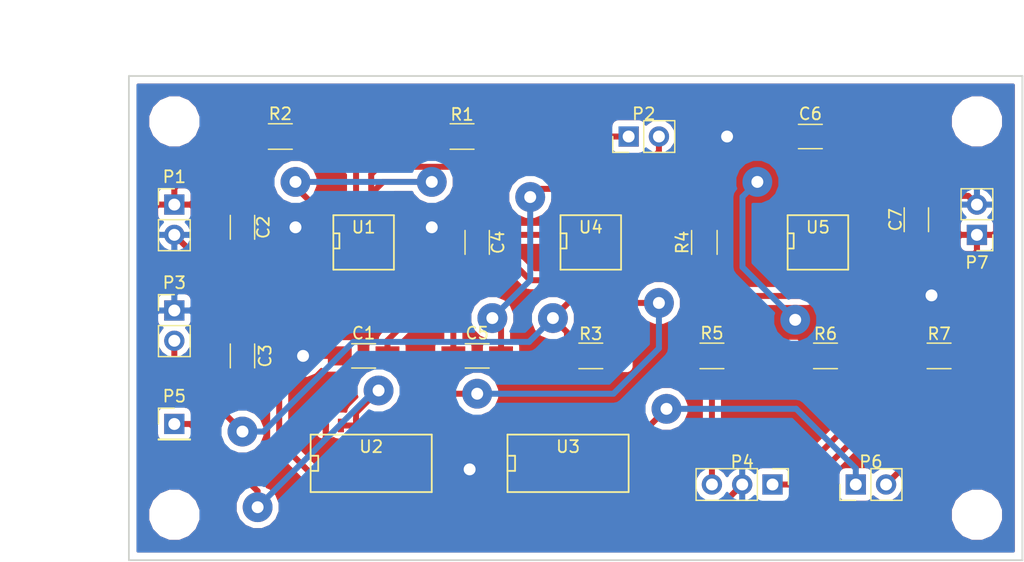
<source format=kicad_pcb>
(kicad_pcb (version 4) (host pcbnew 4.0.5)

  (general
    (links 65)
    (no_connects 0)
    (area 60.095001 66.515 154.386667 114.795)
    (thickness 1.6)
    (drawings 6)
    (tracks 212)
    (zones 0)
    (modules 31)
    (nets 27)
  )

  (page A4)
  (layers
    (0 F.Cu signal)
    (31 B.Cu signal)
    (32 B.Adhes user)
    (33 F.Adhes user)
    (34 B.Paste user)
    (35 F.Paste user)
    (36 B.SilkS user)
    (37 F.SilkS user)
    (38 B.Mask user)
    (39 F.Mask user)
    (40 Dwgs.User user)
    (41 Cmts.User user)
    (42 Eco1.User user)
    (43 Eco2.User user)
    (44 Edge.Cuts user)
    (45 Margin user)
    (46 B.CrtYd user)
    (47 F.CrtYd user)
    (48 B.Fab user)
    (49 F.Fab user)
  )

  (setup
    (last_trace_width 0.5)
    (trace_clearance 0.5)
    (zone_clearance 0.508)
    (zone_45_only no)
    (trace_min 0.2)
    (segment_width 0.2)
    (edge_width 0.15)
    (via_size 2.5)
    (via_drill 1)
    (via_min_size 0.4)
    (via_min_drill 0.3)
    (uvia_size 0.3)
    (uvia_drill 0.1)
    (uvias_allowed no)
    (uvia_min_size 0.2)
    (uvia_min_drill 0.1)
    (pcb_text_width 0.3)
    (pcb_text_size 1.5 1.5)
    (mod_edge_width 0.15)
    (mod_text_size 1 1)
    (mod_text_width 0.15)
    (pad_size 3.2 3.2)
    (pad_drill 3.2)
    (pad_to_mask_clearance 0.2)
    (aux_axis_origin 0 0)
    (visible_elements FFFF6F7F)
    (pcbplotparams
      (layerselection 0x00030_80000001)
      (usegerberextensions false)
      (excludeedgelayer true)
      (linewidth 0.100000)
      (plotframeref false)
      (viasonmask false)
      (mode 1)
      (useauxorigin false)
      (hpglpennumber 1)
      (hpglpenspeed 20)
      (hpglpendiameter 15)
      (hpglpenoverlay 2)
      (psnegative false)
      (psa4output false)
      (plotreference true)
      (plotvalue true)
      (plotinvisibletext false)
      (padsonsilk false)
      (subtractmaskfromsilk false)
      (outputformat 1)
      (mirror false)
      (drillshape 0)
      (scaleselection 1)
      (outputdirectory ""))
  )

  (net 0 "")
  (net 1 "Net-(C1-Pad1)")
  (net 2 GND)
  (net 3 TRIGGER)
  (net 4 "Net-(C4-Pad1)")
  (net 5 "Net-(C5-Pad1)")
  (net 6 "Net-(C6-Pad1)")
  (net 7 "Net-(P2-Pad1)")
  (net 8 "Net-(P3-Pad2)")
  (net 9 "Net-(P4-Pad1)")
  (net 10 "Net-(P4-Pad3)")
  (net 11 HALT)
  (net 12 "Net-(P6-Pad1)")
  (net 13 "Net-(P6-Pad2)")
  (net 14 "Net-(R1-Pad1)")
  (net 15 OUTPUT_AS)
  (net 16 OUTPUT_MS)
  (net 17 SELECT)
  (net 18 "Net-(U5-Pad7)")
  (net 19 VCC)
  (net 20 "Net-(U2-Pad3)")
  (net 21 "Net-(U2-Pad6)")
  (net 22 "Net-(U2-Pad8)")
  (net 23 "Net-(U2-Pad11)")
  (net 24 "Net-(U3-Pad3)")
  (net 25 "Net-(U3-Pad5)")
  (net 26 "Net-(U3-Pad10)")

  (net_class Default "This is the default net class."
    (clearance 0.5)
    (trace_width 0.5)
    (via_dia 2.5)
    (via_drill 1)
    (uvia_dia 0.3)
    (uvia_drill 0.1)
    (add_net GND)
    (add_net HALT)
    (add_net "Net-(C1-Pad1)")
    (add_net "Net-(C4-Pad1)")
    (add_net "Net-(C5-Pad1)")
    (add_net "Net-(C6-Pad1)")
    (add_net "Net-(P2-Pad1)")
    (add_net "Net-(P3-Pad2)")
    (add_net "Net-(P4-Pad1)")
    (add_net "Net-(P4-Pad3)")
    (add_net "Net-(P6-Pad1)")
    (add_net "Net-(P6-Pad2)")
    (add_net "Net-(R1-Pad1)")
    (add_net "Net-(U2-Pad11)")
    (add_net "Net-(U2-Pad3)")
    (add_net "Net-(U2-Pad6)")
    (add_net "Net-(U2-Pad8)")
    (add_net "Net-(U3-Pad10)")
    (add_net "Net-(U3-Pad3)")
    (add_net "Net-(U3-Pad5)")
    (add_net "Net-(U5-Pad7)")
    (add_net OUTPUT_AS)
    (add_net OUTPUT_MS)
    (add_net SELECT)
    (add_net TRIGGER)
    (add_net VCC)
  )

  (module Capacitors_SMD:C_1206_HandSoldering (layer F.Cu) (tedit 58AA84D1) (tstamp 58F3E0C4)
    (at 90.805 95.885 180)
    (descr "Capacitor SMD 1206, hand soldering")
    (tags "capacitor 1206")
    (path /58F3B451)
    (attr smd)
    (fp_text reference C1 (at 0 1.905 180) (layer F.SilkS)
      (effects (font (size 1 1) (thickness 0.15)))
    )
    (fp_text value 0.01uF (at 0 -1.905 180) (layer F.Fab)
      (effects (font (size 1 1) (thickness 0.15)))
    )
    (fp_text user %R (at 0 1.905 180) (layer F.Fab)
      (effects (font (size 1 1) (thickness 0.15)))
    )
    (fp_line (start -1.6 0.8) (end -1.6 -0.8) (layer F.Fab) (width 0.1))
    (fp_line (start 1.6 0.8) (end -1.6 0.8) (layer F.Fab) (width 0.1))
    (fp_line (start 1.6 -0.8) (end 1.6 0.8) (layer F.Fab) (width 0.1))
    (fp_line (start -1.6 -0.8) (end 1.6 -0.8) (layer F.Fab) (width 0.1))
    (fp_line (start 1 -1.02) (end -1 -1.02) (layer F.SilkS) (width 0.12))
    (fp_line (start -1 1.02) (end 1 1.02) (layer F.SilkS) (width 0.12))
    (fp_line (start -3.25 -1.05) (end 3.25 -1.05) (layer F.CrtYd) (width 0.05))
    (fp_line (start -3.25 -1.05) (end -3.25 1.05) (layer F.CrtYd) (width 0.05))
    (fp_line (start 3.25 1.05) (end 3.25 -1.05) (layer F.CrtYd) (width 0.05))
    (fp_line (start 3.25 1.05) (end -3.25 1.05) (layer F.CrtYd) (width 0.05))
    (pad 1 smd rect (at -2 0 180) (size 2 1.6) (layers F.Cu F.Paste F.Mask)
      (net 1 "Net-(C1-Pad1)"))
    (pad 2 smd rect (at 2 0 180) (size 2 1.6) (layers F.Cu F.Paste F.Mask)
      (net 2 GND))
    (model Capacitors_SMD.3dshapes/C_1206.wrl
      (at (xyz 0 0 0))
      (scale (xyz 1 1 1))
      (rotate (xyz 0 0 0))
    )
  )

  (module Capacitors_SMD:C_1206_HandSoldering (layer F.Cu) (tedit 58AA84D1) (tstamp 58F3E0CA)
    (at 80.645 85.09 270)
    (descr "Capacitor SMD 1206, hand soldering")
    (tags "capacitor 1206")
    (path /58F3B4B6)
    (attr smd)
    (fp_text reference C2 (at 0 -1.75 270) (layer F.SilkS)
      (effects (font (size 1 1) (thickness 0.15)))
    )
    (fp_text value 0.01uF (at 0 2 270) (layer F.Fab)
      (effects (font (size 1 1) (thickness 0.15)))
    )
    (fp_text user %R (at 0 -1.75 270) (layer F.Fab)
      (effects (font (size 1 1) (thickness 0.15)))
    )
    (fp_line (start -1.6 0.8) (end -1.6 -0.8) (layer F.Fab) (width 0.1))
    (fp_line (start 1.6 0.8) (end -1.6 0.8) (layer F.Fab) (width 0.1))
    (fp_line (start 1.6 -0.8) (end 1.6 0.8) (layer F.Fab) (width 0.1))
    (fp_line (start -1.6 -0.8) (end 1.6 -0.8) (layer F.Fab) (width 0.1))
    (fp_line (start 1 -1.02) (end -1 -1.02) (layer F.SilkS) (width 0.12))
    (fp_line (start -1 1.02) (end 1 1.02) (layer F.SilkS) (width 0.12))
    (fp_line (start -3.25 -1.05) (end 3.25 -1.05) (layer F.CrtYd) (width 0.05))
    (fp_line (start -3.25 -1.05) (end -3.25 1.05) (layer F.CrtYd) (width 0.05))
    (fp_line (start 3.25 1.05) (end 3.25 -1.05) (layer F.CrtYd) (width 0.05))
    (fp_line (start 3.25 1.05) (end -3.25 1.05) (layer F.CrtYd) (width 0.05))
    (pad 1 smd rect (at -2 0 270) (size 2 1.6) (layers F.Cu F.Paste F.Mask)
      (net 19 VCC))
    (pad 2 smd rect (at 2 0 270) (size 2 1.6) (layers F.Cu F.Paste F.Mask)
      (net 2 GND))
    (model Capacitors_SMD.3dshapes/C_1206.wrl
      (at (xyz 0 0 0))
      (scale (xyz 1 1 1))
      (rotate (xyz 0 0 0))
    )
  )

  (module Capacitors_SMD:C_1206_HandSoldering (layer F.Cu) (tedit 58AA84D1) (tstamp 58F3E0D0)
    (at 80.645 95.885 90)
    (descr "Capacitor SMD 1206, hand soldering")
    (tags "capacitor 1206")
    (path /58F3B44B)
    (attr smd)
    (fp_text reference C3 (at 0 1.905 90) (layer F.SilkS)
      (effects (font (size 1 1) (thickness 0.15)))
    )
    (fp_text value 1uF (at 0 -1.905 90) (layer F.Fab)
      (effects (font (size 1 1) (thickness 0.15)))
    )
    (fp_text user %R (at 0 1.905 90) (layer F.Fab)
      (effects (font (size 1 1) (thickness 0.15)))
    )
    (fp_line (start -1.6 0.8) (end -1.6 -0.8) (layer F.Fab) (width 0.1))
    (fp_line (start 1.6 0.8) (end -1.6 0.8) (layer F.Fab) (width 0.1))
    (fp_line (start 1.6 -0.8) (end 1.6 0.8) (layer F.Fab) (width 0.1))
    (fp_line (start -1.6 -0.8) (end 1.6 -0.8) (layer F.Fab) (width 0.1))
    (fp_line (start 1 -1.02) (end -1 -1.02) (layer F.SilkS) (width 0.12))
    (fp_line (start -1 1.02) (end 1 1.02) (layer F.SilkS) (width 0.12))
    (fp_line (start -3.25 -1.05) (end 3.25 -1.05) (layer F.CrtYd) (width 0.05))
    (fp_line (start -3.25 -1.05) (end -3.25 1.05) (layer F.CrtYd) (width 0.05))
    (fp_line (start 3.25 1.05) (end 3.25 -1.05) (layer F.CrtYd) (width 0.05))
    (fp_line (start 3.25 1.05) (end -3.25 1.05) (layer F.CrtYd) (width 0.05))
    (pad 1 smd rect (at -2 0 90) (size 2 1.6) (layers F.Cu F.Paste F.Mask)
      (net 3 TRIGGER))
    (pad 2 smd rect (at 2 0 90) (size 2 1.6) (layers F.Cu F.Paste F.Mask)
      (net 2 GND))
    (model Capacitors_SMD.3dshapes/C_1206.wrl
      (at (xyz 0 0 0))
      (scale (xyz 1 1 1))
      (rotate (xyz 0 0 0))
    )
  )

  (module Capacitors_SMD:C_1206_HandSoldering (layer F.Cu) (tedit 58AA84D1) (tstamp 58F3E0D6)
    (at 100.33 86.36 270)
    (descr "Capacitor SMD 1206, hand soldering")
    (tags "capacitor 1206")
    (path /58F3A35C)
    (attr smd)
    (fp_text reference C4 (at 0 -1.75 270) (layer F.SilkS)
      (effects (font (size 1 1) (thickness 0.15)))
    )
    (fp_text value 0.01uF (at 0 2 270) (layer F.Fab)
      (effects (font (size 1 1) (thickness 0.15)))
    )
    (fp_text user %R (at 0 -1.75 270) (layer F.Fab)
      (effects (font (size 1 1) (thickness 0.15)))
    )
    (fp_line (start -1.6 0.8) (end -1.6 -0.8) (layer F.Fab) (width 0.1))
    (fp_line (start 1.6 0.8) (end -1.6 0.8) (layer F.Fab) (width 0.1))
    (fp_line (start 1.6 -0.8) (end 1.6 0.8) (layer F.Fab) (width 0.1))
    (fp_line (start -1.6 -0.8) (end 1.6 -0.8) (layer F.Fab) (width 0.1))
    (fp_line (start 1 -1.02) (end -1 -1.02) (layer F.SilkS) (width 0.12))
    (fp_line (start -1 1.02) (end 1 1.02) (layer F.SilkS) (width 0.12))
    (fp_line (start -3.25 -1.05) (end 3.25 -1.05) (layer F.CrtYd) (width 0.05))
    (fp_line (start -3.25 -1.05) (end -3.25 1.05) (layer F.CrtYd) (width 0.05))
    (fp_line (start 3.25 1.05) (end 3.25 -1.05) (layer F.CrtYd) (width 0.05))
    (fp_line (start 3.25 1.05) (end -3.25 1.05) (layer F.CrtYd) (width 0.05))
    (pad 1 smd rect (at -2 0 270) (size 2 1.6) (layers F.Cu F.Paste F.Mask)
      (net 4 "Net-(C4-Pad1)"))
    (pad 2 smd rect (at 2 0 270) (size 2 1.6) (layers F.Cu F.Paste F.Mask)
      (net 2 GND))
    (model Capacitors_SMD.3dshapes/C_1206.wrl
      (at (xyz 0 0 0))
      (scale (xyz 1 1 1))
      (rotate (xyz 0 0 0))
    )
  )

  (module Capacitors_SMD:C_1206_HandSoldering (layer F.Cu) (tedit 58AA84D1) (tstamp 58F3E0DC)
    (at 100.33 95.885 180)
    (descr "Capacitor SMD 1206, hand soldering")
    (tags "capacitor 1206")
    (path /58F3A35B)
    (attr smd)
    (fp_text reference C5 (at 0 1.905 180) (layer F.SilkS)
      (effects (font (size 1 1) (thickness 0.15)))
    )
    (fp_text value 0.1uF (at 0 -1.905 180) (layer F.Fab)
      (effects (font (size 1 1) (thickness 0.15)))
    )
    (fp_text user %R (at 0 1.905 180) (layer F.Fab)
      (effects (font (size 1 1) (thickness 0.15)))
    )
    (fp_line (start -1.6 0.8) (end -1.6 -0.8) (layer F.Fab) (width 0.1))
    (fp_line (start 1.6 0.8) (end -1.6 0.8) (layer F.Fab) (width 0.1))
    (fp_line (start 1.6 -0.8) (end 1.6 0.8) (layer F.Fab) (width 0.1))
    (fp_line (start -1.6 -0.8) (end 1.6 -0.8) (layer F.Fab) (width 0.1))
    (fp_line (start 1 -1.02) (end -1 -1.02) (layer F.SilkS) (width 0.12))
    (fp_line (start -1 1.02) (end 1 1.02) (layer F.SilkS) (width 0.12))
    (fp_line (start -3.25 -1.05) (end 3.25 -1.05) (layer F.CrtYd) (width 0.05))
    (fp_line (start -3.25 -1.05) (end -3.25 1.05) (layer F.CrtYd) (width 0.05))
    (fp_line (start 3.25 1.05) (end 3.25 -1.05) (layer F.CrtYd) (width 0.05))
    (fp_line (start 3.25 1.05) (end -3.25 1.05) (layer F.CrtYd) (width 0.05))
    (pad 1 smd rect (at -2 0 180) (size 2 1.6) (layers F.Cu F.Paste F.Mask)
      (net 5 "Net-(C5-Pad1)"))
    (pad 2 smd rect (at 2 0 180) (size 2 1.6) (layers F.Cu F.Paste F.Mask)
      (net 2 GND))
    (model Capacitors_SMD.3dshapes/C_1206.wrl
      (at (xyz 0 0 0))
      (scale (xyz 1 1 1))
      (rotate (xyz 0 0 0))
    )
  )

  (module Capacitors_SMD:C_1206_HandSoldering (layer F.Cu) (tedit 58AA84D1) (tstamp 58F3E0E2)
    (at 128.27 77.47 180)
    (descr "Capacitor SMD 1206, hand soldering")
    (tags "capacitor 1206")
    (path /58F3EADC)
    (attr smd)
    (fp_text reference C6 (at 0 1.905 180) (layer F.SilkS)
      (effects (font (size 1 1) (thickness 0.15)))
    )
    (fp_text value 0.01uF (at 0 -1.905 180) (layer F.Fab)
      (effects (font (size 1 1) (thickness 0.15)))
    )
    (fp_text user %R (at 0 1.905 180) (layer F.Fab)
      (effects (font (size 1 1) (thickness 0.15)))
    )
    (fp_line (start -1.6 0.8) (end -1.6 -0.8) (layer F.Fab) (width 0.1))
    (fp_line (start 1.6 0.8) (end -1.6 0.8) (layer F.Fab) (width 0.1))
    (fp_line (start 1.6 -0.8) (end 1.6 0.8) (layer F.Fab) (width 0.1))
    (fp_line (start -1.6 -0.8) (end 1.6 -0.8) (layer F.Fab) (width 0.1))
    (fp_line (start 1 -1.02) (end -1 -1.02) (layer F.SilkS) (width 0.12))
    (fp_line (start -1 1.02) (end 1 1.02) (layer F.SilkS) (width 0.12))
    (fp_line (start -3.25 -1.05) (end 3.25 -1.05) (layer F.CrtYd) (width 0.05))
    (fp_line (start -3.25 -1.05) (end -3.25 1.05) (layer F.CrtYd) (width 0.05))
    (fp_line (start 3.25 1.05) (end 3.25 -1.05) (layer F.CrtYd) (width 0.05))
    (fp_line (start 3.25 1.05) (end -3.25 1.05) (layer F.CrtYd) (width 0.05))
    (pad 1 smd rect (at -2 0 180) (size 2 1.6) (layers F.Cu F.Paste F.Mask)
      (net 6 "Net-(C6-Pad1)"))
    (pad 2 smd rect (at 2 0 180) (size 2 1.6) (layers F.Cu F.Paste F.Mask)
      (net 2 GND))
    (model Capacitors_SMD.3dshapes/C_1206.wrl
      (at (xyz 0 0 0))
      (scale (xyz 1 1 1))
      (rotate (xyz 0 0 0))
    )
  )

  (module Capacitors_SMD:C_1206_HandSoldering (layer F.Cu) (tedit 58AA84D1) (tstamp 58F3E0E8)
    (at 137.16 84.455 90)
    (descr "Capacitor SMD 1206, hand soldering")
    (tags "capacitor 1206")
    (path /58F46CD9)
    (attr smd)
    (fp_text reference C7 (at 0 -1.75 90) (layer F.SilkS)
      (effects (font (size 1 1) (thickness 0.15)))
    )
    (fp_text value 0.01uF (at 0 2 90) (layer F.Fab)
      (effects (font (size 1 1) (thickness 0.15)))
    )
    (fp_text user %R (at 0 -1.75 90) (layer F.Fab)
      (effects (font (size 1 1) (thickness 0.15)))
    )
    (fp_line (start -1.6 0.8) (end -1.6 -0.8) (layer F.Fab) (width 0.1))
    (fp_line (start 1.6 0.8) (end -1.6 0.8) (layer F.Fab) (width 0.1))
    (fp_line (start 1.6 -0.8) (end 1.6 0.8) (layer F.Fab) (width 0.1))
    (fp_line (start -1.6 -0.8) (end 1.6 -0.8) (layer F.Fab) (width 0.1))
    (fp_line (start 1 -1.02) (end -1 -1.02) (layer F.SilkS) (width 0.12))
    (fp_line (start -1 1.02) (end 1 1.02) (layer F.SilkS) (width 0.12))
    (fp_line (start -3.25 -1.05) (end 3.25 -1.05) (layer F.CrtYd) (width 0.05))
    (fp_line (start -3.25 -1.05) (end -3.25 1.05) (layer F.CrtYd) (width 0.05))
    (fp_line (start 3.25 1.05) (end 3.25 -1.05) (layer F.CrtYd) (width 0.05))
    (fp_line (start 3.25 1.05) (end -3.25 1.05) (layer F.CrtYd) (width 0.05))
    (pad 1 smd rect (at -2 0 90) (size 2 1.6) (layers F.Cu F.Paste F.Mask)
      (net 19 VCC))
    (pad 2 smd rect (at 2 0 90) (size 2 1.6) (layers F.Cu F.Paste F.Mask)
      (net 2 GND))
    (model Capacitors_SMD.3dshapes/C_1206.wrl
      (at (xyz 0 0 0))
      (scale (xyz 1 1 1))
      (rotate (xyz 0 0 0))
    )
  )

  (module Pin_Headers:Pin_Header_Straight_1x02_Pitch2.54mm (layer F.Cu) (tedit 58F47A45) (tstamp 58F3E0EE)
    (at 74.93 83.185)
    (descr "Through hole straight pin header, 1x02, 2.54mm pitch, single row")
    (tags "Through hole pin header THT 1x02 2.54mm single row")
    (path /58F3B493)
    (fp_text reference P1 (at 0 -2.33) (layer F.SilkS)
      (effects (font (size 1 1) (thickness 0.15)))
    )
    (fp_text value POWER (at 0 4.87) (layer F.Fab)
      (effects (font (size 1 1) (thickness 0.15)))
    )
    (fp_line (start -1.27 -1.27) (end -1.27 3.81) (layer F.Fab) (width 0.1))
    (fp_line (start -1.27 3.81) (end 1.27 3.81) (layer F.Fab) (width 0.1))
    (fp_line (start 1.27 3.81) (end 1.27 -1.27) (layer F.Fab) (width 0.1))
    (fp_line (start 1.27 -1.27) (end -1.27 -1.27) (layer F.Fab) (width 0.1))
    (fp_line (start -1.33 1.27) (end -1.33 3.87) (layer F.SilkS) (width 0.12))
    (fp_line (start -1.33 3.87) (end 1.33 3.87) (layer F.SilkS) (width 0.12))
    (fp_line (start 1.33 3.87) (end 1.33 1.27) (layer F.SilkS) (width 0.12))
    (fp_line (start 1.33 1.27) (end -1.33 1.27) (layer F.SilkS) (width 0.12))
    (fp_line (start -1.33 0) (end -1.33 -1.33) (layer F.SilkS) (width 0.12))
    (fp_line (start -1.33 -1.33) (end 0 -1.33) (layer F.SilkS) (width 0.12))
    (fp_line (start -1.8 -1.8) (end -1.8 4.35) (layer F.CrtYd) (width 0.05))
    (fp_line (start -1.8 4.35) (end 1.8 4.35) (layer F.CrtYd) (width 0.05))
    (fp_line (start 1.8 4.35) (end 1.8 -1.8) (layer F.CrtYd) (width 0.05))
    (fp_line (start 1.8 -1.8) (end -1.8 -1.8) (layer F.CrtYd) (width 0.05))
    (fp_text user %R (at 0 -2.33) (layer F.Fab)
      (effects (font (size 1 1) (thickness 0.15)))
    )
    (pad 1 thru_hole rect (at 0 0) (size 1.7 1.7) (drill 1) (layers *.Cu *.Mask)
      (net 19 VCC))
    (pad 2 thru_hole oval (at 0 2.54) (size 1.7 1.7) (drill 1) (layers *.Cu *.Mask)
      (net 2 GND))
    (model ${KISYS3DMOD}/Pin_Headers.3dshapes/Pin_Header_Straight_1x02_Pitch2.54mm.wrl
      (at (xyz 0 -0.05 0))
      (scale (xyz 1 1 1))
      (rotate (xyz 0 0 90))
    )
  )

  (module Pin_Headers:Pin_Header_Straight_1x02_Pitch2.54mm (layer F.Cu) (tedit 58F47A51) (tstamp 58F3E0F4)
    (at 113.03 77.47 90)
    (descr "Through hole straight pin header, 1x02, 2.54mm pitch, single row")
    (tags "Through hole pin header THT 1x02 2.54mm single row")
    (path /58F47B38)
    (fp_text reference P2 (at 1.905 1.27 180) (layer F.SilkS)
      (effects (font (size 1 1) (thickness 0.15)))
    )
    (fp_text value POT (at -1.905 1.27 180) (layer F.Fab)
      (effects (font (size 1 1) (thickness 0.15)))
    )
    (fp_line (start -1.27 -1.27) (end -1.27 3.81) (layer F.Fab) (width 0.1))
    (fp_line (start -1.27 3.81) (end 1.27 3.81) (layer F.Fab) (width 0.1))
    (fp_line (start 1.27 3.81) (end 1.27 -1.27) (layer F.Fab) (width 0.1))
    (fp_line (start 1.27 -1.27) (end -1.27 -1.27) (layer F.Fab) (width 0.1))
    (fp_line (start -1.33 1.27) (end -1.33 3.87) (layer F.SilkS) (width 0.12))
    (fp_line (start -1.33 3.87) (end 1.33 3.87) (layer F.SilkS) (width 0.12))
    (fp_line (start 1.33 3.87) (end 1.33 1.27) (layer F.SilkS) (width 0.12))
    (fp_line (start 1.33 1.27) (end -1.33 1.27) (layer F.SilkS) (width 0.12))
    (fp_line (start -1.33 0) (end -1.33 -1.33) (layer F.SilkS) (width 0.12))
    (fp_line (start -1.33 -1.33) (end 0 -1.33) (layer F.SilkS) (width 0.12))
    (fp_line (start -1.8 -1.8) (end -1.8 4.35) (layer F.CrtYd) (width 0.05))
    (fp_line (start -1.8 4.35) (end 1.8 4.35) (layer F.CrtYd) (width 0.05))
    (fp_line (start 1.8 4.35) (end 1.8 -1.8) (layer F.CrtYd) (width 0.05))
    (fp_line (start 1.8 -1.8) (end -1.8 -1.8) (layer F.CrtYd) (width 0.05))
    (fp_text user %R (at 1.905 1.27 180) (layer F.Fab)
      (effects (font (size 1 1) (thickness 0.15)))
    )
    (pad 1 thru_hole rect (at 0 0 90) (size 1.7 1.7) (drill 1) (layers *.Cu *.Mask)
      (net 7 "Net-(P2-Pad1)"))
    (pad 2 thru_hole oval (at 0 2.54 90) (size 1.7 1.7) (drill 1) (layers *.Cu *.Mask)
      (net 3 TRIGGER))
    (model ${KISYS3DMOD}/Pin_Headers.3dshapes/Pin_Header_Straight_1x02_Pitch2.54mm.wrl
      (at (xyz 0 -0.05 0))
      (scale (xyz 1 1 1))
      (rotate (xyz 0 0 90))
    )
  )

  (module Pin_Headers:Pin_Header_Straight_1x02_Pitch2.54mm (layer F.Cu) (tedit 58CD4EC1) (tstamp 58F3E0FA)
    (at 74.93 92.075)
    (descr "Through hole straight pin header, 1x02, 2.54mm pitch, single row")
    (tags "Through hole pin header THT 1x02 2.54mm single row")
    (path /58F3EB5C)
    (fp_text reference P3 (at 0 -2.33) (layer F.SilkS)
      (effects (font (size 1 1) (thickness 0.15)))
    )
    (fp_text value STEP (at 0 4.87) (layer F.Fab)
      (effects (font (size 1 1) (thickness 0.15)))
    )
    (fp_line (start -1.27 -1.27) (end -1.27 3.81) (layer F.Fab) (width 0.1))
    (fp_line (start -1.27 3.81) (end 1.27 3.81) (layer F.Fab) (width 0.1))
    (fp_line (start 1.27 3.81) (end 1.27 -1.27) (layer F.Fab) (width 0.1))
    (fp_line (start 1.27 -1.27) (end -1.27 -1.27) (layer F.Fab) (width 0.1))
    (fp_line (start -1.33 1.27) (end -1.33 3.87) (layer F.SilkS) (width 0.12))
    (fp_line (start -1.33 3.87) (end 1.33 3.87) (layer F.SilkS) (width 0.12))
    (fp_line (start 1.33 3.87) (end 1.33 1.27) (layer F.SilkS) (width 0.12))
    (fp_line (start 1.33 1.27) (end -1.33 1.27) (layer F.SilkS) (width 0.12))
    (fp_line (start -1.33 0) (end -1.33 -1.33) (layer F.SilkS) (width 0.12))
    (fp_line (start -1.33 -1.33) (end 0 -1.33) (layer F.SilkS) (width 0.12))
    (fp_line (start -1.8 -1.8) (end -1.8 4.35) (layer F.CrtYd) (width 0.05))
    (fp_line (start -1.8 4.35) (end 1.8 4.35) (layer F.CrtYd) (width 0.05))
    (fp_line (start 1.8 4.35) (end 1.8 -1.8) (layer F.CrtYd) (width 0.05))
    (fp_line (start 1.8 -1.8) (end -1.8 -1.8) (layer F.CrtYd) (width 0.05))
    (fp_text user %R (at 0 -2.33) (layer F.Fab)
      (effects (font (size 1 1) (thickness 0.15)))
    )
    (pad 1 thru_hole rect (at 0 0) (size 1.7 1.7) (drill 1) (layers *.Cu *.Mask)
      (net 2 GND))
    (pad 2 thru_hole oval (at 0 2.54) (size 1.7 1.7) (drill 1) (layers *.Cu *.Mask)
      (net 8 "Net-(P3-Pad2)"))
    (model ${KISYS3DMOD}/Pin_Headers.3dshapes/Pin_Header_Straight_1x02_Pitch2.54mm.wrl
      (at (xyz 0 -0.05 0))
      (scale (xyz 1 1 1))
      (rotate (xyz 0 0 90))
    )
  )

  (module Pin_Headers:Pin_Header_Straight_1x02_Pitch2.54mm (layer F.Cu) (tedit 58CD4EC1) (tstamp 58F3E10C)
    (at 132.08 106.68 90)
    (descr "Through hole straight pin header, 1x02, 2.54mm pitch, single row")
    (tags "Through hole pin header THT 1x02 2.54mm single row")
    (path /58F41A55)
    (fp_text reference P6 (at 1.905 1.27 180) (layer F.SilkS)
      (effects (font (size 1 1) (thickness 0.15)))
    )
    (fp_text value LED (at -2.54 1.27 180) (layer F.Fab)
      (effects (font (size 1 1) (thickness 0.15)))
    )
    (fp_line (start -1.27 -1.27) (end -1.27 3.81) (layer F.Fab) (width 0.1))
    (fp_line (start -1.27 3.81) (end 1.27 3.81) (layer F.Fab) (width 0.1))
    (fp_line (start 1.27 3.81) (end 1.27 -1.27) (layer F.Fab) (width 0.1))
    (fp_line (start 1.27 -1.27) (end -1.27 -1.27) (layer F.Fab) (width 0.1))
    (fp_line (start -1.33 1.27) (end -1.33 3.87) (layer F.SilkS) (width 0.12))
    (fp_line (start -1.33 3.87) (end 1.33 3.87) (layer F.SilkS) (width 0.12))
    (fp_line (start 1.33 3.87) (end 1.33 1.27) (layer F.SilkS) (width 0.12))
    (fp_line (start 1.33 1.27) (end -1.33 1.27) (layer F.SilkS) (width 0.12))
    (fp_line (start -1.33 0) (end -1.33 -1.33) (layer F.SilkS) (width 0.12))
    (fp_line (start -1.33 -1.33) (end 0 -1.33) (layer F.SilkS) (width 0.12))
    (fp_line (start -1.8 -1.8) (end -1.8 4.35) (layer F.CrtYd) (width 0.05))
    (fp_line (start -1.8 4.35) (end 1.8 4.35) (layer F.CrtYd) (width 0.05))
    (fp_line (start 1.8 4.35) (end 1.8 -1.8) (layer F.CrtYd) (width 0.05))
    (fp_line (start 1.8 -1.8) (end -1.8 -1.8) (layer F.CrtYd) (width 0.05))
    (fp_text user %R (at 1.905 1.27 180) (layer F.Fab)
      (effects (font (size 1 1) (thickness 0.15)))
    )
    (pad 1 thru_hole rect (at 0 0 90) (size 1.7 1.7) (drill 1) (layers *.Cu *.Mask)
      (net 12 "Net-(P6-Pad1)"))
    (pad 2 thru_hole oval (at 0 2.54 90) (size 1.7 1.7) (drill 1) (layers *.Cu *.Mask)
      (net 13 "Net-(P6-Pad2)"))
    (model ${KISYS3DMOD}/Pin_Headers.3dshapes/Pin_Header_Straight_1x02_Pitch2.54mm.wrl
      (at (xyz 0 -0.05 0))
      (scale (xyz 1 1 1))
      (rotate (xyz 0 0 90))
    )
  )

  (module Pin_Headers:Pin_Header_Straight_1x02_Pitch2.54mm (layer F.Cu) (tedit 58F47A33) (tstamp 58F3E112)
    (at 142.24 85.725 180)
    (descr "Through hole straight pin header, 1x02, 2.54mm pitch, single row")
    (tags "Through hole pin header THT 1x02 2.54mm single row")
    (path /58F46CD3)
    (fp_text reference P7 (at 0 -2.33 180) (layer F.SilkS)
      (effects (font (size 1 1) (thickness 0.15)))
    )
    (fp_text value POWER (at 0 4.87 180) (layer F.Fab)
      (effects (font (size 1 1) (thickness 0.15)))
    )
    (fp_line (start -1.27 -1.27) (end -1.27 3.81) (layer F.Fab) (width 0.1))
    (fp_line (start -1.27 3.81) (end 1.27 3.81) (layer F.Fab) (width 0.1))
    (fp_line (start 1.27 3.81) (end 1.27 -1.27) (layer F.Fab) (width 0.1))
    (fp_line (start 1.27 -1.27) (end -1.27 -1.27) (layer F.Fab) (width 0.1))
    (fp_line (start -1.33 1.27) (end -1.33 3.87) (layer F.SilkS) (width 0.12))
    (fp_line (start -1.33 3.87) (end 1.33 3.87) (layer F.SilkS) (width 0.12))
    (fp_line (start 1.33 3.87) (end 1.33 1.27) (layer F.SilkS) (width 0.12))
    (fp_line (start 1.33 1.27) (end -1.33 1.27) (layer F.SilkS) (width 0.12))
    (fp_line (start -1.33 0) (end -1.33 -1.33) (layer F.SilkS) (width 0.12))
    (fp_line (start -1.33 -1.33) (end 0 -1.33) (layer F.SilkS) (width 0.12))
    (fp_line (start -1.8 -1.8) (end -1.8 4.35) (layer F.CrtYd) (width 0.05))
    (fp_line (start -1.8 4.35) (end 1.8 4.35) (layer F.CrtYd) (width 0.05))
    (fp_line (start 1.8 4.35) (end 1.8 -1.8) (layer F.CrtYd) (width 0.05))
    (fp_line (start 1.8 -1.8) (end -1.8 -1.8) (layer F.CrtYd) (width 0.05))
    (fp_text user %R (at 0 -2.33 180) (layer F.Fab)
      (effects (font (size 1 1) (thickness 0.15)))
    )
    (pad 1 thru_hole rect (at 0 0 180) (size 1.7 1.7) (drill 1) (layers *.Cu *.Mask)
      (net 19 VCC))
    (pad 2 thru_hole oval (at 0 2.54 180) (size 1.7 1.7) (drill 1) (layers *.Cu *.Mask)
      (net 2 GND))
    (model ${KISYS3DMOD}/Pin_Headers.3dshapes/Pin_Header_Straight_1x02_Pitch2.54mm.wrl
      (at (xyz 0 -0.05 0))
      (scale (xyz 1 1 1))
      (rotate (xyz 0 0 90))
    )
  )

  (module Resistors_SMD:R_1206_HandSoldering (layer F.Cu) (tedit 58F520CD) (tstamp 58F3E118)
    (at 99.06 77.47)
    (descr "Resistor SMD 1206, hand soldering")
    (tags "resistor 1206")
    (path /58F3B439)
    (attr smd)
    (fp_text reference R1 (at 0 -1.85) (layer F.SilkS)
      (effects (font (size 1 1) (thickness 0.15)))
    )
    (fp_text value 1K (at 0 1.9) (layer F.Fab)
      (effects (font (size 1 1) (thickness 0.15)))
    )
    (fp_text user %R (at 0 0) (layer F.Fab)
      (effects (font (size 0.7 0.7) (thickness 0.105)))
    )
    (fp_line (start -1.6 0.8) (end -1.6 -0.8) (layer F.Fab) (width 0.1))
    (fp_line (start 1.6 0.8) (end -1.6 0.8) (layer F.Fab) (width 0.1))
    (fp_line (start 1.6 -0.8) (end 1.6 0.8) (layer F.Fab) (width 0.1))
    (fp_line (start -1.6 -0.8) (end 1.6 -0.8) (layer F.Fab) (width 0.1))
    (fp_line (start 1 1.07) (end -1 1.07) (layer F.SilkS) (width 0.12))
    (fp_line (start -1 -1.07) (end 1 -1.07) (layer F.SilkS) (width 0.12))
    (fp_line (start -3.25 -1.11) (end 3.25 -1.11) (layer F.CrtYd) (width 0.05))
    (fp_line (start -3.25 -1.11) (end -3.25 1.1) (layer F.CrtYd) (width 0.05))
    (fp_line (start 3.25 1.1) (end 3.25 -1.11) (layer F.CrtYd) (width 0.05))
    (fp_line (start 3.25 1.1) (end -3.25 1.1) (layer F.CrtYd) (width 0.05))
    (pad 1 smd rect (at -2 0) (size 2 1.7) (layers F.Cu F.Paste F.Mask)
      (net 14 "Net-(R1-Pad1)"))
    (pad 2 smd rect (at 2 0) (size 2 1.7) (layers F.Cu F.Paste F.Mask)
      (net 7 "Net-(P2-Pad1)"))
    (model ${KISYS3DMOD}/Resistors_SMD.3dshapes/R_1206.wrl
      (at (xyz 0 0 0))
      (scale (xyz 1 1 1))
      (rotate (xyz 0 0 0))
    )
  )

  (module Resistors_SMD:R_1206_HandSoldering (layer F.Cu) (tedit 58E0A804) (tstamp 58F3E11E)
    (at 83.82 77.47 180)
    (descr "Resistor SMD 1206, hand soldering")
    (tags "resistor 1206")
    (path /58F3B43F)
    (attr smd)
    (fp_text reference R2 (at 0 1.905 180) (layer F.SilkS)
      (effects (font (size 1 1) (thickness 0.15)))
    )
    (fp_text value 1K (at 0 -1.905 180) (layer F.Fab)
      (effects (font (size 1 1) (thickness 0.15)))
    )
    (fp_text user %R (at 0 0 180) (layer F.Fab)
      (effects (font (size 0.7 0.7) (thickness 0.105)))
    )
    (fp_line (start -1.6 0.8) (end -1.6 -0.8) (layer F.Fab) (width 0.1))
    (fp_line (start 1.6 0.8) (end -1.6 0.8) (layer F.Fab) (width 0.1))
    (fp_line (start 1.6 -0.8) (end 1.6 0.8) (layer F.Fab) (width 0.1))
    (fp_line (start -1.6 -0.8) (end 1.6 -0.8) (layer F.Fab) (width 0.1))
    (fp_line (start 1 1.07) (end -1 1.07) (layer F.SilkS) (width 0.12))
    (fp_line (start -1 -1.07) (end 1 -1.07) (layer F.SilkS) (width 0.12))
    (fp_line (start -3.25 -1.11) (end 3.25 -1.11) (layer F.CrtYd) (width 0.05))
    (fp_line (start -3.25 -1.11) (end -3.25 1.1) (layer F.CrtYd) (width 0.05))
    (fp_line (start 3.25 1.1) (end 3.25 -1.11) (layer F.CrtYd) (width 0.05))
    (fp_line (start 3.25 1.1) (end -3.25 1.1) (layer F.CrtYd) (width 0.05))
    (pad 1 smd rect (at -2 0 180) (size 2 1.7) (layers F.Cu F.Paste F.Mask)
      (net 14 "Net-(R1-Pad1)"))
    (pad 2 smd rect (at 2 0 180) (size 2 1.7) (layers F.Cu F.Paste F.Mask)
      (net 19 VCC))
    (model ${KISYS3DMOD}/Resistors_SMD.3dshapes/R_1206.wrl
      (at (xyz 0 0 0))
      (scale (xyz 1 1 1))
      (rotate (xyz 0 0 0))
    )
  )

  (module Resistors_SMD:R_1206_HandSoldering (layer F.Cu) (tedit 58E0A804) (tstamp 58F3E12A)
    (at 119.38 86.36 90)
    (descr "Resistor SMD 1206, hand soldering")
    (tags "resistor 1206")
    (path /58F3D1C2)
    (attr smd)
    (fp_text reference R4 (at 0 -1.85 90) (layer F.SilkS)
      (effects (font (size 1 1) (thickness 0.15)))
    )
    (fp_text value 1M (at 0 1.9 90) (layer F.Fab)
      (effects (font (size 1 1) (thickness 0.15)))
    )
    (fp_text user %R (at 0 0 90) (layer F.Fab)
      (effects (font (size 0.7 0.7) (thickness 0.105)))
    )
    (fp_line (start -1.6 0.8) (end -1.6 -0.8) (layer F.Fab) (width 0.1))
    (fp_line (start 1.6 0.8) (end -1.6 0.8) (layer F.Fab) (width 0.1))
    (fp_line (start 1.6 -0.8) (end 1.6 0.8) (layer F.Fab) (width 0.1))
    (fp_line (start -1.6 -0.8) (end 1.6 -0.8) (layer F.Fab) (width 0.1))
    (fp_line (start 1 1.07) (end -1 1.07) (layer F.SilkS) (width 0.12))
    (fp_line (start -1 -1.07) (end 1 -1.07) (layer F.SilkS) (width 0.12))
    (fp_line (start -3.25 -1.11) (end 3.25 -1.11) (layer F.CrtYd) (width 0.05))
    (fp_line (start -3.25 -1.11) (end -3.25 1.1) (layer F.CrtYd) (width 0.05))
    (fp_line (start 3.25 1.1) (end 3.25 -1.11) (layer F.CrtYd) (width 0.05))
    (fp_line (start 3.25 1.1) (end -3.25 1.1) (layer F.CrtYd) (width 0.05))
    (pad 1 smd rect (at -2 0 90) (size 2 1.7) (layers F.Cu F.Paste F.Mask)
      (net 19 VCC))
    (pad 2 smd rect (at 2 0 90) (size 2 1.7) (layers F.Cu F.Paste F.Mask)
      (net 5 "Net-(C5-Pad1)"))
    (model ${KISYS3DMOD}/Resistors_SMD.3dshapes/R_1206.wrl
      (at (xyz 0 0 0))
      (scale (xyz 1 1 1))
      (rotate (xyz 0 0 0))
    )
  )

  (module Resistors_SMD:R_1206_HandSoldering (layer F.Cu) (tedit 58E0A804) (tstamp 58F3E130)
    (at 120.015 95.885 180)
    (descr "Resistor SMD 1206, hand soldering")
    (tags "resistor 1206")
    (path /58F41FF4)
    (attr smd)
    (fp_text reference R5 (at 0 1.905 180) (layer F.SilkS)
      (effects (font (size 1 1) (thickness 0.15)))
    )
    (fp_text value 1K (at 0 -1.905 180) (layer F.Fab)
      (effects (font (size 1 1) (thickness 0.15)))
    )
    (fp_text user %R (at 0 0 180) (layer F.Fab)
      (effects (font (size 0.7 0.7) (thickness 0.105)))
    )
    (fp_line (start -1.6 0.8) (end -1.6 -0.8) (layer F.Fab) (width 0.1))
    (fp_line (start 1.6 0.8) (end -1.6 0.8) (layer F.Fab) (width 0.1))
    (fp_line (start 1.6 -0.8) (end 1.6 0.8) (layer F.Fab) (width 0.1))
    (fp_line (start -1.6 -0.8) (end 1.6 -0.8) (layer F.Fab) (width 0.1))
    (fp_line (start 1 1.07) (end -1 1.07) (layer F.SilkS) (width 0.12))
    (fp_line (start -1 -1.07) (end 1 -1.07) (layer F.SilkS) (width 0.12))
    (fp_line (start -3.25 -1.11) (end 3.25 -1.11) (layer F.CrtYd) (width 0.05))
    (fp_line (start -3.25 -1.11) (end -3.25 1.1) (layer F.CrtYd) (width 0.05))
    (fp_line (start 3.25 1.1) (end 3.25 -1.11) (layer F.CrtYd) (width 0.05))
    (fp_line (start 3.25 1.1) (end -3.25 1.1) (layer F.CrtYd) (width 0.05))
    (pad 1 smd rect (at -2 0 180) (size 2 1.7) (layers F.Cu F.Paste F.Mask)
      (net 10 "Net-(P4-Pad3)"))
    (pad 2 smd rect (at 2 0 180) (size 2 1.7) (layers F.Cu F.Paste F.Mask)
      (net 19 VCC))
    (model ${KISYS3DMOD}/Resistors_SMD.3dshapes/R_1206.wrl
      (at (xyz 0 0 0))
      (scale (xyz 1 1 1))
      (rotate (xyz 0 0 0))
    )
  )

  (module Resistors_SMD:R_1206_HandSoldering (layer F.Cu) (tedit 58E0A804) (tstamp 58F3E136)
    (at 129.54 95.885)
    (descr "Resistor SMD 1206, hand soldering")
    (tags "resistor 1206")
    (path /58F425BD)
    (attr smd)
    (fp_text reference R6 (at 0 -1.85) (layer F.SilkS)
      (effects (font (size 1 1) (thickness 0.15)))
    )
    (fp_text value 1K (at 0 1.9) (layer F.Fab)
      (effects (font (size 1 1) (thickness 0.15)))
    )
    (fp_text user %R (at 0 0) (layer F.Fab)
      (effects (font (size 0.7 0.7) (thickness 0.105)))
    )
    (fp_line (start -1.6 0.8) (end -1.6 -0.8) (layer F.Fab) (width 0.1))
    (fp_line (start 1.6 0.8) (end -1.6 0.8) (layer F.Fab) (width 0.1))
    (fp_line (start 1.6 -0.8) (end 1.6 0.8) (layer F.Fab) (width 0.1))
    (fp_line (start -1.6 -0.8) (end 1.6 -0.8) (layer F.Fab) (width 0.1))
    (fp_line (start 1 1.07) (end -1 1.07) (layer F.SilkS) (width 0.12))
    (fp_line (start -1 -1.07) (end 1 -1.07) (layer F.SilkS) (width 0.12))
    (fp_line (start -3.25 -1.11) (end 3.25 -1.11) (layer F.CrtYd) (width 0.05))
    (fp_line (start -3.25 -1.11) (end -3.25 1.1) (layer F.CrtYd) (width 0.05))
    (fp_line (start 3.25 1.1) (end 3.25 -1.11) (layer F.CrtYd) (width 0.05))
    (fp_line (start 3.25 1.1) (end -3.25 1.1) (layer F.CrtYd) (width 0.05))
    (pad 1 smd rect (at -2 0) (size 2 1.7) (layers F.Cu F.Paste F.Mask)
      (net 19 VCC))
    (pad 2 smd rect (at 2 0) (size 2 1.7) (layers F.Cu F.Paste F.Mask)
      (net 9 "Net-(P4-Pad1)"))
    (model ${KISYS3DMOD}/Resistors_SMD.3dshapes/R_1206.wrl
      (at (xyz 0 0 0))
      (scale (xyz 1 1 1))
      (rotate (xyz 0 0 0))
    )
  )

  (module Resistors_SMD:R_1206_HandSoldering (layer F.Cu) (tedit 58F5211B) (tstamp 58F3E13C)
    (at 139.065 95.885)
    (descr "Resistor SMD 1206, hand soldering")
    (tags "resistor 1206")
    (path /58F3A35A)
    (attr smd)
    (fp_text reference R7 (at 0 -1.85) (layer F.SilkS)
      (effects (font (size 1 1) (thickness 0.15)))
    )
    (fp_text value 220 (at 0 1.9) (layer F.Fab)
      (effects (font (size 1 1) (thickness 0.15)))
    )
    (fp_text user %R (at 0 0) (layer F.Fab)
      (effects (font (size 0.7 0.7) (thickness 0.105)))
    )
    (fp_line (start -1.6 0.8) (end -1.6 -0.8) (layer F.Fab) (width 0.1))
    (fp_line (start 1.6 0.8) (end -1.6 0.8) (layer F.Fab) (width 0.1))
    (fp_line (start 1.6 -0.8) (end 1.6 0.8) (layer F.Fab) (width 0.1))
    (fp_line (start -1.6 -0.8) (end 1.6 -0.8) (layer F.Fab) (width 0.1))
    (fp_line (start 1 1.07) (end -1 1.07) (layer F.SilkS) (width 0.12))
    (fp_line (start -1 -1.07) (end 1 -1.07) (layer F.SilkS) (width 0.12))
    (fp_line (start -3.25 -1.11) (end 3.25 -1.11) (layer F.CrtYd) (width 0.05))
    (fp_line (start -3.25 -1.11) (end -3.25 1.1) (layer F.CrtYd) (width 0.05))
    (fp_line (start 3.25 1.1) (end 3.25 -1.11) (layer F.CrtYd) (width 0.05))
    (fp_line (start 3.25 1.1) (end -3.25 1.1) (layer F.CrtYd) (width 0.05))
    (pad 1 smd rect (at -2 0) (size 2 1.7) (layers F.Cu F.Paste F.Mask)
      (net 13 "Net-(P6-Pad2)"))
    (pad 2 smd rect (at 2 0) (size 2 1.7) (layers F.Cu F.Paste F.Mask)
      (net 2 GND))
    (model ${KISYS3DMOD}/Resistors_SMD.3dshapes/R_1206.wrl
      (at (xyz 0 0 0))
      (scale (xyz 1 1 1))
      (rotate (xyz 0 0 0))
    )
  )

  (module SMD_Packages:SOIC-8-N (layer F.Cu) (tedit 0) (tstamp 58F3E148)
    (at 90.805 86.36)
    (descr "Module Narrow CMS SOJ 8 pins large")
    (tags "CMS SOJ")
    (path /58F3B4A5)
    (attr smd)
    (fp_text reference U1 (at 0 -1.27) (layer F.SilkS)
      (effects (font (size 1 1) (thickness 0.15)))
    )
    (fp_text value NE555 (at 0 1.27) (layer F.Fab)
      (effects (font (size 1 1) (thickness 0.15)))
    )
    (fp_line (start -2.54 -2.286) (end 2.54 -2.286) (layer F.SilkS) (width 0.15))
    (fp_line (start 2.54 -2.286) (end 2.54 2.286) (layer F.SilkS) (width 0.15))
    (fp_line (start 2.54 2.286) (end -2.54 2.286) (layer F.SilkS) (width 0.15))
    (fp_line (start -2.54 2.286) (end -2.54 -2.286) (layer F.SilkS) (width 0.15))
    (fp_line (start -2.54 -0.762) (end -2.032 -0.762) (layer F.SilkS) (width 0.15))
    (fp_line (start -2.032 -0.762) (end -2.032 0.508) (layer F.SilkS) (width 0.15))
    (fp_line (start -2.032 0.508) (end -2.54 0.508) (layer F.SilkS) (width 0.15))
    (pad 8 smd rect (at -1.905 -3.175) (size 0.508 1.143) (layers F.Cu F.Paste F.Mask)
      (net 19 VCC))
    (pad 7 smd rect (at -0.635 -3.175) (size 0.508 1.143) (layers F.Cu F.Paste F.Mask)
      (net 14 "Net-(R1-Pad1)"))
    (pad 6 smd rect (at 0.635 -3.175) (size 0.508 1.143) (layers F.Cu F.Paste F.Mask)
      (net 3 TRIGGER))
    (pad 5 smd rect (at 1.905 -3.175) (size 0.508 1.143) (layers F.Cu F.Paste F.Mask)
      (net 1 "Net-(C1-Pad1)"))
    (pad 4 smd rect (at 1.905 3.175) (size 0.508 1.143) (layers F.Cu F.Paste F.Mask)
      (net 19 VCC))
    (pad 3 smd rect (at 0.635 3.175) (size 0.508 1.143) (layers F.Cu F.Paste F.Mask)
      (net 15 OUTPUT_AS))
    (pad 2 smd rect (at -0.635 3.175) (size 0.508 1.143) (layers F.Cu F.Paste F.Mask)
      (net 3 TRIGGER))
    (pad 1 smd rect (at -1.905 3.175) (size 0.508 1.143) (layers F.Cu F.Paste F.Mask)
      (net 2 GND))
    (model SMD_Packages.3dshapes/SOIC-8-N.wrl
      (at (xyz 0 0 0))
      (scale (xyz 0.5 0.38 0.5))
      (rotate (xyz 0 0 0))
    )
  )

  (module SMD_Packages:SOIC-8-N (layer F.Cu) (tedit 58F52156) (tstamp 58F3E17C)
    (at 109.855 86.36)
    (descr "Module Narrow CMS SOJ 8 pins large")
    (tags "CMS SOJ")
    (path /58F3A60E)
    (attr smd)
    (fp_text reference U4 (at 0 -1.27) (layer F.SilkS)
      (effects (font (size 1 1) (thickness 0.15)))
    )
    (fp_text value NE555 (at 0 1.27) (layer F.Fab)
      (effects (font (size 1 1) (thickness 0.15)))
    )
    (fp_line (start -2.54 -2.286) (end 2.54 -2.286) (layer F.SilkS) (width 0.15))
    (fp_line (start 2.54 -2.286) (end 2.54 2.286) (layer F.SilkS) (width 0.15))
    (fp_line (start 2.54 2.286) (end -2.54 2.286) (layer F.SilkS) (width 0.15))
    (fp_line (start -2.54 2.286) (end -2.54 -2.286) (layer F.SilkS) (width 0.15))
    (fp_line (start -2.54 -0.762) (end -2.032 -0.762) (layer F.SilkS) (width 0.15))
    (fp_line (start -2.032 -0.762) (end -2.032 0.508) (layer F.SilkS) (width 0.15))
    (fp_line (start -2.032 0.508) (end -2.54 0.508) (layer F.SilkS) (width 0.15))
    (pad 8 smd rect (at -1.905 -3.175) (size 0.508 1.143) (layers F.Cu F.Paste F.Mask)
      (net 19 VCC))
    (pad 7 smd rect (at -0.635 -3.175) (size 0.508 1.143) (layers F.Cu F.Paste F.Mask)
      (net 5 "Net-(C5-Pad1)"))
    (pad 6 smd rect (at 0.635 -3.175) (size 0.508 1.143) (layers F.Cu F.Paste F.Mask)
      (net 5 "Net-(C5-Pad1)"))
    (pad 5 smd rect (at 1.905 -3.175) (size 0.508 1.143) (layers F.Cu F.Paste F.Mask)
      (net 4 "Net-(C4-Pad1)"))
    (pad 4 smd rect (at 1.905 3.175) (size 0.508 1.143) (layers F.Cu F.Paste F.Mask)
      (net 19 VCC))
    (pad 3 smd rect (at 0.635 3.175) (size 0.508 1.143) (layers F.Cu F.Paste F.Mask)
      (net 16 OUTPUT_MS))
    (pad 2 smd rect (at -0.635 3.175) (size 0.508 1.143) (layers F.Cu F.Paste F.Mask)
      (net 8 "Net-(P3-Pad2)"))
    (pad 1 smd rect (at -1.905 3.175) (size 0.508 1.143) (layers F.Cu F.Paste F.Mask)
      (net 2 GND))
    (model SMD_Packages.3dshapes/SOIC-8-N.wrl
      (at (xyz 0 0 0))
      (scale (xyz 0.5 0.38 0.5))
      (rotate (xyz 0 0 0))
    )
  )

  (module SMD_Packages:SOIC-8-N (layer F.Cu) (tedit 58F52125) (tstamp 58F3E188)
    (at 128.905 86.36)
    (descr "Module Narrow CMS SOJ 8 pins large")
    (tags "CMS SOJ")
    (path /58F3EAF4)
    (attr smd)
    (fp_text reference U5 (at 0 -1.27) (layer F.SilkS)
      (effects (font (size 1 1) (thickness 0.15)))
    )
    (fp_text value NE555 (at 0 1.27) (layer F.Fab)
      (effects (font (size 1 1) (thickness 0.15)))
    )
    (fp_line (start -2.54 -2.286) (end 2.54 -2.286) (layer F.SilkS) (width 0.15))
    (fp_line (start 2.54 -2.286) (end 2.54 2.286) (layer F.SilkS) (width 0.15))
    (fp_line (start 2.54 2.286) (end -2.54 2.286) (layer F.SilkS) (width 0.15))
    (fp_line (start -2.54 2.286) (end -2.54 -2.286) (layer F.SilkS) (width 0.15))
    (fp_line (start -2.54 -0.762) (end -2.032 -0.762) (layer F.SilkS) (width 0.15))
    (fp_line (start -2.032 -0.762) (end -2.032 0.508) (layer F.SilkS) (width 0.15))
    (fp_line (start -2.032 0.508) (end -2.54 0.508) (layer F.SilkS) (width 0.15))
    (pad 8 smd rect (at -1.905 -3.175) (size 0.508 1.143) (layers F.Cu F.Paste F.Mask)
      (net 19 VCC))
    (pad 7 smd rect (at -0.635 -3.175) (size 0.508 1.143) (layers F.Cu F.Paste F.Mask)
      (net 18 "Net-(U5-Pad7)"))
    (pad 6 smd rect (at 0.635 -3.175) (size 0.508 1.143) (layers F.Cu F.Paste F.Mask)
      (net 2 GND))
    (pad 5 smd rect (at 1.905 -3.175) (size 0.508 1.143) (layers F.Cu F.Paste F.Mask)
      (net 6 "Net-(C6-Pad1)"))
    (pad 4 smd rect (at 1.905 3.175) (size 0.508 1.143) (layers F.Cu F.Paste F.Mask)
      (net 9 "Net-(P4-Pad1)"))
    (pad 3 smd rect (at 0.635 3.175) (size 0.508 1.143) (layers F.Cu F.Paste F.Mask)
      (net 17 SELECT))
    (pad 2 smd rect (at -0.635 3.175) (size 0.508 1.143) (layers F.Cu F.Paste F.Mask)
      (net 10 "Net-(P4-Pad3)"))
    (pad 1 smd rect (at -1.905 3.175) (size 0.508 1.143) (layers F.Cu F.Paste F.Mask)
      (net 2 GND))
    (model SMD_Packages.3dshapes/SOIC-8-N.wrl
      (at (xyz 0 0 0))
      (scale (xyz 0.5 0.38 0.5))
      (rotate (xyz 0 0 0))
    )
  )

  (module Pin_Headers:Pin_Header_Straight_1x03_Pitch2.54mm (layer F.Cu) (tedit 58CD4EC1) (tstamp 58F3E7D0)
    (at 125.095 106.68 270)
    (descr "Through hole straight pin header, 1x03, 2.54mm pitch, single row")
    (tags "Through hole pin header THT 1x03 2.54mm single row")
    (path /58F41585)
    (fp_text reference P4 (at -1.905 2.54 360) (layer F.SilkS)
      (effects (font (size 1 1) (thickness 0.15)))
    )
    (fp_text value SWITCH (at 2.54 2.54 360) (layer F.Fab)
      (effects (font (size 1 1) (thickness 0.15)))
    )
    (fp_line (start -1.27 -1.27) (end -1.27 6.35) (layer F.Fab) (width 0.1))
    (fp_line (start -1.27 6.35) (end 1.27 6.35) (layer F.Fab) (width 0.1))
    (fp_line (start 1.27 6.35) (end 1.27 -1.27) (layer F.Fab) (width 0.1))
    (fp_line (start 1.27 -1.27) (end -1.27 -1.27) (layer F.Fab) (width 0.1))
    (fp_line (start -1.33 1.27) (end -1.33 6.41) (layer F.SilkS) (width 0.12))
    (fp_line (start -1.33 6.41) (end 1.33 6.41) (layer F.SilkS) (width 0.12))
    (fp_line (start 1.33 6.41) (end 1.33 1.27) (layer F.SilkS) (width 0.12))
    (fp_line (start 1.33 1.27) (end -1.33 1.27) (layer F.SilkS) (width 0.12))
    (fp_line (start -1.33 0) (end -1.33 -1.33) (layer F.SilkS) (width 0.12))
    (fp_line (start -1.33 -1.33) (end 0 -1.33) (layer F.SilkS) (width 0.12))
    (fp_line (start -1.8 -1.8) (end -1.8 6.85) (layer F.CrtYd) (width 0.05))
    (fp_line (start -1.8 6.85) (end 1.8 6.85) (layer F.CrtYd) (width 0.05))
    (fp_line (start 1.8 6.85) (end 1.8 -1.8) (layer F.CrtYd) (width 0.05))
    (fp_line (start 1.8 -1.8) (end -1.8 -1.8) (layer F.CrtYd) (width 0.05))
    (fp_text user %R (at -1.905 2.54 360) (layer F.Fab)
      (effects (font (size 1 1) (thickness 0.15)))
    )
    (pad 1 thru_hole rect (at 0 0 270) (size 1.7 1.7) (drill 1) (layers *.Cu *.Mask)
      (net 9 "Net-(P4-Pad1)"))
    (pad 2 thru_hole oval (at 0 2.54 270) (size 1.7 1.7) (drill 1) (layers *.Cu *.Mask)
      (net 2 GND))
    (pad 3 thru_hole oval (at 0 5.08 270) (size 1.7 1.7) (drill 1) (layers *.Cu *.Mask)
      (net 10 "Net-(P4-Pad3)"))
    (model ${KISYS3DMOD}/Pin_Headers.3dshapes/Pin_Header_Straight_1x03_Pitch2.54mm.wrl
      (at (xyz 0 -0.1 0))
      (scale (xyz 1 1 1))
      (rotate (xyz 0 0 90))
    )
  )

  (module Pin_Headers:Pin_Header_Straight_1x01_Pitch2.54mm (layer F.Cu) (tedit 58CD4EC1) (tstamp 58F3E7D5)
    (at 74.93 101.6)
    (descr "Through hole straight pin header, 1x01, 2.54mm pitch, single row")
    (tags "Through hole pin header THT 1x01 2.54mm single row")
    (path /58F46ABD)
    (fp_text reference P5 (at 0 -2.33) (layer F.SilkS)
      (effects (font (size 1 1) (thickness 0.15)))
    )
    (fp_text value HALT (at 0 2.33) (layer F.Fab)
      (effects (font (size 1 1) (thickness 0.15)))
    )
    (fp_line (start -1.27 -1.27) (end -1.27 1.27) (layer F.Fab) (width 0.1))
    (fp_line (start -1.27 1.27) (end 1.27 1.27) (layer F.Fab) (width 0.1))
    (fp_line (start 1.27 1.27) (end 1.27 -1.27) (layer F.Fab) (width 0.1))
    (fp_line (start 1.27 -1.27) (end -1.27 -1.27) (layer F.Fab) (width 0.1))
    (fp_line (start -1.33 1.27) (end -1.33 1.33) (layer F.SilkS) (width 0.12))
    (fp_line (start -1.33 1.33) (end 1.33 1.33) (layer F.SilkS) (width 0.12))
    (fp_line (start 1.33 1.33) (end 1.33 1.27) (layer F.SilkS) (width 0.12))
    (fp_line (start 1.33 1.27) (end -1.33 1.27) (layer F.SilkS) (width 0.12))
    (fp_line (start -1.33 0) (end -1.33 -1.33) (layer F.SilkS) (width 0.12))
    (fp_line (start -1.33 -1.33) (end 0 -1.33) (layer F.SilkS) (width 0.12))
    (fp_line (start -1.8 -1.8) (end -1.8 1.8) (layer F.CrtYd) (width 0.05))
    (fp_line (start -1.8 1.8) (end 1.8 1.8) (layer F.CrtYd) (width 0.05))
    (fp_line (start 1.8 1.8) (end 1.8 -1.8) (layer F.CrtYd) (width 0.05))
    (fp_line (start 1.8 -1.8) (end -1.8 -1.8) (layer F.CrtYd) (width 0.05))
    (fp_text user %R (at 0 -2.33) (layer F.Fab)
      (effects (font (size 1 1) (thickness 0.15)))
    )
    (pad 1 thru_hole rect (at 0 0) (size 1.7 1.7) (drill 1) (layers *.Cu *.Mask)
      (net 11 HALT))
    (model ${KISYS3DMOD}/Pin_Headers.3dshapes/Pin_Header_Straight_1x01_Pitch2.54mm.wrl
      (at (xyz 0 0 0))
      (scale (xyz 1 1 1))
      (rotate (xyz 0 0 90))
    )
  )

  (module Mounting_Holes:MountingHole_3.2mm_M3 (layer F.Cu) (tedit 58F48130) (tstamp 58F48549)
    (at 74.93 109.22)
    (descr "Mounting Hole 3.2mm, no annular, M3")
    (tags "mounting hole 3.2mm no annular m3")
    (fp_text reference REF** (at 0 -4.2) (layer F.SilkS) hide
      (effects (font (size 1 1) (thickness 0.15)))
    )
    (fp_text value MountingHole_3.2mm_M3 (at 0 4.2) (layer F.Fab) hide
      (effects (font (size 1 1) (thickness 0.15)))
    )
    (fp_circle (center 0 0) (end 3.2 0) (layer Cmts.User) (width 0.15))
    (fp_circle (center 0 0) (end 3.45 0) (layer F.CrtYd) (width 0.05))
    (pad 1 np_thru_hole circle (at 0 0) (size 3.2 3.2) (drill 3.2) (layers *.Cu *.Mask))
  )

  (module Mounting_Holes:MountingHole_3.2mm_M3 (layer F.Cu) (tedit 58F50378) (tstamp 58F48577)
    (at 74.93 76.2)
    (descr "Mounting Hole 3.2mm, no annular, M3")
    (tags "mounting hole 3.2mm no annular m3")
    (fp_text reference REF** (at 0 -4.2) (layer F.SilkS) hide
      (effects (font (size 1 1) (thickness 0.15)))
    )
    (fp_text value MountingHole_3.2mm_M3 (at 0 4.2) (layer F.Fab) hide
      (effects (font (size 1 1) (thickness 0.15)))
    )
    (fp_circle (center 0 0) (end 3.2 0) (layer Cmts.User) (width 0.15))
    (fp_circle (center 0 0) (end 3.45 0) (layer F.CrtYd) (width 0.05))
    (pad "" np_thru_hole circle (at 0 0) (size 3.2 3.2) (drill 3.2) (layers *.Cu *.Mask))
  )

  (module Mounting_Holes:MountingHole_3.2mm_M3 (layer F.Cu) (tedit 58F48120) (tstamp 58F4864A)
    (at 142.24 109.22)
    (descr "Mounting Hole 3.2mm, no annular, M3")
    (tags "mounting hole 3.2mm no annular m3")
    (fp_text reference REF** (at 0 -4.2) (layer F.SilkS) hide
      (effects (font (size 1 1) (thickness 0.15)))
    )
    (fp_text value MountingHole_3.2mm_M3 (at 0 4.2) (layer F.Fab) hide
      (effects (font (size 1 1) (thickness 0.15)))
    )
    (fp_circle (center 0 0) (end 3.2 0) (layer Cmts.User) (width 0.15))
    (fp_circle (center 0 0) (end 3.45 0) (layer F.CrtYd) (width 0.05))
    (pad 1 np_thru_hole circle (at 0 0) (size 3.2 3.2) (drill 3.2) (layers *.Cu *.Mask))
  )

  (module Mounting_Holes:MountingHole_3.2mm_M3 (layer F.Cu) (tedit 58F4810A) (tstamp 58F4864B)
    (at 142.24 76.2)
    (descr "Mounting Hole 3.2mm, no annular, M3")
    (tags "mounting hole 3.2mm no annular m3")
    (fp_text reference REF** (at 0 -4.2) (layer F.SilkS) hide
      (effects (font (size 1 1) (thickness 0.15)))
    )
    (fp_text value MountingHole_3.2mm_M3 (at 0 4.2) (layer F.Fab) hide
      (effects (font (size 1 1) (thickness 0.15)))
    )
    (fp_circle (center 0 0) (end 3.2 0) (layer Cmts.User) (width 0.15))
    (fp_circle (center 0 0) (end 3.45 0) (layer F.CrtYd) (width 0.05))
    (pad 1 np_thru_hole circle (at 0 0) (size 3.2 3.2) (drill 3.2) (layers *.Cu *.Mask))
  )

  (module SMD_Packages:SOIC-14_N (layer F.Cu) (tedit 0) (tstamp 58F51C5C)
    (at 91.44 104.775)
    (descr "Module CMS SOJ 14 pins Large")
    (tags "CMS SOJ")
    (path /58F42FDA)
    (attr smd)
    (fp_text reference U2 (at 0 -1.27) (layer F.SilkS)
      (effects (font (size 1 1) (thickness 0.15)))
    )
    (fp_text value 7400 (at 0 1.27) (layer F.Fab)
      (effects (font (size 1 1) (thickness 0.15)))
    )
    (fp_line (start 5.08 -2.286) (end 5.08 2.54) (layer F.SilkS) (width 0.15))
    (fp_line (start 5.08 2.54) (end -5.08 2.54) (layer F.SilkS) (width 0.15))
    (fp_line (start -5.08 2.54) (end -5.08 -2.286) (layer F.SilkS) (width 0.15))
    (fp_line (start -5.08 -2.286) (end 5.08 -2.286) (layer F.SilkS) (width 0.15))
    (fp_line (start -5.08 -0.508) (end -4.445 -0.508) (layer F.SilkS) (width 0.15))
    (fp_line (start -4.445 -0.508) (end -4.445 0.762) (layer F.SilkS) (width 0.15))
    (fp_line (start -4.445 0.762) (end -5.08 0.762) (layer F.SilkS) (width 0.15))
    (pad 1 smd rect (at -3.81 3.302) (size 0.508 1.143) (layers F.Cu F.Paste F.Mask)
      (net 15 OUTPUT_AS))
    (pad 2 smd rect (at -2.54 3.302) (size 0.508 1.143) (layers F.Cu F.Paste F.Mask)
      (net 17 SELECT))
    (pad 3 smd rect (at -1.27 3.302) (size 0.508 1.143) (layers F.Cu F.Paste F.Mask)
      (net 20 "Net-(U2-Pad3)"))
    (pad 4 smd rect (at 0 3.302) (size 0.508 1.143) (layers F.Cu F.Paste F.Mask)
      (net 17 SELECT))
    (pad 5 smd rect (at 1.27 3.302) (size 0.508 1.143) (layers F.Cu F.Paste F.Mask)
      (net 17 SELECT))
    (pad 6 smd rect (at 2.54 3.302) (size 0.508 1.143) (layers F.Cu F.Paste F.Mask)
      (net 21 "Net-(U2-Pad6)"))
    (pad 7 smd rect (at 3.81 3.302) (size 0.508 1.143) (layers F.Cu F.Paste F.Mask)
      (net 2 GND))
    (pad 8 smd rect (at 3.81 -3.048) (size 0.508 1.143) (layers F.Cu F.Paste F.Mask)
      (net 22 "Net-(U2-Pad8)"))
    (pad 9 smd rect (at 2.54 -3.048) (size 0.508 1.143) (layers F.Cu F.Paste F.Mask)
      (net 21 "Net-(U2-Pad6)"))
    (pad 11 smd rect (at 0 -3.048) (size 0.508 1.143) (layers F.Cu F.Paste F.Mask)
      (net 23 "Net-(U2-Pad11)"))
    (pad 12 smd rect (at -1.27 -3.048) (size 0.508 1.143) (layers F.Cu F.Paste F.Mask)
      (net 11 HALT))
    (pad 13 smd rect (at -2.54 -3.048) (size 0.508 1.143) (layers F.Cu F.Paste F.Mask)
      (net 11 HALT))
    (pad 14 smd rect (at -3.81 -3.048) (size 0.508 1.143) (layers F.Cu F.Paste F.Mask)
      (net 19 VCC))
    (pad 10 smd rect (at 1.27 -3.048) (size 0.508 1.143) (layers F.Cu F.Paste F.Mask)
      (net 16 OUTPUT_MS))
    (model SMD_Packages.3dshapes/SOIC-14_N.wrl
      (at (xyz 0 0 0))
      (scale (xyz 0.5 0.4 0.5))
      (rotate (xyz 0 0 0))
    )
  )

  (module SMD_Packages:SOIC-14_N (layer F.Cu) (tedit 0) (tstamp 58F51C6E)
    (at 107.95 104.775)
    (descr "Module CMS SOJ 14 pins Large")
    (tags "CMS SOJ")
    (path /58F43563)
    (attr smd)
    (fp_text reference U3 (at 0 -1.27) (layer F.SilkS)
      (effects (font (size 1 1) (thickness 0.15)))
    )
    (fp_text value 7400 (at 0 1.27) (layer F.Fab)
      (effects (font (size 1 1) (thickness 0.15)))
    )
    (fp_line (start 5.08 -2.286) (end 5.08 2.54) (layer F.SilkS) (width 0.15))
    (fp_line (start 5.08 2.54) (end -5.08 2.54) (layer F.SilkS) (width 0.15))
    (fp_line (start -5.08 2.54) (end -5.08 -2.286) (layer F.SilkS) (width 0.15))
    (fp_line (start -5.08 -2.286) (end 5.08 -2.286) (layer F.SilkS) (width 0.15))
    (fp_line (start -5.08 -0.508) (end -4.445 -0.508) (layer F.SilkS) (width 0.15))
    (fp_line (start -4.445 -0.508) (end -4.445 0.762) (layer F.SilkS) (width 0.15))
    (fp_line (start -4.445 0.762) (end -5.08 0.762) (layer F.SilkS) (width 0.15))
    (pad 1 smd rect (at -3.81 3.302) (size 0.508 1.143) (layers F.Cu F.Paste F.Mask)
      (net 20 "Net-(U2-Pad3)"))
    (pad 2 smd rect (at -2.54 3.302) (size 0.508 1.143) (layers F.Cu F.Paste F.Mask)
      (net 22 "Net-(U2-Pad8)"))
    (pad 3 smd rect (at -1.27 3.302) (size 0.508 1.143) (layers F.Cu F.Paste F.Mask)
      (net 24 "Net-(U3-Pad3)"))
    (pad 4 smd rect (at 0 3.302) (size 0.508 1.143) (layers F.Cu F.Paste F.Mask)
      (net 24 "Net-(U3-Pad3)"))
    (pad 5 smd rect (at 1.27 3.302) (size 0.508 1.143) (layers F.Cu F.Paste F.Mask)
      (net 25 "Net-(U3-Pad5)"))
    (pad 6 smd rect (at 2.54 3.302) (size 0.508 1.143) (layers F.Cu F.Paste F.Mask)
      (net 26 "Net-(U3-Pad10)"))
    (pad 7 smd rect (at 3.81 3.302) (size 0.508 1.143) (layers F.Cu F.Paste F.Mask)
      (net 2 GND))
    (pad 8 smd rect (at 3.81 -3.048) (size 0.508 1.143) (layers F.Cu F.Paste F.Mask)
      (net 12 "Net-(P6-Pad1)"))
    (pad 9 smd rect (at 2.54 -3.048) (size 0.508 1.143) (layers F.Cu F.Paste F.Mask)
      (net 26 "Net-(U3-Pad10)"))
    (pad 11 smd rect (at 0 -3.048) (size 0.508 1.143) (layers F.Cu F.Paste F.Mask))
    (pad 12 smd rect (at -1.27 -3.048) (size 0.508 1.143) (layers F.Cu F.Paste F.Mask))
    (pad 13 smd rect (at -2.54 -3.048) (size 0.508 1.143) (layers F.Cu F.Paste F.Mask))
    (pad 14 smd rect (at -3.81 -3.048) (size 0.508 1.143) (layers F.Cu F.Paste F.Mask)
      (net 19 VCC))
    (pad 10 smd rect (at 1.27 -3.048) (size 0.508 1.143) (layers F.Cu F.Paste F.Mask)
      (net 26 "Net-(U3-Pad10)"))
    (model SMD_Packages.3dshapes/SOIC-14_N.wrl
      (at (xyz 0 0 0))
      (scale (xyz 0.5 0.4 0.5))
      (rotate (xyz 0 0 0))
    )
  )

  (module Resistors_SMD:R_1206_HandSoldering (layer F.Cu) (tedit 58E0A804) (tstamp 58F9C247)
    (at 109.855 95.885)
    (descr "Resistor SMD 1206, hand soldering")
    (tags "resistor 1206")
    (path /58F3A358)
    (attr smd)
    (fp_text reference R3 (at 0 -1.85) (layer F.SilkS)
      (effects (font (size 1 1) (thickness 0.15)))
    )
    (fp_text value 1K (at 0 1.9) (layer F.Fab)
      (effects (font (size 1 1) (thickness 0.15)))
    )
    (fp_text user %R (at 0 0) (layer F.Fab)
      (effects (font (size 0.7 0.7) (thickness 0.105)))
    )
    (fp_line (start -1.6 0.8) (end -1.6 -0.8) (layer F.Fab) (width 0.1))
    (fp_line (start 1.6 0.8) (end -1.6 0.8) (layer F.Fab) (width 0.1))
    (fp_line (start 1.6 -0.8) (end 1.6 0.8) (layer F.Fab) (width 0.1))
    (fp_line (start -1.6 -0.8) (end 1.6 -0.8) (layer F.Fab) (width 0.1))
    (fp_line (start 1 1.07) (end -1 1.07) (layer F.SilkS) (width 0.12))
    (fp_line (start -1 -1.07) (end 1 -1.07) (layer F.SilkS) (width 0.12))
    (fp_line (start -3.25 -1.11) (end 3.25 -1.11) (layer F.CrtYd) (width 0.05))
    (fp_line (start -3.25 -1.11) (end -3.25 1.1) (layer F.CrtYd) (width 0.05))
    (fp_line (start 3.25 1.1) (end 3.25 -1.11) (layer F.CrtYd) (width 0.05))
    (fp_line (start 3.25 1.1) (end -3.25 1.1) (layer F.CrtYd) (width 0.05))
    (pad 1 smd rect (at -2 0) (size 2 1.7) (layers F.Cu F.Paste F.Mask)
      (net 8 "Net-(P3-Pad2)"))
    (pad 2 smd rect (at 2 0) (size 2 1.7) (layers F.Cu F.Paste F.Mask)
      (net 19 VCC))
    (model ${KISYS3DMOD}/Resistors_SMD.3dshapes/R_1206.wrl
      (at (xyz 0 0 0))
      (scale (xyz 1 1 1))
      (rotate (xyz 0 0 0))
    )
  )

  (module Symbols:OSHW-Symbol_6.7x6mm_Copper (layer F.Cu) (tedit 0) (tstamp 58F9CB37)
    (at 140.97 102.235)
    (descr "Open Source Hardware Symbol")
    (tags "Logo Symbol OSHW")
    (attr virtual)
    (fp_text reference REF*** (at 0 0) (layer F.SilkS) hide
      (effects (font (size 1 1) (thickness 0.15)))
    )
    (fp_text value OSHW-Symbol_6.7x6mm_Copper (at 0.75 0) (layer F.Fab) hide
      (effects (font (size 1 1) (thickness 0.15)))
    )
    (fp_poly (pts (xy 0.555814 -2.531069) (xy 0.639635 -2.086445) (xy 0.94892 -1.958947) (xy 1.258206 -1.831449)
      (xy 1.629246 -2.083754) (xy 1.733157 -2.154004) (xy 1.827087 -2.216728) (xy 1.906652 -2.269062)
      (xy 1.96747 -2.308143) (xy 2.005157 -2.331107) (xy 2.015421 -2.336058) (xy 2.03391 -2.323324)
      (xy 2.07342 -2.288118) (xy 2.129522 -2.234938) (xy 2.197787 -2.168282) (xy 2.273786 -2.092646)
      (xy 2.353092 -2.012528) (xy 2.431275 -1.932426) (xy 2.503907 -1.856836) (xy 2.566559 -1.790255)
      (xy 2.614803 -1.737182) (xy 2.64421 -1.702113) (xy 2.651241 -1.690377) (xy 2.641123 -1.66874)
      (xy 2.612759 -1.621338) (xy 2.569129 -1.552807) (xy 2.513218 -1.467785) (xy 2.448006 -1.370907)
      (xy 2.410219 -1.31565) (xy 2.341343 -1.214752) (xy 2.28014 -1.123701) (xy 2.229578 -1.04703)
      (xy 2.192628 -0.989272) (xy 2.172258 -0.954957) (xy 2.169197 -0.947746) (xy 2.176136 -0.927252)
      (xy 2.195051 -0.879487) (xy 2.223087 -0.811168) (xy 2.257391 -0.729011) (xy 2.295109 -0.63973)
      (xy 2.333387 -0.550042) (xy 2.36937 -0.466662) (xy 2.400206 -0.396306) (xy 2.423039 -0.34569)
      (xy 2.435017 -0.321529) (xy 2.435724 -0.320578) (xy 2.454531 -0.315964) (xy 2.504618 -0.305672)
      (xy 2.580793 -0.290713) (xy 2.677865 -0.272099) (xy 2.790643 -0.250841) (xy 2.856442 -0.238582)
      (xy 2.97695 -0.215638) (xy 3.085797 -0.193805) (xy 3.177476 -0.174278) (xy 3.246481 -0.158252)
      (xy 3.287304 -0.146921) (xy 3.295511 -0.143326) (xy 3.303548 -0.118994) (xy 3.310033 -0.064041)
      (xy 3.31497 0.015108) (xy 3.318364 0.112026) (xy 3.320218 0.220287) (xy 3.320538 0.333465)
      (xy 3.319327 0.445135) (xy 3.31659 0.548868) (xy 3.312331 0.638241) (xy 3.306555 0.706826)
      (xy 3.299267 0.748197) (xy 3.294895 0.75681) (xy 3.268764 0.767133) (xy 3.213393 0.781892)
      (xy 3.136107 0.799352) (xy 3.04423 0.81778) (xy 3.012158 0.823741) (xy 2.857524 0.852066)
      (xy 2.735375 0.874876) (xy 2.641673 0.89308) (xy 2.572384 0.907583) (xy 2.523471 0.919292)
      (xy 2.490897 0.929115) (xy 2.470628 0.937956) (xy 2.458626 0.946724) (xy 2.456947 0.948457)
      (xy 2.440184 0.976371) (xy 2.414614 1.030695) (xy 2.382788 1.104777) (xy 2.34726 1.191965)
      (xy 2.310583 1.285608) (xy 2.275311 1.379052) (xy 2.243996 1.465647) (xy 2.219193 1.53874)
      (xy 2.203454 1.591678) (xy 2.199332 1.617811) (xy 2.199676 1.618726) (xy 2.213641 1.640086)
      (xy 2.245322 1.687084) (xy 2.291391 1.754827) (xy 2.348518 1.838423) (xy 2.413373 1.932982)
      (xy 2.431843 1.959854) (xy 2.497699 2.057275) (xy 2.55565 2.146163) (xy 2.602538 2.221412)
      (xy 2.635207 2.27792) (xy 2.6505 2.310581) (xy 2.651241 2.314593) (xy 2.638392 2.335684)
      (xy 2.602888 2.377464) (xy 2.549293 2.435445) (xy 2.482171 2.505135) (xy 2.406087 2.582045)
      (xy 2.325604 2.661683) (xy 2.245287 2.739561) (xy 2.169699 2.811186) (xy 2.103405 2.87207)
      (xy 2.050969 2.917721) (xy 2.016955 2.94365) (xy 2.007545 2.947883) (xy 1.985643 2.937912)
      (xy 1.9408 2.91102) (xy 1.880321 2.871736) (xy 1.833789 2.840117) (xy 1.749475 2.782098)
      (xy 1.649626 2.713784) (xy 1.549473 2.645579) (xy 1.495627 2.609075) (xy 1.313371 2.4858)
      (xy 1.160381 2.56852) (xy 1.090682 2.604759) (xy 1.031414 2.632926) (xy 0.991311 2.648991)
      (xy 0.981103 2.651226) (xy 0.968829 2.634722) (xy 0.944613 2.588082) (xy 0.910263 2.515609)
      (xy 0.867588 2.421606) (xy 0.818394 2.310374) (xy 0.76449 2.186215) (xy 0.707684 2.053432)
      (xy 0.649782 1.916327) (xy 0.592593 1.779202) (xy 0.537924 1.646358) (xy 0.487584 1.522098)
      (xy 0.44338 1.410725) (xy 0.407119 1.316539) (xy 0.380609 1.243844) (xy 0.365658 1.196941)
      (xy 0.363254 1.180833) (xy 0.382311 1.160286) (xy 0.424036 1.126933) (xy 0.479706 1.087702)
      (xy 0.484378 1.084599) (xy 0.628264 0.969423) (xy 0.744283 0.835053) (xy 0.83143 0.685784)
      (xy 0.888699 0.525913) (xy 0.915086 0.359737) (xy 0.909585 0.191552) (xy 0.87119 0.025655)
      (xy 0.798895 -0.133658) (xy 0.777626 -0.168513) (xy 0.666996 -0.309263) (xy 0.536302 -0.422286)
      (xy 0.390064 -0.506997) (xy 0.232808 -0.562806) (xy 0.069057 -0.589126) (xy -0.096667 -0.58537)
      (xy -0.259838 -0.55095) (xy -0.415935 -0.485277) (xy -0.560433 -0.387765) (xy -0.605131 -0.348187)
      (xy -0.718888 -0.224297) (xy -0.801782 -0.093876) (xy -0.858644 0.052315) (xy -0.890313 0.197088)
      (xy -0.898131 0.35986) (xy -0.872062 0.52344) (xy -0.814755 0.682298) (xy -0.728856 0.830906)
      (xy -0.617014 0.963735) (xy -0.481877 1.075256) (xy -0.464117 1.087011) (xy -0.40785 1.125508)
      (xy -0.365077 1.158863) (xy -0.344628 1.18016) (xy -0.344331 1.180833) (xy -0.348721 1.203871)
      (xy -0.366124 1.256157) (xy -0.394732 1.33339) (xy -0.432735 1.431268) (xy -0.478326 1.545491)
      (xy -0.529697 1.671758) (xy -0.585038 1.805767) (xy -0.642542 1.943218) (xy -0.700399 2.079808)
      (xy -0.756802 2.211237) (xy -0.809942 2.333205) (xy -0.85801 2.441409) (xy -0.899199 2.531549)
      (xy -0.931699 2.599323) (xy -0.953703 2.64043) (xy -0.962564 2.651226) (xy -0.98964 2.642819)
      (xy -1.040303 2.620272) (xy -1.105817 2.587613) (xy -1.141841 2.56852) (xy -1.294832 2.4858)
      (xy -1.477088 2.609075) (xy -1.570125 2.672228) (xy -1.671985 2.741727) (xy -1.767438 2.807165)
      (xy -1.81525 2.840117) (xy -1.882495 2.885273) (xy -1.939436 2.921057) (xy -1.978646 2.942938)
      (xy -1.991381 2.947563) (xy -2.009917 2.935085) (xy -2.050941 2.900252) (xy -2.110475 2.846678)
      (xy -2.184542 2.777983) (xy -2.269165 2.697781) (xy -2.322685 2.646286) (xy -2.416319 2.554286)
      (xy -2.497241 2.471999) (xy -2.562177 2.402945) (xy -2.607858 2.350644) (xy -2.631011 2.318616)
      (xy -2.633232 2.312116) (xy -2.622924 2.287394) (xy -2.594439 2.237405) (xy -2.550937 2.167212)
      (xy -2.495577 2.081875) (xy -2.43152 1.986456) (xy -2.413303 1.959854) (xy -2.346927 1.863167)
      (xy -2.287378 1.776117) (xy -2.237984 1.703595) (xy -2.202075 1.650493) (xy -2.182981 1.621703)
      (xy -2.181136 1.618726) (xy -2.183895 1.595782) (xy -2.198538 1.545336) (xy -2.222513 1.474041)
      (xy -2.253266 1.388547) (xy -2.288244 1.295507) (xy -2.324893 1.201574) (xy -2.360661 1.113399)
      (xy -2.392994 1.037634) (xy -2.419338 0.980931) (xy -2.437142 0.949943) (xy -2.438407 0.948457)
      (xy -2.449294 0.939601) (xy -2.467682 0.930843) (xy -2.497606 0.921277) (xy -2.543103 0.909996)
      (xy -2.608209 0.896093) (xy -2.696961 0.878663) (xy -2.813393 0.856798) (xy -2.961542 0.829591)
      (xy -2.993618 0.823741) (xy -3.088686 0.805374) (xy -3.171565 0.787405) (xy -3.23493 0.771569)
      (xy -3.271458 0.7596) (xy -3.276356 0.75681) (xy -3.284427 0.732072) (xy -3.290987 0.67679)
      (xy -3.296033 0.597389) (xy -3.299559 0.500296) (xy -3.301561 0.391938) (xy -3.302036 0.27874)
      (xy -3.300977 0.167128) (xy -3.298382 0.063529) (xy -3.294246 -0.025632) (xy -3.288563 -0.093928)
      (xy -3.281331 -0.134934) (xy -3.276971 -0.143326) (xy -3.252698 -0.151792) (xy -3.197426 -0.165565)
      (xy -3.116662 -0.18345) (xy -3.015912 -0.204252) (xy -2.900683 -0.226777) (xy -2.837902 -0.238582)
      (xy -2.718787 -0.260849) (xy -2.612565 -0.281021) (xy -2.524427 -0.298085) (xy -2.459566 -0.311031)
      (xy -2.423174 -0.318845) (xy -2.417184 -0.320578) (xy -2.407061 -0.34011) (xy -2.385662 -0.387157)
      (xy -2.355839 -0.454997) (xy -2.320445 -0.536909) (xy -2.282332 -0.626172) (xy -2.244353 -0.716065)
      (xy -2.20936 -0.799865) (xy -2.180206 -0.870853) (xy -2.159743 -0.922306) (xy -2.150823 -0.947503)
      (xy -2.150657 -0.948604) (xy -2.160769 -0.968481) (xy -2.189117 -1.014223) (xy -2.232723 -1.081283)
      (xy -2.288606 -1.165116) (xy -2.353787 -1.261174) (xy -2.391679 -1.31635) (xy -2.460725 -1.417519)
      (xy -2.52205 -1.50937) (xy -2.572663 -1.587256) (xy -2.609571 -1.646531) (xy -2.629782 -1.682549)
      (xy -2.632701 -1.690623) (xy -2.620153 -1.709416) (xy -2.585463 -1.749543) (xy -2.533063 -1.806507)
      (xy -2.467384 -1.875815) (xy -2.392856 -1.952969) (xy -2.313913 -2.033475) (xy -2.234983 -2.112837)
      (xy -2.1605 -2.18656) (xy -2.094894 -2.250148) (xy -2.042596 -2.299106) (xy -2.008039 -2.328939)
      (xy -1.996478 -2.336058) (xy -1.977654 -2.326047) (xy -1.932631 -2.297922) (xy -1.865787 -2.254546)
      (xy -1.781499 -2.198782) (xy -1.684144 -2.133494) (xy -1.610707 -2.083754) (xy -1.239667 -1.831449)
      (xy -0.621095 -2.086445) (xy -0.537275 -2.531069) (xy -0.453454 -2.975693) (xy 0.471994 -2.975693)
      (xy 0.555814 -2.531069)) (layer F.Cu) (width 0.01))
  )

  (dimension 40.64 (width 0.3) (layer Eco1.User)
    (gr_text "40.640 mm" (at 66.595 92.71 270) (layer Eco1.User)
      (effects (font (size 1.5 1.5) (thickness 0.3)))
    )
    (feature1 (pts (xy 69.215 113.03) (xy 65.245 113.03)))
    (feature2 (pts (xy 69.215 72.39) (xy 65.245 72.39)))
    (crossbar (pts (xy 67.945 72.39) (xy 67.945 113.03)))
    (arrow1a (pts (xy 67.945 113.03) (xy 67.358579 111.903496)))
    (arrow1b (pts (xy 67.945 113.03) (xy 68.531421 111.903496)))
    (arrow2a (pts (xy 67.945 72.39) (xy 67.358579 73.516504)))
    (arrow2b (pts (xy 67.945 72.39) (xy 68.531421 73.516504)))
  )
  (gr_line (start 146.05 113.03) (end 146.05 72.39) (angle 90) (layer Edge.Cuts) (width 0.15))
  (gr_line (start 71.12 113.03) (end 146.05 113.03) (angle 90) (layer Edge.Cuts) (width 0.15))
  (gr_line (start 71.12 72.39) (end 71.12 113.03) (angle 90) (layer Edge.Cuts) (width 0.15))
  (gr_line (start 71.12 72.39) (end 146.05 72.39) (angle 90) (layer Edge.Cuts) (width 0.15))
  (dimension 74.93 (width 0.3) (layer Eco1.User)
    (gr_text "74.930 mm" (at 108.585 67.865) (layer Eco1.User)
      (effects (font (size 1.5 1.5) (thickness 0.3)))
    )
    (feature1 (pts (xy 146.05 70.485) (xy 146.05 66.515)))
    (feature2 (pts (xy 71.12 70.485) (xy 71.12 66.515)))
    (crossbar (pts (xy 71.12 69.215) (xy 146.05 69.215)))
    (arrow1a (pts (xy 146.05 69.215) (xy 144.923496 69.801421)))
    (arrow1b (pts (xy 146.05 69.215) (xy 144.923496 68.628579)))
    (arrow2a (pts (xy 71.12 69.215) (xy 72.246504 69.801421)))
    (arrow2b (pts (xy 71.12 69.215) (xy 72.246504 68.628579)))
  )

  (segment (start 94.615 86.1615) (end 94.615 92.775) (width 0.5) (layer F.Cu) (net 1))
  (segment (start 94.615 92.775) (end 92.805 94.585) (width 0.5) (layer F.Cu) (net 1))
  (segment (start 92.805 94.585) (end 92.805 95.885) (width 0.5) (layer F.Cu) (net 1) (status 20))
  (segment (start 92.71 83.185) (end 92.71 84.2565) (width 0.5) (layer F.Cu) (net 1) (status 10))
  (segment (start 92.71 84.2565) (end 94.615 86.1615) (width 0.5) (layer F.Cu) (net 1))
  (segment (start 92.71 83.185) (end 92.71 83.5025) (width 0.5) (layer F.Cu) (net 1) (status 30))
  (segment (start 111.76 108.077) (end 112.514 108.077) (width 0.5) (layer F.Cu) (net 2) (status 10))
  (segment (start 112.514 108.077) (end 112.717001 108.280001) (width 0.5) (layer F.Cu) (net 2))
  (segment (start 112.717001 108.280001) (end 120.954999 108.280001) (width 0.5) (layer F.Cu) (net 2))
  (segment (start 120.954999 108.280001) (end 122.555 106.68) (width 0.5) (layer F.Cu) (net 2) (status 20))
  (segment (start 126.27 77.47) (end 121.285 77.47) (width 0.5) (layer F.Cu) (net 2) (status 10))
  (via (at 121.285 77.47) (size 2.5) (drill 1) (layers F.Cu B.Cu) (net 2))
  (segment (start 134.62 88.9) (end 136.525 90.805) (width 0.5) (layer F.Cu) (net 2))
  (segment (start 136.525 90.805) (end 138.43 90.805) (width 0.5) (layer F.Cu) (net 2))
  (segment (start 134.62 83.695) (end 134.62 88.9) (width 0.5) (layer F.Cu) (net 2))
  (segment (start 137.16 82.455) (end 135.86 82.455) (width 0.5) (layer F.Cu) (net 2) (status 10))
  (segment (start 135.86 82.455) (end 134.62 83.695) (width 0.5) (layer F.Cu) (net 2))
  (segment (start 141.065 95.885) (end 141.065 93.44) (width 0.5) (layer F.Cu) (net 2) (status 10))
  (segment (start 141.065 93.44) (end 138.43 90.805) (width 0.5) (layer F.Cu) (net 2))
  (via (at 138.43 90.805) (size 2.5) (drill 1) (layers F.Cu B.Cu) (net 2))
  (segment (start 137.16 82.455) (end 141.51 82.455) (width 0.5) (layer F.Cu) (net 2) (status 10))
  (segment (start 141.51 82.455) (end 142.24 83.185) (width 0.5) (layer F.Cu) (net 2) (status 20))
  (segment (start 129.54 83.185) (end 129.54 80.54) (width 0.5) (layer F.Cu) (net 2) (status 10))
  (segment (start 129.54 80.54) (end 126.47 77.47) (width 0.5) (layer F.Cu) (net 2) (status 20))
  (segment (start 126.47 77.47) (end 126.27 77.47) (width 0.5) (layer F.Cu) (net 2) (status 30))
  (segment (start 127 89.535) (end 127 86.630502) (width 0.5) (layer F.Cu) (net 2) (status 10))
  (segment (start 127 86.630502) (end 129.54 84.090502) (width 0.5) (layer F.Cu) (net 2))
  (segment (start 129.54 84.090502) (end 129.54 83.185) (width 0.5) (layer F.Cu) (net 2) (status 20))
  (segment (start 98.33 89.06) (end 96.52 87.25) (width 0.5) (layer F.Cu) (net 2))
  (segment (start 96.52 87.25) (end 96.52 85.09) (width 0.5) (layer F.Cu) (net 2))
  (via (at 96.52 85.09) (size 2.5) (drill 1) (layers F.Cu B.Cu) (net 2))
  (segment (start 100.33 88.36) (end 99.03 88.36) (width 0.5) (layer F.Cu) (net 2) (status 10))
  (segment (start 99.03 88.36) (end 98.33 89.06) (width 0.5) (layer F.Cu) (net 2))
  (segment (start 98.33 89.06) (end 98.33 95.885) (width 0.5) (layer F.Cu) (net 2) (status 20))
  (segment (start 95.25 108.077) (end 97.028 108.077) (width 0.5) (layer F.Cu) (net 2) (status 10))
  (segment (start 97.028 108.077) (end 99.695 105.41) (width 0.5) (layer F.Cu) (net 2))
  (via (at 99.695 105.41) (size 2.5) (drill 1) (layers F.Cu B.Cu) (net 2))
  (segment (start 103.6 88.36) (end 104.775 89.535) (width 0.5) (layer F.Cu) (net 2))
  (segment (start 104.775 89.535) (end 107.95 89.535) (width 0.5) (layer F.Cu) (net 2) (status 20))
  (segment (start 100.33 88.36) (end 103.6 88.36) (width 0.5) (layer F.Cu) (net 2) (status 10))
  (segment (start 88.805 95.885) (end 85.725 95.885) (width 0.5) (layer F.Cu) (net 2) (status 10))
  (via (at 85.725 95.885) (size 2.5) (drill 1) (layers F.Cu B.Cu) (net 2))
  (segment (start 85.09 89.535) (end 85.09 85.09) (width 0.5) (layer F.Cu) (net 2))
  (via (at 85.09 85.09) (size 2.5) (drill 1) (layers F.Cu B.Cu) (net 2))
  (segment (start 88.9 89.535) (end 85.09 89.535) (width 0.5) (layer F.Cu) (net 2) (status 10))
  (segment (start 85.09 89.535) (end 82.89 89.535) (width 0.5) (layer F.Cu) (net 2))
  (segment (start 80.645 93.885) (end 80.645 91.78) (width 0.5) (layer F.Cu) (net 2) (status 10))
  (segment (start 80.645 91.78) (end 82.89 89.535) (width 0.5) (layer F.Cu) (net 2))
  (segment (start 88.805 89.63) (end 88.9 89.535) (width 0.5) (layer F.Cu) (net 2) (status 30))
  (segment (start 82.89 89.535) (end 80.645 87.29) (width 0.5) (layer F.Cu) (net 2) (status 20))
  (segment (start 80.645 87.29) (end 80.645 87.09) (width 0.5) (layer F.Cu) (net 2) (status 30))
  (segment (start 74.93 85.725) (end 76.295 87.09) (width 0.5) (layer F.Cu) (net 2) (status 10))
  (segment (start 76.295 87.09) (end 80.645 87.09) (width 0.5) (layer F.Cu) (net 2) (status 20))
  (segment (start 85.09 81.28) (end 96.52 81.28) (width 0.5) (layer B.Cu) (net 3))
  (segment (start 90.17 89.535) (end 90.17 86.774731) (width 0.5) (layer F.Cu) (net 3) (status 10))
  (segment (start 90.17 86.774731) (end 85.09 81.694731) (width 0.5) (layer F.Cu) (net 3))
  (segment (start 85.09 81.694731) (end 85.09 81.28) (width 0.5) (layer F.Cu) (net 3))
  (via (at 85.09 81.28) (size 2.5) (drill 1) (layers F.Cu B.Cu) (net 3))
  (segment (start 91.44 83.185) (end 91.44 82.279498) (width 0.5) (layer F.Cu) (net 3) (status 10))
  (segment (start 91.44 82.279498) (end 92.439498 81.28) (width 0.5) (layer F.Cu) (net 3))
  (segment (start 92.439498 81.28) (end 96.52 81.28) (width 0.5) (layer F.Cu) (net 3))
  (via (at 96.52 81.28) (size 2.5) (drill 1) (layers F.Cu B.Cu) (net 3))
  (segment (start 90.17 89.535) (end 90.17 90.6065) (width 0.5) (layer F.Cu) (net 3) (status 10))
  (segment (start 90.17 90.6065) (end 89.919999 90.856501) (width 0.5) (layer F.Cu) (net 3))
  (segment (start 89.919999 90.856501) (end 83.768499 90.856501) (width 0.5) (layer F.Cu) (net 3))
  (segment (start 83.768499 90.856501) (end 82.55 92.075) (width 0.5) (layer F.Cu) (net 3))
  (segment (start 82.55 92.075) (end 82.55 97.28) (width 0.5) (layer F.Cu) (net 3))
  (segment (start 82.55 97.28) (end 81.945 97.885) (width 0.5) (layer F.Cu) (net 3))
  (segment (start 81.945 97.885) (end 80.645 97.885) (width 0.5) (layer F.Cu) (net 3) (status 20))
  (segment (start 91.44 80.645) (end 91.44 83.185) (width 0.5) (layer F.Cu) (net 3) (status 20))
  (segment (start 92.075 80.01) (end 91.44 80.645) (width 0.5) (layer F.Cu) (net 3))
  (segment (start 114.3 80.01) (end 92.075 80.01) (width 0.5) (layer F.Cu) (net 3))
  (segment (start 115.57 78.74) (end 114.3 80.01) (width 0.5) (layer F.Cu) (net 3))
  (segment (start 115.57 77.47) (end 115.57 78.74) (width 0.5) (layer F.Cu) (net 3) (status 10))
  (segment (start 110.2915 85.725) (end 102.995 85.725) (width 0.5) (layer F.Cu) (net 4))
  (segment (start 102.995 85.725) (end 101.63 84.36) (width 0.5) (layer F.Cu) (net 4))
  (segment (start 101.63 84.36) (end 100.33 84.36) (width 0.5) (layer F.Cu) (net 4) (status 20))
  (segment (start 111.76 83.185) (end 111.76 84.2565) (width 0.5) (layer F.Cu) (net 4) (status 10))
  (segment (start 111.76 84.2565) (end 110.2915 85.725) (width 0.5) (layer F.Cu) (net 4))
  (segment (start 101.6 92.71) (end 104.775 89.535) (width 0.5) (layer B.Cu) (net 5))
  (segment (start 104.775 89.535) (end 104.775 82.55) (width 0.5) (layer B.Cu) (net 5))
  (via (at 101.6 92.71) (size 2.5) (drill 1) (layers F.Cu B.Cu) (net 5))
  (segment (start 102.33 95.885) (end 102.33 93.44) (width 0.5) (layer F.Cu) (net 5) (status 10))
  (segment (start 102.33 93.44) (end 101.6 92.71) (width 0.5) (layer F.Cu) (net 5))
  (segment (start 109.22 83.185) (end 109.22 82.1135) (width 0.5) (layer F.Cu) (net 5) (status 10))
  (segment (start 109.22 82.1135) (end 108.969999 81.863499) (width 0.5) (layer F.Cu) (net 5))
  (segment (start 108.969999 81.863499) (end 105.461501 81.863499) (width 0.5) (layer F.Cu) (net 5))
  (segment (start 105.461501 81.863499) (end 104.775 82.55) (width 0.5) (layer F.Cu) (net 5))
  (via (at 104.775 82.55) (size 2.5) (drill 1) (layers F.Cu B.Cu) (net 5))
  (segment (start 110.49 83.185) (end 110.49 82.1135) (width 0.5) (layer F.Cu) (net 5) (status 10))
  (segment (start 110.49 82.1135) (end 111.3235 81.28) (width 0.5) (layer F.Cu) (net 5))
  (segment (start 111.3235 81.28) (end 118.11 81.28) (width 0.5) (layer F.Cu) (net 5))
  (segment (start 118.11 81.28) (end 119.38 82.55) (width 0.5) (layer F.Cu) (net 5))
  (segment (start 119.38 82.55) (end 119.38 84.36) (width 0.5) (layer F.Cu) (net 5) (status 20))
  (segment (start 110.49 83.185) (end 109.22 83.185) (width 0.5) (layer F.Cu) (net 5) (status 30))
  (segment (start 130.27 77.47) (end 130.27 78.77) (width 0.5) (layer F.Cu) (net 6) (status 10))
  (segment (start 130.27 78.77) (end 130.81 79.31) (width 0.5) (layer F.Cu) (net 6))
  (segment (start 130.81 79.31) (end 130.81 83.185) (width 0.5) (layer F.Cu) (net 6) (status 20))
  (segment (start 101.06 77.47) (end 113.03 77.47) (width 0.5) (layer F.Cu) (net 7) (status 30))
  (segment (start 89.937765 94.710001) (end 82.412766 102.235) (width 0.5) (layer B.Cu) (net 8))
  (segment (start 104.679999 94.710001) (end 89.937765 94.710001) (width 0.5) (layer B.Cu) (net 8))
  (segment (start 106.68 92.71) (end 104.679999 94.710001) (width 0.5) (layer B.Cu) (net 8))
  (segment (start 82.412766 102.235) (end 80.645 102.235) (width 0.5) (layer B.Cu) (net 8))
  (segment (start 107.855 95.885) (end 107.855 93.885) (width 0.5) (layer F.Cu) (net 8) (status 10))
  (segment (start 107.855 93.885) (end 106.68 92.71) (width 0.5) (layer F.Cu) (net 8))
  (segment (start 109.22 89.535) (end 109.22 90.17) (width 0.5) (layer F.Cu) (net 8) (status 10))
  (segment (start 109.22 90.17) (end 106.68 92.71) (width 0.5) (layer F.Cu) (net 8))
  (via (at 106.68 92.71) (size 2.5) (drill 1) (layers F.Cu B.Cu) (net 8))
  (segment (start 74.93 94.615) (end 74.93 96.52) (width 0.5) (layer F.Cu) (net 8) (status 10))
  (via (at 80.645 102.235) (size 2.5) (drill 1) (layers F.Cu B.Cu) (net 8))
  (segment (start 74.93 96.52) (end 80.645 102.235) (width 0.5) (layer F.Cu) (net 8))
  (segment (start 131.54 95.885) (end 131.54 101.585) (width 0.5) (layer F.Cu) (net 9) (status 10))
  (segment (start 131.54 101.585) (end 126.445 106.68) (width 0.5) (layer F.Cu) (net 9))
  (segment (start 126.445 106.68) (end 125.095 106.68) (width 0.5) (layer F.Cu) (net 9) (status 20))
  (segment (start 130.81 89.535) (end 130.81 95.155) (width 0.5) (layer F.Cu) (net 9) (status 30))
  (segment (start 130.81 95.155) (end 131.54 95.885) (width 0.5) (layer F.Cu) (net 9) (status 30))
  (segment (start 122.503499 90.856501) (end 122.015 91.345) (width 0.5) (layer F.Cu) (net 10))
  (segment (start 122.015 91.345) (end 122.015 95.885) (width 0.5) (layer F.Cu) (net 10) (status 20))
  (segment (start 128.27 89.535) (end 128.27 90.6065) (width 0.5) (layer F.Cu) (net 10) (status 10))
  (segment (start 128.27 90.6065) (end 128.019999 90.856501) (width 0.5) (layer F.Cu) (net 10))
  (segment (start 128.019999 90.856501) (end 122.503499 90.856501) (width 0.5) (layer F.Cu) (net 10))
  (segment (start 120.015 106.68) (end 120.015 97.735) (width 0.5) (layer F.Cu) (net 10) (status 10))
  (segment (start 120.015 97.735) (end 121.865 95.885) (width 0.5) (layer F.Cu) (net 10) (status 20))
  (segment (start 121.865 95.885) (end 122.015 95.885) (width 0.5) (layer F.Cu) (net 10) (status 30))
  (segment (start 91.71221 98.78779) (end 92.058767 98.78779) (width 0.5) (layer B.Cu) (net 11))
  (segment (start 81.915 108.585) (end 91.71221 98.78779) (width 0.5) (layer B.Cu) (net 11))
  (segment (start 92.03771 98.78779) (end 92.058767 98.78779) (width 0.5) (layer F.Cu) (net 11))
  (segment (start 90.17 100.6555) (end 92.03771 98.78779) (width 0.5) (layer F.Cu) (net 11))
  (segment (start 90.17 101.727) (end 90.17 100.6555) (width 0.5) (layer F.Cu) (net 11) (status 10))
  (via (at 92.058767 98.78779) (size 2.5) (drill 1) (layers F.Cu B.Cu) (net 11))
  (segment (start 81.915 107.235) (end 81.915 108.585) (width 0.5) (layer F.Cu) (net 11))
  (segment (start 76.28 101.6) (end 81.915 107.235) (width 0.5) (layer F.Cu) (net 11))
  (segment (start 74.93 101.6) (end 76.28 101.6) (width 0.5) (layer F.Cu) (net 11) (status 10))
  (via (at 81.915 108.585) (size 2.5) (drill 1) (layers F.Cu B.Cu) (net 11))
  (segment (start 90.17 101.727) (end 88.9 101.727) (width 0.5) (layer F.Cu) (net 11) (status 30))
  (segment (start 116.205 100.33) (end 127.08 100.33) (width 0.5) (layer B.Cu) (net 12))
  (segment (start 127.08 100.33) (end 132.08 105.33) (width 0.5) (layer B.Cu) (net 12))
  (segment (start 132.08 105.33) (end 132.08 106.68) (width 0.5) (layer B.Cu) (net 12) (status 20))
  (segment (start 111.76 101.727) (end 114.808 101.727) (width 0.5) (layer F.Cu) (net 12) (status 10))
  (segment (start 114.808 101.727) (end 116.205 100.33) (width 0.5) (layer F.Cu) (net 12))
  (via (at 116.205 100.33) (size 2.5) (drill 1) (layers F.Cu B.Cu) (net 12))
  (segment (start 137.065 95.885) (end 135.89 97.06) (width 0.5) (layer F.Cu) (net 13) (status 10))
  (segment (start 135.89 97.06) (end 135.89 105.41) (width 0.5) (layer F.Cu) (net 13))
  (segment (start 135.89 105.41) (end 134.62 106.68) (width 0.5) (layer F.Cu) (net 13) (status 20))
  (segment (start 97.06 77.47) (end 93.02 77.47) (width 0.5) (layer F.Cu) (net 14) (status 10))
  (segment (start 93.02 77.47) (end 90.17 80.32) (width 0.5) (layer F.Cu) (net 14))
  (segment (start 85.82 77.47) (end 87.32 77.47) (width 0.5) (layer F.Cu) (net 14) (status 10))
  (segment (start 87.32 77.47) (end 90.17 80.32) (width 0.5) (layer F.Cu) (net 14))
  (segment (start 90.17 80.32) (end 90.17 83.185) (width 0.5) (layer F.Cu) (net 14) (status 20))
  (segment (start 91.44 90.805) (end 91.44 89.535) (width 0.5) (layer F.Cu) (net 15) (status 20))
  (segment (start 90.17 92.075) (end 91.44 90.805) (width 0.5) (layer F.Cu) (net 15))
  (segment (start 84.455 92.075) (end 90.17 92.075) (width 0.5) (layer F.Cu) (net 15))
  (segment (start 83.724998 92.805002) (end 84.455 92.075) (width 0.5) (layer F.Cu) (net 15))
  (segment (start 83.724998 103.100498) (end 83.724998 92.805002) (width 0.5) (layer F.Cu) (net 15))
  (segment (start 87.63 107.0055) (end 83.724998 103.100498) (width 0.5) (layer F.Cu) (net 15))
  (segment (start 87.63 108.077) (end 87.63 107.0055) (width 0.5) (layer F.Cu) (net 15) (status 10))
  (segment (start 100.33 99.06) (end 94.615 99.06) (width 0.5) (layer F.Cu) (net 16))
  (segment (start 115.57 95.25) (end 111.76 99.06) (width 0.5) (layer B.Cu) (net 16))
  (segment (start 111.76 99.06) (end 100.33 99.06) (width 0.5) (layer B.Cu) (net 16))
  (via (at 100.33 99.06) (size 2.5) (drill 1) (layers F.Cu B.Cu) (net 16))
  (segment (start 115.57 91.44) (end 115.57 95.25) (width 0.5) (layer B.Cu) (net 16))
  (segment (start 110.49 89.535) (end 110.49 90.440502) (width 0.5) (layer F.Cu) (net 16) (status 10))
  (segment (start 110.49 90.440502) (end 111.489498 91.44) (width 0.5) (layer F.Cu) (net 16))
  (segment (start 111.489498 91.44) (end 115.57 91.44) (width 0.5) (layer F.Cu) (net 16))
  (via (at 115.57 91.44) (size 2.5) (drill 1) (layers F.Cu B.Cu) (net 16))
  (segment (start 94.615 99.06) (end 92.71 100.965) (width 0.5) (layer F.Cu) (net 16))
  (segment (start 92.71 100.965) (end 92.71 101.727) (width 0.5) (layer F.Cu) (net 16) (status 20))
  (segment (start 133.985 100.840002) (end 133.985 90.534498) (width 0.5) (layer F.Cu) (net 17))
  (segment (start 88.9 109.1485) (end 90.150012 110.398512) (width 0.5) (layer F.Cu) (net 17))
  (segment (start 88.9 108.077) (end 88.9 109.1485) (width 0.5) (layer F.Cu) (net 17) (status 10))
  (segment (start 90.150012 110.398512) (end 124.42649 110.398512) (width 0.5) (layer F.Cu) (net 17))
  (segment (start 124.42649 110.398512) (end 133.985 100.840002) (width 0.5) (layer F.Cu) (net 17))
  (segment (start 129.54 89.535) (end 129.54 88.4635) (width 0.5) (layer F.Cu) (net 17) (status 10))
  (segment (start 129.54 88.4635) (end 129.790001 88.213499) (width 0.5) (layer F.Cu) (net 17))
  (segment (start 131.664001 88.213499) (end 133.985 90.534498) (width 0.5) (layer F.Cu) (net 17))
  (segment (start 129.790001 88.213499) (end 131.664001 88.213499) (width 0.5) (layer F.Cu) (net 17))
  (segment (start 90.17 105.41) (end 91.44 105.41) (width 0.5) (layer F.Cu) (net 17))
  (segment (start 91.44 105.41) (end 92.075 105.41) (width 0.5) (layer F.Cu) (net 17))
  (segment (start 91.44 108.077) (end 91.44 105.41) (width 0.5) (layer F.Cu) (net 17) (status 10))
  (segment (start 92.71 106.045) (end 92.71 108.077) (width 0.5) (layer F.Cu) (net 17) (status 20))
  (segment (start 92.075 105.41) (end 92.71 106.045) (width 0.5) (layer F.Cu) (net 17))
  (segment (start 88.9 106.68) (end 90.17 105.41) (width 0.5) (layer F.Cu) (net 17))
  (segment (start 88.9 108.077) (end 88.9 106.68) (width 0.5) (layer F.Cu) (net 17) (status 10))
  (segment (start 92.71 87.900503) (end 92.71 89.535) (width 0.5) (layer F.Cu) (net 19) (status 20))
  (segment (start 88.9 84.090503) (end 92.71 87.900503) (width 0.5) (layer F.Cu) (net 19))
  (segment (start 88.9 83.185) (end 88.9 84.090503) (width 0.5) (layer F.Cu) (net 19) (status 10))
  (segment (start 123.825 81.28) (end 122.575001 82.529999) (width 0.5) (layer B.Cu) (net 19))
  (segment (start 122.575001 82.529999) (end 122.575001 88.431512) (width 0.5) (layer B.Cu) (net 19))
  (segment (start 122.575001 88.431512) (end 127 92.856511) (width 0.5) (layer B.Cu) (net 19))
  (segment (start 127 83.185) (end 125.73 83.185) (width 0.5) (layer F.Cu) (net 19) (status 10))
  (segment (start 125.73 83.185) (end 123.825 81.28) (width 0.5) (layer F.Cu) (net 19))
  (via (at 123.825 81.28) (size 2.5) (drill 1) (layers F.Cu B.Cu) (net 19))
  (segment (start 127.54 93.396511) (end 127 92.856511) (width 0.5) (layer F.Cu) (net 19))
  (segment (start 127.54 95.885) (end 127.54 93.396511) (width 0.5) (layer F.Cu) (net 19) (status 10))
  (via (at 127 92.856511) (size 2.5) (drill 1) (layers F.Cu B.Cu) (net 19))
  (segment (start 90.555001 97.404999) (end 87.63 100.33) (width 0.5) (layer F.Cu) (net 19))
  (segment (start 87.63 100.33) (end 87.63 101.727) (width 0.5) (layer F.Cu) (net 19) (status 20))
  (segment (start 92.71 89.535) (end 92.71 92.829998) (width 0.5) (layer F.Cu) (net 19) (status 10))
  (segment (start 92.71 92.829998) (end 90.555001 94.984997) (width 0.5) (layer F.Cu) (net 19))
  (segment (start 90.555001 94.984997) (end 90.555001 97.404999) (width 0.5) (layer F.Cu) (net 19))
  (segment (start 103.386 108.077) (end 104.14 108.077) (width 0.5) (layer F.Cu) (net 20) (status 20))
  (segment (start 102.064499 109.398501) (end 103.386 108.077) (width 0.5) (layer F.Cu) (net 20))
  (segment (start 90.564229 109.398501) (end 102.064499 109.398501) (width 0.5) (layer F.Cu) (net 20))
  (segment (start 90.17 109.004272) (end 90.564229 109.398501) (width 0.5) (layer F.Cu) (net 20))
  (segment (start 90.17 108.077) (end 90.17 109.004272) (width 0.5) (layer F.Cu) (net 20) (status 10))
  (segment (start 93.98 101.727) (end 93.98 108.077) (width 0.5) (layer F.Cu) (net 21) (status 30))
  (segment (start 100.1315 101.727) (end 95.25 101.727) (width 0.5) (layer F.Cu) (net 22) (status 20))
  (segment (start 105.41 107.0055) (end 100.1315 101.727) (width 0.5) (layer F.Cu) (net 22))
  (segment (start 105.41 108.077) (end 105.41 107.0055) (width 0.5) (layer F.Cu) (net 22) (status 10))
  (segment (start 106.68 108.077) (end 107.95 108.077) (width 0.5) (layer F.Cu) (net 24) (status 30))
  (segment (start 110.49 108.077) (end 110.49 101.727) (width 0.5) (layer F.Cu) (net 26) (status 30))
  (segment (start 109.22 101.727) (end 110.49 101.727) (width 0.5) (layer F.Cu) (net 26) (status 30))

  (zone (net 19) (net_name VCC) (layer F.Cu) (tstamp 58F9B34F) (hatch edge 0.508)
    (connect_pads (clearance 0.508))
    (min_thickness 0.254)
    (fill yes (arc_segments 16) (thermal_gap 0.508) (thermal_bridge_width 0.508))
    (polygon
      (pts
        (xy 145.415 112.395) (xy 71.755 112.395) (xy 71.755 73.025) (xy 145.415 73.025)
      )
    )
    (filled_polygon
      (pts
        (xy 145.288 112.268) (xy 71.882 112.268) (xy 71.882 109.662619) (xy 72.694613 109.662619) (xy 73.034155 110.484372)
        (xy 73.662321 111.113636) (xy 74.483481 111.454611) (xy 75.372619 111.455387) (xy 76.194372 111.115845) (xy 76.823636 110.487679)
        (xy 77.164611 109.666519) (xy 77.165387 108.777381) (xy 76.825845 107.955628) (xy 76.197679 107.326364) (xy 75.376519 106.985389)
        (xy 74.487381 106.984613) (xy 73.665628 107.324155) (xy 73.036364 107.952321) (xy 72.695389 108.773481) (xy 72.694613 109.662619)
        (xy 71.882 109.662619) (xy 71.882 94.615) (xy 73.415907 94.615) (xy 73.528946 95.183285) (xy 73.850853 95.665054)
        (xy 74.045 95.794779) (xy 74.045 96.519995) (xy 74.044999 96.52) (xy 74.10119 96.802484) (xy 74.112367 96.858675)
        (xy 74.198037 96.98689) (xy 74.30421 97.14579) (xy 78.835586 101.677165) (xy 78.760328 101.858405) (xy 78.759674 102.608305)
        (xy 78.914435 102.982855) (xy 76.90579 100.97421) (xy 76.883342 100.959211) (xy 76.618675 100.782367) (xy 76.559559 100.770608)
        (xy 76.426331 100.744107) (xy 76.383162 100.514683) (xy 76.24409 100.298559) (xy 76.03189 100.153569) (xy 75.78 100.10256)
        (xy 74.08 100.10256) (xy 73.844683 100.146838) (xy 73.628559 100.28591) (xy 73.483569 100.49811) (xy 73.43256 100.75)
        (xy 73.43256 102.45) (xy 73.476838 102.685317) (xy 73.61591 102.901441) (xy 73.82811 103.046431) (xy 74.08 103.09744)
        (xy 75.78 103.09744) (xy 76.015317 103.053162) (xy 76.231441 102.91409) (xy 76.276526 102.848106) (xy 80.631357 107.202936)
        (xy 80.317907 107.515839) (xy 80.030328 108.208405) (xy 80.029674 108.958305) (xy 80.316043 109.651372) (xy 80.845839 110.182093)
        (xy 81.538405 110.469672) (xy 82.288305 110.470326) (xy 82.981372 110.183957) (xy 83.512093 109.654161) (xy 83.799672 108.961595)
        (xy 83.800326 108.211695) (xy 83.513957 107.518628) (xy 82.984161 106.987907) (xy 82.720739 106.878525) (xy 82.54079 106.60921)
        (xy 82.540787 106.609208) (xy 79.897052 103.965472) (xy 80.268405 104.119672) (xy 81.018305 104.120326) (xy 81.711372 103.833957)
        (xy 82.242093 103.304161) (xy 82.529672 102.611595) (xy 82.530326 101.861695) (xy 82.243957 101.168628) (xy 81.714161 100.637907)
        (xy 81.021595 100.350328) (xy 80.271695 100.349674) (xy 80.087402 100.425822) (xy 75.815 96.15342) (xy 75.815 95.794779)
        (xy 76.009147 95.665054) (xy 76.331054 95.183285) (xy 76.444093 94.615) (xy 76.331054 94.046715) (xy 76.009147 93.564946)
        (xy 75.967548 93.53715) (xy 76.015317 93.528162) (xy 76.231441 93.38909) (xy 76.376431 93.17689) (xy 76.42744 92.925)
        (xy 76.42744 91.225) (xy 76.383162 90.989683) (xy 76.24409 90.773559) (xy 76.03189 90.628569) (xy 75.78 90.57756)
        (xy 74.08 90.57756) (xy 73.844683 90.621838) (xy 73.628559 90.76091) (xy 73.483569 90.97311) (xy 73.43256 91.225)
        (xy 73.43256 92.925) (xy 73.476838 93.160317) (xy 73.61591 93.376441) (xy 73.82811 93.521431) (xy 73.895541 93.535086)
        (xy 73.850853 93.564946) (xy 73.528946 94.046715) (xy 73.415907 94.615) (xy 71.882 94.615) (xy 71.882 85.725)
        (xy 73.415907 85.725) (xy 73.528946 86.293285) (xy 73.850853 86.775054) (xy 74.332622 87.096961) (xy 74.900907 87.21)
        (xy 74.959093 87.21) (xy 75.12952 87.1761) (xy 75.669208 87.715787) (xy 75.66921 87.71579) (xy 75.817237 87.814698)
        (xy 75.956326 87.907634) (xy 76.295 87.975001) (xy 76.295005 87.975) (xy 79.19756 87.975) (xy 79.19756 88.09)
        (xy 79.241838 88.325317) (xy 79.38091 88.541441) (xy 79.59311 88.686431) (xy 79.845 88.73744) (xy 80.84086 88.73744)
        (xy 81.638421 89.535) (xy 80.01921 91.15421) (xy 79.827367 91.441325) (xy 79.827367 91.441326) (xy 79.759999 91.78)
        (xy 79.76 91.780005) (xy 79.76 92.253554) (xy 79.609683 92.281838) (xy 79.393559 92.42091) (xy 79.248569 92.63311)
        (xy 79.19756 92.885) (xy 79.19756 94.885) (xy 79.241838 95.120317) (xy 79.38091 95.336441) (xy 79.59311 95.481431)
        (xy 79.845 95.53244) (xy 81.445 95.53244) (xy 81.665 95.491044) (xy 81.665 96.282111) (xy 81.445 96.23756)
        (xy 79.845 96.23756) (xy 79.609683 96.281838) (xy 79.393559 96.42091) (xy 79.248569 96.63311) (xy 79.19756 96.885)
        (xy 79.19756 98.885) (xy 79.241838 99.120317) (xy 79.38091 99.336441) (xy 79.59311 99.481431) (xy 79.845 99.53244)
        (xy 81.445 99.53244) (xy 81.680317 99.488162) (xy 81.896441 99.34909) (xy 82.041431 99.13689) (xy 82.09244 98.885)
        (xy 82.09244 98.740673) (xy 82.227484 98.71381) (xy 82.283675 98.702633) (xy 82.57079 98.51079) (xy 82.839998 98.241582)
        (xy 82.839998 103.100493) (xy 82.839997 103.100498) (xy 82.892926 103.366582) (xy 82.907365 103.439173) (xy 83.081484 103.699762)
        (xy 83.099208 103.726288) (xy 86.745 107.372079) (xy 86.745 107.424317) (xy 86.72856 107.5055) (xy 86.72856 108.6485)
        (xy 86.772838 108.883817) (xy 86.91191 109.099941) (xy 87.12411 109.244931) (xy 87.376 109.29594) (xy 87.884 109.29594)
        (xy 88.038543 109.266861) (xy 88.06555 109.402633) (xy 88.082367 109.487175) (xy 88.2022 109.666519) (xy 88.27421 109.77429)
        (xy 89.52422 111.024299) (xy 89.524222 111.024302) (xy 89.811337 111.216145) (xy 89.867528 111.227322) (xy 90.150012 111.283513)
        (xy 90.150017 111.283512) (xy 124.426485 111.283512) (xy 124.42649 111.283513) (xy 124.708974 111.227322) (xy 124.765165 111.216145)
        (xy 125.05228 111.024302) (xy 126.413962 109.662619) (xy 140.004613 109.662619) (xy 140.344155 110.484372) (xy 140.972321 111.113636)
        (xy 141.793481 111.454611) (xy 142.682619 111.455387) (xy 143.504372 111.115845) (xy 144.133636 110.487679) (xy 144.474611 109.666519)
        (xy 144.475387 108.777381) (xy 144.135845 107.955628) (xy 143.507679 107.326364) (xy 142.686519 106.985389) (xy 141.797381 106.984613)
        (xy 140.975628 107.324155) (xy 140.346364 107.952321) (xy 140.005389 108.773481) (xy 140.004613 109.662619) (xy 126.413962 109.662619)
        (xy 130.246581 105.83) (xy 130.58256 105.83) (xy 130.58256 107.53) (xy 130.626838 107.765317) (xy 130.76591 107.981441)
        (xy 130.97811 108.126431) (xy 131.23 108.17744) (xy 132.93 108.17744) (xy 133.165317 108.133162) (xy 133.381441 107.99409)
        (xy 133.526431 107.78189) (xy 133.540086 107.714459) (xy 133.569946 107.759147) (xy 134.051715 108.081054) (xy 134.62 108.194093)
        (xy 135.188285 108.081054) (xy 135.670054 107.759147) (xy 135.991961 107.277378) (xy 136.105 106.709093) (xy 136.105 106.650907)
        (xy 136.0711 106.48048) (xy 136.515787 106.035792) (xy 136.51579 106.03579) (xy 136.707633 105.748675) (xy 136.714635 105.713475)
        (xy 136.775001 105.41) (xy 136.775 105.409995) (xy 136.775 102.516426) (xy 137.02797 102.516426) (xy 137.028445 102.629624)
        (xy 137.029371 102.634181) (xy 137.028548 102.63876) (xy 137.03055 102.747118) (xy 137.031788 102.752792) (xy 137.030863 102.758523)
        (xy 137.034389 102.855616) (xy 137.036427 102.864216) (xy 137.035255 102.87298) (xy 137.040301 102.95238) (xy 137.044858 102.969524)
        (xy 137.043472 102.987206) (xy 137.050032 103.042488) (xy 137.069618 103.102706) (xy 137.076176 103.157542) (xy 137.076426 103.161047)
        (xy 137.076648 103.161491) (xy 137.077137 103.16558) (xy 137.085208 103.190318) (xy 137.115874 103.244921) (xy 137.121979 103.26369)
        (xy 137.127579 103.283737) (xy 137.155867 103.319805) (xy 137.188173 103.384365) (xy 137.199895 103.394525) (xy 137.207488 103.408045)
        (xy 137.253381 103.444134) (xy 137.281689 103.480227) (xy 137.33049 103.507716) (xy 137.376873 103.547918) (xy 137.381772 103.550708)
        (xy 137.394146 103.554828) (xy 137.403781 103.562405) (xy 137.451221 103.575722) (xy 137.499261 103.602783) (xy 137.535789 103.614752)
        (xy 137.558872 103.617542) (xy 137.579896 103.627472) (xy 137.643261 103.643308) (xy 137.65346 103.643804) (xy 137.662827 103.647873)
        (xy 137.745707 103.665842) (xy 137.753081 103.665969) (xy 137.759912 103.668754) (xy 137.85498 103.687121) (xy 137.858387 103.687102)
        (xy 137.861553 103.688355) (xy 137.893162 103.69412) (xy 138.039653 103.721022) (xy 138.071428 103.72699) (xy 138.082358 103.755003)
        (xy 138.029065 103.832633) (xy 138.028916 103.83298) (xy 138.028645 103.833245) (xy 138.010428 103.859847) (xy 138.009245 103.862613)
        (xy 138.007112 103.864737) (xy 137.943056 103.960156) (xy 137.941083 103.964889) (xy 137.937506 103.968565) (xy 137.882146 104.053902)
        (xy 137.879656 104.060153) (xy 137.875064 104.06507) (xy 137.831562 104.135262) (xy 137.827355 104.14649) (xy 137.819502 104.155548)
        (xy 137.791017 104.205537) (xy 137.77848 104.243167) (xy 137.77441 104.249228) (xy 137.762203 104.265203) (xy 137.761234 104.268848)
        (xy 137.756368 104.276094) (xy 137.74606 104.300816) (xy 137.725873 104.401076) (xy 137.724509 104.40517) (xy 137.70711 104.451988)
        (xy 137.707774 104.469979) (xy 137.698056 104.506539) (xy 137.700683 104.526186) (xy 137.69677 104.545619) (xy 137.713754 104.632058)
        (xy 137.716317 104.701534) (xy 137.727342 104.725601) (xy 137.731146 104.754052) (xy 137.733368 104.760552) (xy 137.741886 104.775237)
        (xy 137.744914 104.79065) (xy 137.784245 104.849812) (xy 137.820321 104.928561) (xy 137.843474 104.960588) (xy 137.856309 104.97251)
        (xy 137.858659 104.976561) (xy 137.866081 104.982232) (xy 137.880117 105.006657) (xy 137.925798 105.058958) (xy 137.935258 105.066247)
        (xy 137.941586 105.076378) (xy 138.006522 105.145432) (xy 138.012449 105.149661) (xy 138.016442 105.155747) (xy 138.097364 105.238034)
        (xy 138.101986 105.241178) (xy 138.105133 105.2458) (xy 138.198767 105.3378) (xy 138.201625 105.339673) (xy 138.203576 105.342475)
        (xy 138.257096 105.39397) (xy 138.259163 105.395294) (xy 138.260583 105.397301) (xy 138.345207 105.477503) (xy 138.348184 105.479379)
        (xy 138.350247 105.482228) (xy 138.424313 105.550923) (xy 138.428487 105.55349) (xy 138.431417 105.557412) (xy 138.49095 105.610986)
        (xy 138.499001 105.615773) (xy 138.504822 105.623113) (xy 138.545846 105.657945) (xy 138.577312 105.675447) (xy 138.602686 105.700997)
        (xy 138.621222 105.713475) (xy 138.667396 105.732787) (xy 138.707735 105.762409) (xy 138.754119 105.773794) (xy 138.764074 105.779331)
        (xy 138.784241 105.781659) (xy 138.851598 105.809831) (xy 138.901645 105.810004) (xy 138.950252 105.821934) (xy 139.025345 105.81043)
        (xy 139.025955 105.810432) (xy 139.065619 105.813614) (xy 139.07494 105.810601) (xy 139.101312 105.810692) (xy 139.147617 105.791699)
        (xy 139.197088 105.78412) (xy 139.209823 105.779495) (xy 139.254036 105.752709) (xy 139.303229 105.736807) (xy 139.342439 105.714926)
        (xy 139.355312 105.703965) (xy 139.371103 105.697936) (xy 139.428044 105.662152) (xy 139.435202 105.655383) (xy 139.444294 105.651593)
        (xy 139.51154 105.606437) (xy 139.51432 105.603644) (xy 139.517936 105.602085) (xy 139.565288 105.569451) (xy 139.659272 105.50502)
        (xy 139.721198 105.462768) (xy 139.757193 105.470907) (xy 139.79058 105.489034) (xy 139.817656 105.497441) (xy 139.819758 105.497662)
        (xy 139.821621 105.498658) (xy 139.924965 105.508842) (xy 139.963708 105.517602) (xy 139.981076 105.514615) (xy 140.066003 105.52354)
        (xy 140.068029 105.52294) (xy 140.070133 105.523147) (xy 140.178625 105.490243) (xy 140.20171 105.487983) (xy 140.221259 105.477549)
        (xy 140.305435 105.452614) (xy 140.307076 105.451285) (xy 140.309101 105.450671) (xy 140.378843 105.393441) (xy 140.422011 105.370401)
        (xy 140.451947 105.333968) (xy 140.499499 105.295461) (xy 140.500507 105.293605) (xy 140.502141 105.292264) (xy 140.511002 105.281468)
        (xy 140.540637 105.226033) (xy 140.580545 105.177464) (xy 140.602549 105.136357) (xy 140.606739 105.122575) (xy 140.61538 105.111053)
        (xy 140.647881 105.043278) (xy 140.649379 105.037432) (xy 140.652908 105.03254) (xy 140.694097 104.9424) (xy 140.69489 104.939049)
        (xy 140.696875 104.936235) (xy 140.744943 104.828032) (xy 140.745457 104.825752) (xy 140.746788 104.823836) (xy 140.799929 104.701868)
        (xy 140.800311 104.700113) (xy 140.801327 104.698634) (xy 140.85773 104.567204) (xy 140.858049 104.565701) (xy 140.858913 104.56443)
        (xy 140.91677 104.42784) (xy 140.917063 104.426424) (xy 140.917872 104.425223) (xy 140.975376 104.287772) (xy 140.975674 104.286302)
        (xy 140.976506 104.285054) (xy 140.979301 104.278285) (xy 141.029095 104.397678) (xy 141.029909 104.39889) (xy 141.030203 104.400317)
        (xy 141.088105 104.537422) (xy 141.088956 104.538676) (xy 141.089269 104.540162) (xy 141.146075 104.672945) (xy 141.147061 104.674384)
        (xy 141.14743 104.676089) (xy 141.201334 104.800247) (xy 141.202597 104.80207) (xy 141.203082 104.804237) (xy 141.252276 104.915469)
        (xy 141.254104 104.918069) (xy 141.254828 104.921164) (xy 141.297503 105.015167) (xy 141.300629 105.019522) (xy 141.301935 105.024719)
        (xy 141.336285 105.097192) (xy 141.343321 105.106663) (xy 141.346611 105.117995) (xy 141.370827 105.164635) (xy 141.403126 105.204967)
        (xy 141.42528 105.251648) (xy 141.437554 105.268152) (xy 141.496131 105.321103) (xy 141.500332 105.326348) (xy 141.503507 105.331222)
        (xy 141.505121 105.332328) (xy 141.526922 105.359551) (xy 141.552101 105.373399) (xy 141.605818 105.425093) (xy 141.615269 105.428797)
        (xy 141.622802 105.435606) (xy 141.691648 105.460137) (xy 141.709504 105.472372) (xy 141.746253 105.480129) (xy 141.838317 105.516209)
        (xy 141.848467 105.516014) (xy 141.858031 105.519422) (xy 141.918054 105.516394) (xy 141.953836 105.523947) (xy 142.013237 105.512851)
        (xy 142.087986 105.511416) (xy 142.098194 105.509181) (xy 142.103046 105.507061) (xy 142.10743 105.50684) (xy 142.147682 105.487737)
        (xy 142.199305 105.478094) (xy 142.237432 105.46282) (xy 142.258864 105.477416) (xy 142.357296 105.54476) (xy 142.440985 105.602349)
        (xy 142.442746 105.603107) (xy 142.444088 105.60447) (xy 142.490619 105.636089) (xy 142.496851 105.638728) (xy 142.501699 105.643451)
        (xy 142.562178 105.682735) (xy 142.573009 105.687057) (xy 142.581647 105.69489) (xy 142.62649 105.721782) (xy 142.660844 105.734083)
        (xy 142.690467 105.755391) (xy 142.712369 105.765362) (xy 142.732744 105.770151) (xy 142.750487 105.781251) (xy 142.829723 105.794553)
        (xy 142.861588 105.805963) (xy 142.878723 105.805125) (xy 142.901408 105.812906) (xy 142.911862 105.812254) (xy 142.955459 105.822502)
        (xy 142.976115 105.81913) (xy 142.996757 105.822595) (xy 143.089844 105.801155) (xy 143.150639 105.797364) (xy 143.171281 105.787266)
        (xy 143.201911 105.782265) (xy 143.219702 105.771246) (xy 143.240101 105.766548) (xy 143.249511 105.762315) (xy 143.309163 105.719812)
        (xy 143.374951 105.687628) (xy 143.408965 105.661699) (xy 143.422914 105.645895) (xy 143.441209 105.63542) (xy 143.493645 105.589769)
        (xy 143.498929 105.582934) (xy 143.506311 105.578443) (xy 143.572605 105.517559) (xy 143.575605 105.513457) (xy 143.579905 105.510749)
        (xy 143.655493 105.439124) (xy 143.657658 105.436065) (xy 143.660805 105.434032) (xy 143.741122 105.356154) (xy 143.743 105.353435)
        (xy 143.745758 105.351613) (xy 143.826241 105.271975) (xy 143.828189 105.269093) (xy 143.831072 105.267144) (xy 143.907156 105.190233)
        (xy 143.909555 105.1866) (xy 143.913133 105.184111) (xy 143.980255 105.11442) (xy 143.983862 105.108796) (xy 143.989268 105.104868)
        (xy 144.042863 105.046887) (xy 144.04995 105.035322) (xy 144.060581 105.026898) (xy 144.096085 104.985118) (xy 144.120701 104.940906)
        (xy 144.133624 104.926852) (xy 144.148456 104.912421) (xy 144.14983 104.909228) (xy 144.154952 104.903658) (xy 144.167802 104.882567)
        (xy 144.194685 104.809106) (xy 144.222248 104.763522) (xy 144.227566 104.728603) (xy 144.247173 104.683045) (xy 144.24742 104.665005)
        (xy 144.253621 104.648061) (xy 144.250646 104.577063) (xy 144.259846 104.516653) (xy 144.250003 104.4767) (xy 144.250597 104.433354)
        (xy 144.249856 104.429342) (xy 144.24382 104.414184) (xy 144.243165 104.398564) (xy 144.21671 104.341571) (xy 144.200109 104.274188)
        (xy 144.184816 104.241527) (xy 144.168267 104.219032) (xy 144.159276 104.192596) (xy 144.126607 104.136088) (xy 144.119514 104.12801)
        (xy 144.115719 104.117954) (xy 144.068831 104.042704) (xy 144.06426 104.037832) (xy 144.061774 104.031634) (xy 144.003823 103.942746)
        (xy 144.000026 103.938862) (xy 143.997918 103.93385) (xy 143.932062 103.836429) (xy 143.930267 103.834653) (xy 143.929271 103.832335)
        (xy 143.911162 103.805989) (xy 143.876187 103.754995) (xy 143.877953 103.750315) (xy 143.887082 103.727008) (xy 143.944022 103.716375)
        (xy 144.097471 103.688267) (xy 144.098259 103.687954) (xy 144.099107 103.687965) (xy 144.131179 103.682004) (xy 144.13547 103.680289)
        (xy 144.14009 103.680282) (xy 144.231967 103.661854) (xy 144.23925 103.658824) (xy 144.247138 103.65862) (xy 144.324424 103.64116)
        (xy 144.335801 103.636099) (xy 144.348228 103.635301) (xy 144.403599 103.620542) (xy 144.437141 103.604055) (xy 144.448451 103.601999)
        (xy 144.463594 103.600183) (xy 144.466061 103.598796) (xy 144.473911 103.597369) (xy 144.500042 103.587046) (xy 144.589015 103.529693)
        (xy 144.593077 103.52741) (xy 144.611128 103.518537) (xy 144.63644 103.507395) (xy 144.645461 103.497969) (xy 144.681284 103.477835)
        (xy 144.69342 103.462392) (xy 144.709929 103.45175) (xy 144.762851 103.375303) (xy 144.809093 103.326982) (xy 144.818155 103.303669)
        (xy 144.835582 103.281493) (xy 144.839954 103.27288) (xy 144.844174 103.257828) (xy 144.852064 103.246431) (xy 144.866663 103.17887)
        (xy 144.899562 103.094231) (xy 144.90685 103.05286) (xy 144.906472 103.035642) (xy 144.90737 103.032438) (xy 144.906282 103.023368)
        (xy 144.914297 102.995535) (xy 144.920073 102.926949) (xy 144.918747 102.915191) (xy 144.921606 102.903705) (xy 144.925865 102.814333)
        (xy 144.92484 102.807492) (xy 144.926367 102.800749) (xy 144.929104 102.697016) (xy 144.928248 102.692028) (xy 144.929289 102.687075)
        (xy 144.9305 102.575405) (xy 144.929678 102.571026) (xy 144.930535 102.566655) (xy 144.930215 102.453477) (xy 144.929294 102.448912)
        (xy 144.930124 102.444329) (xy 144.92827 102.336067) (xy 144.927036 102.330376) (xy 144.927972 102.324627) (xy 144.924578 102.227709)
        (xy 144.922542 102.219066) (xy 144.923729 102.210265) (xy 144.918792 102.131116) (xy 144.914212 102.113805) (xy 144.915623 102.095953)
        (xy 144.909138 102.041) (xy 144.88917 101.979473) (xy 144.881255 101.915277) (xy 144.873218 101.890945) (xy 144.864657 101.87583)
        (xy 144.861612 101.858729) (xy 144.837997 101.821796) (xy 144.832053 101.80348) (xy 144.819632 101.788927) (xy 144.814401 101.773052)
        (xy 144.791145 101.74605) (xy 144.750144 101.673665) (xy 144.736448 101.662976) (xy 144.727092 101.648343) (xy 144.676728 101.613201)
        (xy 144.651439 101.583839) (xy 144.605127 101.560483) (xy 144.553288 101.520024) (xy 144.536547 101.51539) (xy 144.522301 101.50545)
        (xy 144.514094 101.501855) (xy 144.469367 101.492017) (xy 144.428473 101.471393) (xy 144.387651 101.460063) (xy 144.373863 101.459035)
        (xy 144.361264 101.45334) (xy 144.292259 101.437314) (xy 144.286289 101.437124) (xy 144.2808 101.434763) (xy 144.189122 101.415236)
        (xy 144.185244 101.415184) (xy 144.181664 101.413694) (xy 144.072817 101.391861) (xy 144.069617 101.391856) (xy 144.066652 101.390656)
        (xy 143.946144 101.367712) (xy 143.944857 101.367723) (xy 143.943663 101.367245) (xy 143.878926 101.355184) (xy 143.860035 101.351623)
        (xy 143.908805 101.280179) (xy 143.946294 101.225357) (xy 143.947232 101.223159) (xy 143.948928 101.221475) (xy 144.01414 101.124597)
        (xy 144.015493 101.121361) (xy 144.017956 101.118862) (xy 144.073867 101.03384) (xy 144.075677 101.029379) (xy 144.079003 101.025902)
        (xy 144.122633 100.957371) (xy 144.125898 100.948967) (xy 144.131949 100.942281) (xy 144.160313 100.894879) (xy 144.171378 100.863883)
        (xy 144.190867 100.837363) (xy 144.200985 100.815726) (xy 144.215688 100.75592) (xy 144.242028 100.700258) (xy 144.243991 100.660466)
        (xy 144.244265 100.659699) (xy 144.244146 100.65732) (xy 144.245205 100.635854) (xy 144.260601 100.573231) (xy 144.251298 100.512354)
        (xy 144.254333 100.450846) (xy 144.232621 100.390124) (xy 144.22288 100.326381) (xy 144.19099 100.2737) (xy 144.170255 100.21571)
        (xy 144.163224 100.203974) (xy 144.129067 100.166272) (xy 144.104612 100.121662) (xy 144.075205 100.086593) (xy 144.065077 100.078459)
        (xy 144.058383 100.067328) (xy 144.010139 100.014255) (xy 144.005627 100.010919) (xy 144.002651 100.006158) (xy 143.939999 99.939577)
        (xy 143.937228 99.937601) (xy 143.935395 99.934736) (xy 143.862763 99.859145) (xy 143.86067 99.857685) (xy 143.859277 99.855545)
        (xy 143.781093 99.775443) (xy 143.779203 99.774147) (xy 143.777939 99.772234) (xy 143.698633 99.692116) (xy 143.69661 99.690749)
        (xy 143.695249 99.688723) (xy 143.619251 99.613088) (xy 143.616663 99.611368) (xy 143.614906 99.608805) (xy 143.546642 99.542149)
        (xy 143.542598 99.539516) (xy 143.539813 99.53558) (xy 143.483711 99.482399) (xy 143.475231 99.477055) (xy 143.469194 99.469057)
        (xy 143.429684 99.433851) (xy 143.413941 99.424595) (xy 143.411577 99.421458) (xy 143.390971 99.409321) (xy 143.36693 99.384593)
        (xy 143.348441 99.371859) (xy 143.270002 99.338067) (xy 143.196412 99.294721) (xy 143.156301 99.289085) (xy 143.119102 99.273059)
        (xy 143.033705 99.271857) (xy 142.949126 99.259972) (xy 142.909909 99.270115) (xy 142.869411 99.269545) (xy 142.790058 99.301113)
        (xy 142.707366 99.3225) (xy 142.697101 99.327451) (xy 142.671839 99.346488) (xy 142.642136 99.357361) (xy 142.604449 99.380325)
        (xy 142.598725 99.38559) (xy 142.591487 99.388437) (xy 142.530669 99.427518) (xy 142.528169 99.42993) (xy 142.524951 99.431236)
        (xy 142.445386 99.48357) (xy 142.443769 99.485164) (xy 142.441671 99.486032) (xy 142.347741 99.548756) (xy 142.346424 99.550072)
        (xy 142.344708 99.550794) (xy 142.240798 99.621043) (xy 142.240179 99.621669) (xy 142.239369 99.622012) (xy 142.170476 99.668859)
        (xy 142.154736 99.585366) (xy 142.154735 99.585364) (xy 142.070916 99.140743) (xy 142.046193 99.079324) (xy 142.033277 99.01439)
        (xy 142.000022 98.964621) (xy 141.97767 98.909091) (xy 141.931324 98.861808) (xy 141.894542 98.806759) (xy 141.844771 98.773503)
        (xy 141.802871 98.730755) (xy 141.741961 98.704808) (xy 141.686911 98.668024) (xy 141.628201 98.656346) (xy 141.573133 98.632887)
        (xy 141.50693 98.632224) (xy 141.441994 98.619307) (xy 140.516546 98.619307) (xy 140.451613 98.632223) (xy 140.385408 98.632886)
        (xy 140.330338 98.656346) (xy 140.271629 98.668024) (xy 140.216578 98.704808) (xy 140.15567 98.730755) (xy 140.113771 98.773502)
        (xy 140.063998 98.806759) (xy 140.027215 98.861809) (xy 139.980871 98.90909) (xy 139.958519 98.964619) (xy 139.925263 99.01439)
        (xy 139.912347 99.079323) (xy 139.887624 99.140742) (xy 139.803803 99.585366) (xy 139.803803 99.585367) (xy 139.788063 99.668859)
        (xy 139.719169 99.622012) (xy 139.71862 99.621779) (xy 139.718198 99.621352) (xy 139.644761 99.571612) (xy 139.643377 99.571028)
        (xy 139.642317 99.569965) (xy 139.544962 99.504677) (xy 139.54308 99.503894) (xy 139.541631 99.502458) (xy 139.457343 99.446694)
        (xy 139.454665 99.445599) (xy 139.452595 99.443584) (xy 139.385752 99.400208) (xy 139.380536 99.398129) (xy 139.376444 99.394281)
        (xy 139.331421 99.366156) (xy 139.310325 99.358167) (xy 139.292857 99.343892) (xy 139.274033 99.333882) (xy 139.195827 99.310337)
        (xy 139.121582 99.276304) (xy 139.077325 99.274661) (xy 139.034919 99.261894) (xy 138.953659 99.270069) (xy 138.872038 99.267039)
        (xy 138.830519 99.282458) (xy 138.786458 99.286891) (xy 138.766149 99.297801) (xy 138.760963 99.298443) (xy 138.710632 99.326981)
        (xy 138.637944 99.353976) (xy 138.626383 99.361095) (xy 138.596248 99.389073) (xy 138.566475 99.405067) (xy 138.560911 99.411876)
        (xy 138.543738 99.421613) (xy 138.509181 99.451446) (xy 138.501135 99.461765) (xy 138.490021 99.468672) (xy 138.437723 99.51763)
        (xy 138.434429 99.522225) (xy 138.429681 99.525291) (xy 138.364075 99.588879) (xy 138.362132 99.591691) (xy 138.359278 99.593577)
        (xy 138.284795 99.6673) (xy 138.283362 99.669422) (xy 138.281235 99.670851) (xy 138.202305 99.750213) (xy 138.201028 99.752135)
        (xy 138.199125 99.753434) (xy 138.120182 99.83394) (xy 138.118842 99.835989) (xy 138.11683 99.837384) (xy 138.042302 99.914538)
        (xy 138.040615 99.91716) (xy 138.038069 99.918962) (xy 137.97239 99.98827) (xy 137.969814 99.992359) (xy 137.965913 99.995208)
        (xy 137.913513 100.052172) (xy 137.908294 100.060735) (xy 137.900378 100.066899) (xy 137.865688 100.107026) (xy 137.845903 100.141863)
        (xy 137.817588 100.170197) (xy 137.80504 100.18899) (xy 137.786539 100.233697) (xy 137.757847 100.272652) (xy 137.747245 100.315579)
        (xy 137.742368 100.324166) (xy 137.73957 100.346654) (xy 137.739236 100.348006) (xy 137.735951 100.355944) (xy 137.724101 100.379249)
        (xy 137.72359 100.385814) (xy 137.709555 100.419729) (xy 137.709571 100.468112) (xy 137.69797 100.515083) (xy 137.70825 100.582845)
        (xy 137.704718 100.628212) (xy 137.70963 100.643287) (xy 137.709639 100.669444) (xy 137.728167 100.714133) (xy 137.735425 100.761973)
        (xy 137.738344 100.770046) (xy 137.765693 100.815336) (xy 137.782085 100.86564) (xy 137.802296 100.901658) (xy 137.811917 100.912904)
        (xy 137.817139 100.926753) (xy 137.854047 100.986027) (xy 137.858355 100.990621) (xy 137.860692 100.996474) (xy 137.911306 101.07436)
        (xy 137.914132 101.077259) (xy 137.915681 101.081003) (xy 137.977007 101.172854) (xy 137.979352 101.175201) (xy 137.980653 101.178256)
        (xy 138.049699 101.279425) (xy 138.050375 101.280088) (xy 138.050749 101.280959) (xy 138.087617 101.334643) (xy 138.09906 101.351508)
        (xy 138.014496 101.367316) (xy 138.014175 101.367445) (xy 138.013828 101.367441) (xy 137.951048 101.379246) (xy 137.948877 101.380119)
        (xy 137.946534 101.380111) (xy 137.831305 101.402636) (xy 137.828117 101.403944) (xy 137.824676 101.403969) (xy 137.723926 101.424771)
        (xy 137.71963 101.426587) (xy 137.714964 101.426688) (xy 137.6342 101.444573) (xy 137.626371 101.448016) (xy 137.617827 101.448425)
        (xy 137.562555 101.462198) (xy 137.535812 101.474807) (xy 137.506533 101.47891) (xy 137.48226 101.487376) (xy 137.382593 101.546033)
        (xy 137.369659 101.553142) (xy 137.336685 101.568688) (xy 137.335973 101.569472) (xy 137.321599 101.575796) (xy 137.313995 101.583739)
        (xy 137.281249 101.601738) (xy 137.275278 101.60919) (xy 137.267049 101.614033) (xy 137.200456 101.702334) (xy 137.148911 101.756175)
        (xy 137.140805 101.777018) (xy 137.125104 101.796613) (xy 137.120744 101.805005) (xy 137.119313 101.809929) (xy 137.11669 101.813407)
        (xy 137.103458 101.864489) (xy 137.093624 101.898329) (xy 137.058396 101.988908) (xy 137.051164 102.029914) (xy 137.051458 102.043429)
        (xy 137.05106 102.0448) (xy 137.051594 102.049636) (xy 137.051809 102.059527) (xy 137.043641 102.088) (xy 137.037958 102.156296)
        (xy 137.039306 102.168139) (xy 137.036441 102.179711) (xy 137.032305 102.268873) (xy 137.033342 102.275736) (xy 137.031819 102.282503)
        (xy 137.029224 102.386102) (xy 137.030088 102.391095) (xy 137.029052 102.396056) (xy 137.027993 102.507668) (xy 137.028821 102.51205)
        (xy 137.02797 102.516426) (xy 136.775 102.516426) (xy 136.775 97.42658) (xy 136.81914 97.38244) (xy 138.065 97.38244)
        (xy 138.300317 97.338162) (xy 138.516441 97.19909) (xy 138.661431 96.98689) (xy 138.71244 96.735) (xy 138.71244 95.035)
        (xy 138.668162 94.799683) (xy 138.52909 94.583559) (xy 138.31689 94.438569) (xy 138.065 94.38756) (xy 136.065 94.38756)
        (xy 135.829683 94.431838) (xy 135.613559 94.57091) (xy 135.468569 94.78311) (xy 135.41756 95.035) (xy 135.41756 96.28086)
        (xy 135.26421 96.43421) (xy 135.072367 96.721325) (xy 135.072367 96.721326) (xy 135.004999 97.06) (xy 135.005 97.060005)
        (xy 135.005 105.043421) (xy 134.83896 105.209461) (xy 134.62 105.165907) (xy 134.051715 105.278946) (xy 133.569946 105.600853)
        (xy 133.54215 105.642452) (xy 133.533162 105.594683) (xy 133.39409 105.378559) (xy 133.18189 105.233569) (xy 132.93 105.18256)
        (xy 131.23 105.18256) (xy 130.994683 105.226838) (xy 130.778559 105.36591) (xy 130.633569 105.57811) (xy 130.58256 105.83)
        (xy 130.246581 105.83) (xy 134.610787 101.465794) (xy 134.61079 101.465792) (xy 134.802633 101.178677) (xy 134.87 100.840002)
        (xy 134.87 90.534503) (xy 134.870001 90.534498) (xy 134.836996 90.368576) (xy 135.899208 91.430787) (xy 135.89921 91.43079)
        (xy 136.186325 91.622633) (xy 136.242516 91.63381) (xy 136.525 91.690001) (xy 136.525005 91.69) (xy 136.756102 91.69)
        (xy 136.831043 91.871372) (xy 137.360839 92.402093) (xy 138.053405 92.689672) (xy 138.803305 92.690326) (xy 138.987598 92.614178)
        (xy 140.18 93.806579) (xy 140.18 94.38756) (xy 140.065 94.38756) (xy 139.829683 94.431838) (xy 139.613559 94.57091)
        (xy 139.468569 94.78311) (xy 139.41756 95.035) (xy 139.41756 96.735) (xy 139.461838 96.970317) (xy 139.60091 97.186441)
        (xy 139.81311 97.331431) (xy 140.065 97.38244) (xy 142.065 97.38244) (xy 142.300317 97.338162) (xy 142.516441 97.19909)
        (xy 142.661431 96.98689) (xy 142.71244 96.735) (xy 142.71244 95.035) (xy 142.668162 94.799683) (xy 142.52909 94.583559)
        (xy 142.31689 94.438569) (xy 142.065 94.38756) (xy 141.95 94.38756) (xy 141.95 93.440005) (xy 141.950001 93.44)
        (xy 141.888337 93.13) (xy 141.882633 93.101325) (xy 141.69079 92.81421) (xy 141.690787 92.814208) (xy 140.239414 91.362835)
        (xy 140.314672 91.181595) (xy 140.315326 90.431695) (xy 140.028957 89.738628) (xy 139.499161 89.207907) (xy 138.806595 88.920328)
        (xy 138.056695 88.919674) (xy 137.363628 89.206043) (xy 136.832907 89.735839) (xy 136.796088 89.824509) (xy 135.505 88.53342)
        (xy 135.505 86.74075) (xy 135.725 86.74075) (xy 135.725 87.581309) (xy 135.821673 87.814698) (xy 136.000301 87.993327)
        (xy 136.23369 88.09) (xy 136.87425 88.09) (xy 137.033 87.93125) (xy 137.033 86.582) (xy 137.287 86.582)
        (xy 137.287 87.93125) (xy 137.44575 88.09) (xy 138.08631 88.09) (xy 138.319699 87.993327) (xy 138.498327 87.814698)
        (xy 138.595 87.581309) (xy 138.595 86.74075) (xy 138.43625 86.582) (xy 137.287 86.582) (xy 137.033 86.582)
        (xy 135.88375 86.582) (xy 135.725 86.74075) (xy 135.505 86.74075) (xy 135.505 85.328691) (xy 135.725 85.328691)
        (xy 135.725 86.16925) (xy 135.88375 86.328) (xy 137.033 86.328) (xy 137.033 84.97875) (xy 137.287 84.97875)
        (xy 137.287 86.328) (xy 138.43625 86.328) (xy 138.595 86.16925) (xy 138.595 86.01075) (xy 140.755 86.01075)
        (xy 140.755 86.70131) (xy 140.851673 86.934699) (xy 141.030302 87.113327) (xy 141.263691 87.21) (xy 141.95425 87.21)
        (xy 142.113 87.05125) (xy 142.113 85.852) (xy 142.367 85.852) (xy 142.367 87.05125) (xy 142.52575 87.21)
        (xy 143.216309 87.21) (xy 143.449698 87.113327) (xy 143.628327 86.934699) (xy 143.725 86.70131) (xy 143.725 86.01075)
        (xy 143.56625 85.852) (xy 142.367 85.852) (xy 142.113 85.852) (xy 140.91375 85.852) (xy 140.755 86.01075)
        (xy 138.595 86.01075) (xy 138.595 85.328691) (xy 138.498327 85.095302) (xy 138.319699 84.916673) (xy 138.08631 84.82)
        (xy 137.44575 84.82) (xy 137.287 84.97875) (xy 137.033 84.97875) (xy 136.87425 84.82) (xy 136.23369 84.82)
        (xy 136.000301 84.916673) (xy 135.821673 85.095302) (xy 135.725 85.328691) (xy 135.505 85.328691) (xy 135.505 84.06158)
        (xy 135.803597 83.762983) (xy 135.89591 83.906441) (xy 136.10811 84.051431) (xy 136.36 84.10244) (xy 137.96 84.10244)
        (xy 138.195317 84.058162) (xy 138.411441 83.91909) (xy 138.556431 83.70689) (xy 138.60744 83.455) (xy 138.60744 83.34)
        (xy 140.756738 83.34) (xy 140.838946 83.753285) (xy 141.160853 84.235054) (xy 141.204777 84.264403) (xy 141.030302 84.336673)
        (xy 140.851673 84.515301) (xy 140.755 84.74869) (xy 140.755 85.43925) (xy 140.91375 85.598) (xy 142.113 85.598)
        (xy 142.113 85.578) (xy 142.367 85.578) (xy 142.367 85.598) (xy 143.56625 85.598) (xy 143.725 85.43925)
        (xy 143.725 84.74869) (xy 143.628327 84.515301) (xy 143.449698 84.336673) (xy 143.275223 84.264403) (xy 143.319147 84.235054)
        (xy 143.641054 83.753285) (xy 143.754093 83.185) (xy 143.641054 82.616715) (xy 143.319147 82.134946) (xy 142.837378 81.813039)
        (xy 142.269093 81.7) (xy 142.210907 81.7) (xy 142.004006 81.741155) (xy 141.848675 81.637367) (xy 141.792484 81.62619)
        (xy 141.51 81.569999) (xy 141.509995 81.57) (xy 138.60744 81.57) (xy 138.60744 81.455) (xy 138.563162 81.219683)
        (xy 138.42409 81.003559) (xy 138.21189 80.858569) (xy 137.96 80.80756) (xy 136.36 80.80756) (xy 136.124683 80.851838)
        (xy 135.908559 80.99091) (xy 135.763569 81.20311) (xy 135.71256 81.455) (xy 135.71256 81.599327) (xy 135.577516 81.62619)
        (xy 135.521325 81.637367) (xy 135.23421 81.82921) (xy 135.234208 81.829213) (xy 133.99421 83.06921) (xy 133.802367 83.356325)
        (xy 133.802367 83.356326) (xy 133.734999 83.695) (xy 133.735 83.695005) (xy 133.735 88.899995) (xy 133.734999 88.9)
        (xy 133.766826 89.06) (xy 133.768004 89.065923) (xy 132.289791 87.587709) (xy 132.276009 87.5785) (xy 132.002676 87.395866)
        (xy 131.946485 87.384689) (xy 131.664001 87.328498) (xy 131.663996 87.328499) (xy 129.790006 87.328499) (xy 129.790001 87.328498)
        (xy 129.507517 87.384689) (xy 129.451326 87.395866) (xy 129.164211 87.587709) (xy 129.164209 87.587712) (xy 128.91421 87.83771)
        (xy 128.722367 88.124825) (xy 128.722367 88.124826) (xy 128.678119 88.34727) (xy 128.524 88.31606) (xy 128.016 88.31606)
        (xy 127.885 88.340709) (xy 127.885 86.997082) (xy 130.165787 84.716294) (xy 130.16579 84.716292) (xy 130.357633 84.429177)
        (xy 130.37014 84.366302) (xy 130.556 84.40394) (xy 131.064 84.40394) (xy 131.299317 84.359662) (xy 131.515441 84.22059)
        (xy 131.660431 84.00839) (xy 131.71144 83.7565) (xy 131.71144 82.6135) (xy 131.695 82.526129) (xy 131.695 79.31)
        (xy 131.627633 78.971325) (xy 131.544987 78.847635) (xy 131.721441 78.73409) (xy 131.866431 78.52189) (xy 131.91744 78.27)
        (xy 131.91744 76.67) (xy 131.912288 76.642619) (xy 140.004613 76.642619) (xy 140.344155 77.464372) (xy 140.972321 78.093636)
        (xy 141.793481 78.434611) (xy 142.682619 78.435387) (xy 143.504372 78.095845) (xy 144.133636 77.467679) (xy 144.474611 76.646519)
        (xy 144.475387 75.757381) (xy 144.135845 74.935628) (xy 143.507679 74.306364) (xy 142.686519 73.965389) (xy 141.797381 73.964613)
        (xy 140.975628 74.304155) (xy 140.346364 74.932321) (xy 140.005389 75.753481) (xy 140.004613 76.642619) (xy 131.912288 76.642619)
        (xy 131.873162 76.434683) (xy 131.73409 76.218559) (xy 131.52189 76.073569) (xy 131.27 76.02256) (xy 129.27 76.02256)
        (xy 129.034683 76.066838) (xy 128.818559 76.20591) (xy 128.673569 76.41811) (xy 128.62256 76.67) (xy 128.62256 78.27)
        (xy 128.645965 78.394385) (xy 127.91744 77.66586) (xy 127.91744 76.67) (xy 127.873162 76.434683) (xy 127.73409 76.218559)
        (xy 127.52189 76.073569) (xy 127.27 76.02256) (xy 125.27 76.02256) (xy 125.034683 76.066838) (xy 124.818559 76.20591)
        (xy 124.673569 76.41811) (xy 124.639773 76.585) (xy 122.958898 76.585) (xy 122.883957 76.403628) (xy 122.354161 75.872907)
        (xy 121.661595 75.585328) (xy 120.911695 75.584674) (xy 120.218628 75.871043) (xy 119.687907 76.400839) (xy 119.400328 77.093405)
        (xy 119.399674 77.843305) (xy 119.686043 78.536372) (xy 120.215839 79.067093) (xy 120.908405 79.354672) (xy 121.658305 79.355326)
        (xy 122.351372 79.068957) (xy 122.882093 78.539161) (xy 122.958563 78.355) (xy 124.638554 78.355) (xy 124.666838 78.505317)
        (xy 124.80591 78.721441) (xy 125.01811 78.866431) (xy 125.27 78.91744) (xy 126.66586 78.91744) (xy 128.655 80.906579)
        (xy 128.655 81.992588) (xy 128.524 81.96606) (xy 128.016 81.96606) (xy 127.780683 82.010338) (xy 127.639629 82.101104)
        (xy 127.613698 82.075173) (xy 127.380309 81.9785) (xy 127.28575 81.9785) (xy 127.127 82.13725) (xy 127.127 83.058)
        (xy 127.147 83.058) (xy 127.147 83.312) (xy 127.127 83.312) (xy 127.127 84.23275) (xy 127.28575 84.3915)
        (xy 127.380309 84.3915) (xy 127.613698 84.294827) (xy 127.640235 84.268291) (xy 127.76411 84.352931) (xy 127.98189 84.397033)
        (xy 126.37421 86.004712) (xy 126.182367 86.291827) (xy 126.182367 86.291828) (xy 126.114999 86.630502) (xy 126.115 86.630507)
        (xy 126.115 88.882317) (xy 126.09856 88.9635) (xy 126.09856 89.971501) (xy 122.503504 89.971501) (xy 122.503499 89.9715)
        (xy 122.221015 90.027691) (xy 122.164824 90.038868) (xy 121.877709 90.230711) (xy 121.877707 90.230714) (xy 121.38921 90.71921)
        (xy 121.197367 91.006325) (xy 121.197367 91.006326) (xy 121.129999 91.345) (xy 121.13 91.345005) (xy 121.13 94.38756)
        (xy 121.015 94.38756) (xy 120.779683 94.431838) (xy 120.563559 94.57091) (xy 120.418569 94.78311) (xy 120.36756 95.035)
        (xy 120.36756 96.130861) (xy 119.65 96.84842) (xy 119.65 96.17075) (xy 119.49125 96.012) (xy 118.142 96.012)
        (xy 118.142 97.21125) (xy 118.30075 97.37) (xy 119.141309 97.37) (xy 119.24314 97.32782) (xy 119.197367 97.396325)
        (xy 119.18619 97.452516) (xy 119.129999 97.735) (xy 119.13 97.735005) (xy 119.13 105.490568) (xy 118.964946 105.600853)
        (xy 118.643039 106.082622) (xy 118.53 106.650907) (xy 118.53 106.709093) (xy 118.643039 107.277378) (xy 118.721632 107.395001)
        (xy 113.055667 107.395001) (xy 112.852675 107.259367) (xy 112.796484 107.24819) (xy 112.57461 107.204055) (xy 112.47809 107.054059)
        (xy 112.26589 106.909069) (xy 112.014 106.85806) (xy 111.506 106.85806) (xy 111.375 106.882709) (xy 111.375 102.919412)
        (xy 111.506 102.94594) (xy 112.014 102.94594) (xy 112.249317 102.901662) (xy 112.465441 102.76259) (xy 112.568335 102.612)
        (xy 114.807995 102.612) (xy 114.808 102.612001) (xy 115.102138 102.553492) (xy 115.146675 102.544633) (xy 115.43379 102.35279)
        (xy 115.647165 102.139415) (xy 115.828405 102.214672) (xy 116.578305 102.215326) (xy 117.271372 101.928957) (xy 117.802093 101.399161)
        (xy 118.089672 100.706595) (xy 118.090326 99.956695) (xy 117.803957 99.263628) (xy 117.274161 98.732907) (xy 116.581595 98.445328)
        (xy 115.831695 98.444674) (xy 115.138628 98.731043) (xy 114.607907 99.260839) (xy 114.320328 99.953405) (xy 114.319674 100.703305)
        (xy 114.376982 100.842) (xy 112.566853 100.842) (xy 112.47809 100.704059) (xy 112.26589 100.559069) (xy 112.014 100.50806)
        (xy 111.506 100.50806) (xy 111.270683 100.552338) (xy 111.124093 100.646666) (xy 110.99589 100.559069) (xy 110.744 100.50806)
        (xy 110.236 100.50806) (xy 110.000683 100.552338) (xy 109.854093 100.646666) (xy 109.72589 100.559069) (xy 109.474 100.50806)
        (xy 108.966 100.50806) (xy 108.730683 100.552338) (xy 108.584093 100.646666) (xy 108.45589 100.559069) (xy 108.204 100.50806)
        (xy 107.696 100.50806) (xy 107.460683 100.552338) (xy 107.314093 100.646666) (xy 107.18589 100.559069) (xy 106.934 100.50806)
        (xy 106.426 100.50806) (xy 106.190683 100.552338) (xy 106.044093 100.646666) (xy 105.91589 100.559069) (xy 105.664 100.50806)
        (xy 105.156 100.50806) (xy 104.920683 100.552338) (xy 104.779629 100.643104) (xy 104.753698 100.617173) (xy 104.520309 100.5205)
        (xy 104.42575 100.5205) (xy 104.267 100.67925) (xy 104.267 101.6) (xy 104.287 101.6) (xy 104.287 101.854)
        (xy 104.267 101.854) (xy 104.267 102.77475) (xy 104.42575 102.9335) (xy 104.520309 102.9335) (xy 104.753698 102.836827)
        (xy 104.780235 102.810291) (xy 104.90411 102.894931) (xy 105.156 102.94594) (xy 105.664 102.94594) (xy 105.899317 102.901662)
        (xy 106.045907 102.807334) (xy 106.17411 102.894931) (xy 106.426 102.94594) (xy 106.934 102.94594) (xy 107.169317 102.901662)
        (xy 107.315907 102.807334) (xy 107.44411 102.894931) (xy 107.696 102.94594) (xy 108.204 102.94594) (xy 108.439317 102.901662)
        (xy 108.585907 102.807334) (xy 108.71411 102.894931) (xy 108.966 102.94594) (xy 109.474 102.94594) (xy 109.605 102.921291)
        (xy 109.605 106.884588) (xy 109.474 106.85806) (xy 108.966 106.85806) (xy 108.730683 106.902338) (xy 108.584093 106.996666)
        (xy 108.45589 106.909069) (xy 108.204 106.85806) (xy 107.696 106.85806) (xy 107.460683 106.902338) (xy 107.314093 106.996666)
        (xy 107.18589 106.909069) (xy 106.934 106.85806) (xy 106.426 106.85806) (xy 106.271457 106.887139) (xy 106.227633 106.666825)
        (xy 106.189136 106.60921) (xy 106.03579 106.37971) (xy 106.035787 106.379708) (xy 101.66883 102.01275) (xy 103.251 102.01275)
        (xy 103.251 102.42481) (xy 103.347673 102.658199) (xy 103.526302 102.836827) (xy 103.759691 102.9335) (xy 103.85425 102.9335)
        (xy 104.013 102.77475) (xy 104.013 101.854) (xy 103.40975 101.854) (xy 103.251 102.01275) (xy 101.66883 102.01275)
        (xy 100.75729 101.10121) (xy 100.710407 101.069884) (xy 100.649504 101.02919) (xy 103.251 101.02919) (xy 103.251 101.44125)
        (xy 103.40975 101.6) (xy 104.013 101.6) (xy 104.013 100.67925) (xy 103.85425 100.5205) (xy 103.759691 100.5205)
        (xy 103.526302 100.617173) (xy 103.347673 100.795801) (xy 103.251 101.02919) (xy 100.649504 101.02919) (xy 100.523757 100.945169)
        (xy 100.703305 100.945326) (xy 101.396372 100.658957) (xy 101.927093 100.129161) (xy 102.214672 99.436595) (xy 102.215326 98.686695)
        (xy 101.928957 97.993628) (xy 101.399161 97.462907) (xy 100.706595 97.175328) (xy 99.956695 97.174674) (xy 99.263628 97.461043)
        (xy 98.732907 97.990839) (xy 98.656437 98.175) (xy 94.615005 98.175) (xy 94.615 98.174999) (xy 94.332516 98.23119)
        (xy 94.276325 98.242367) (xy 93.98921 98.43421) (xy 93.989208 98.434213) (xy 93.944036 98.479385) (xy 93.944093 98.414485)
        (xy 93.657724 97.721418) (xy 93.269424 97.33244) (xy 93.805 97.33244) (xy 94.040317 97.288162) (xy 94.256441 97.14909)
        (xy 94.401431 96.93689) (xy 94.45244 96.685) (xy 94.45244 95.085) (xy 94.408162 94.849683) (xy 94.26909 94.633559)
        (xy 94.113993 94.527586) (xy 95.240787 93.400792) (xy 95.24079 93.40079) (xy 95.432633 93.113675) (xy 95.432634 93.113674)
        (xy 95.500001 92.775) (xy 95.5 92.774995) (xy 95.5 86.707506) (xy 95.635 86.763563) (xy 95.635 87.249995)
        (xy 95.634999 87.25) (xy 95.687812 87.515503) (xy 95.702367 87.588675) (xy 95.85339 87.814698) (xy 95.89421 87.87579)
        (xy 97.445 89.426579) (xy 97.445 94.43756) (xy 97.33 94.43756) (xy 97.094683 94.481838) (xy 96.878559 94.62091)
        (xy 96.733569 94.83311) (xy 96.68256 95.085) (xy 96.68256 96.685) (xy 96.726838 96.920317) (xy 96.86591 97.136441)
        (xy 97.07811 97.281431) (xy 97.33 97.33244) (xy 99.33 97.33244) (xy 99.565317 97.288162) (xy 99.781441 97.14909)
        (xy 99.926431 96.93689) (xy 99.97744 96.685) (xy 99.97744 95.085) (xy 99.933162 94.849683) (xy 99.79409 94.633559)
        (xy 99.58189 94.488569) (xy 99.33 94.43756) (xy 99.215 94.43756) (xy 99.215 93.083305) (xy 99.714674 93.083305)
        (xy 100.001043 93.776372) (xy 100.530839 94.307093) (xy 101.038593 94.517931) (xy 100.878559 94.62091) (xy 100.733569 94.83311)
        (xy 100.68256 95.085) (xy 100.68256 96.685) (xy 100.726838 96.920317) (xy 100.86591 97.136441) (xy 101.07811 97.281431)
        (xy 101.33 97.33244) (xy 103.33 97.33244) (xy 103.565317 97.288162) (xy 103.781441 97.14909) (xy 103.926431 96.93689)
        (xy 103.97744 96.685) (xy 103.97744 95.085) (xy 103.933162 94.849683) (xy 103.79409 94.633559) (xy 103.58189 94.488569)
        (xy 103.33 94.43756) (xy 103.215 94.43756) (xy 103.215 93.736036) (xy 103.484672 93.086595) (xy 103.485326 92.336695)
        (xy 103.198957 91.643628) (xy 102.669161 91.112907) (xy 101.976595 90.825328) (xy 101.226695 90.824674) (xy 100.533628 91.111043)
        (xy 100.002907 91.640839) (xy 99.715328 92.333405) (xy 99.714674 93.083305) (xy 99.215 93.083305) (xy 99.215 89.91331)
        (xy 99.27811 89.956431) (xy 99.53 90.00744) (xy 101.13 90.00744) (xy 101.365317 89.963162) (xy 101.581441 89.82409)
        (xy 101.726431 89.61189) (xy 101.77744 89.36) (xy 101.77744 89.245) (xy 103.23342 89.245) (xy 104.149208 90.160787)
        (xy 104.14921 90.16079) (xy 104.436325 90.352633) (xy 104.492516 90.36381) (xy 104.775 90.420001) (xy 104.775005 90.42)
        (xy 107.143147 90.42) (xy 107.23191 90.557941) (xy 107.438989 90.699432) (xy 107.237835 90.900586) (xy 107.056595 90.825328)
        (xy 106.306695 90.824674) (xy 105.613628 91.111043) (xy 105.082907 91.640839) (xy 104.795328 92.333405) (xy 104.794674 93.083305)
        (xy 105.081043 93.776372) (xy 105.610839 94.307093) (xy 106.303405 94.594672) (xy 106.387273 94.594745) (xy 106.258569 94.78311)
        (xy 106.20756 95.035) (xy 106.20756 96.735) (xy 106.251838 96.970317) (xy 106.39091 97.186441) (xy 106.60311 97.331431)
        (xy 106.855 97.38244) (xy 108.855 97.38244) (xy 109.090317 97.338162) (xy 109.306441 97.19909) (xy 109.451431 96.98689)
        (xy 109.50244 96.735) (xy 109.50244 96.17075) (xy 110.22 96.17075) (xy 110.22 96.86131) (xy 110.316673 97.094699)
        (xy 110.495302 97.273327) (xy 110.728691 97.37) (xy 111.56925 97.37) (xy 111.728 97.21125) (xy 111.728 96.012)
        (xy 111.982 96.012) (xy 111.982 97.21125) (xy 112.14075 97.37) (xy 112.981309 97.37) (xy 113.214698 97.273327)
        (xy 113.393327 97.094699) (xy 113.49 96.86131) (xy 113.49 96.17075) (xy 116.38 96.17075) (xy 116.38 96.86131)
        (xy 116.476673 97.094699) (xy 116.655302 97.273327) (xy 116.888691 97.37) (xy 117.72925 97.37) (xy 117.888 97.21125)
        (xy 117.888 96.012) (xy 116.53875 96.012) (xy 116.38 96.17075) (xy 113.49 96.17075) (xy 113.33125 96.012)
        (xy 111.982 96.012) (xy 111.728 96.012) (xy 110.37875 96.012) (xy 110.22 96.17075) (xy 109.50244 96.17075)
        (xy 109.50244 95.035) (xy 109.478674 94.90869) (xy 110.22 94.90869) (xy 110.22 95.59925) (xy 110.37875 95.758)
        (xy 111.728 95.758) (xy 111.728 94.55875) (xy 111.982 94.55875) (xy 111.982 95.758) (xy 113.33125 95.758)
        (xy 113.49 95.59925) (xy 113.49 94.90869) (xy 116.38 94.90869) (xy 116.38 95.59925) (xy 116.53875 95.758)
        (xy 117.888 95.758) (xy 117.888 94.55875) (xy 118.142 94.55875) (xy 118.142 95.758) (xy 119.49125 95.758)
        (xy 119.65 95.59925) (xy 119.65 94.90869) (xy 119.553327 94.675301) (xy 119.374698 94.496673) (xy 119.141309 94.4)
        (xy 118.30075 94.4) (xy 118.142 94.55875) (xy 117.888 94.55875) (xy 117.72925 94.4) (xy 116.888691 94.4)
        (xy 116.655302 94.496673) (xy 116.476673 94.675301) (xy 116.38 94.90869) (xy 113.49 94.90869) (xy 113.393327 94.675301)
        (xy 113.214698 94.496673) (xy 112.981309 94.4) (xy 112.14075 94.4) (xy 111.982 94.55875) (xy 111.728 94.55875)
        (xy 111.56925 94.4) (xy 110.728691 94.4) (xy 110.495302 94.496673) (xy 110.316673 94.675301) (xy 110.22 94.90869)
        (xy 109.478674 94.90869) (xy 109.458162 94.799683) (xy 109.31909 94.583559) (xy 109.10689 94.438569) (xy 108.855 94.38756)
        (xy 108.74 94.38756) (xy 108.74 93.885005) (xy 108.740001 93.885) (xy 108.672633 93.546326) (xy 108.672633 93.546325)
        (xy 108.488318 93.270476) (xy 108.564672 93.086595) (xy 108.565326 92.336695) (xy 108.489178 92.152402) (xy 109.748484 90.893095)
        (xy 109.749757 90.895) (xy 109.86421 91.066292) (xy 110.863706 92.065787) (xy 110.863708 92.06579) (xy 111.150823 92.257633)
        (xy 111.207014 92.26881) (xy 111.489498 92.325001) (xy 111.489503 92.325) (xy 113.896102 92.325) (xy 113.971043 92.506372)
        (xy 114.500839 93.037093) (xy 115.193405 93.324672) (xy 115.943305 93.325326) (xy 116.636372 93.038957) (xy 117.167093 92.509161)
        (xy 117.454672 91.816595) (xy 117.455326 91.066695) (xy 117.168957 90.373628) (xy 116.639161 89.842907) (xy 115.946595 89.555328)
        (xy 115.196695 89.554674) (xy 114.503628 89.841043) (xy 113.972907 90.370839) (xy 113.896437 90.555) (xy 112.463526 90.555)
        (xy 112.552327 90.466199) (xy 112.649 90.23281) (xy 112.649 89.82075) (xy 112.49025 89.662) (xy 111.887 89.662)
        (xy 111.887 89.682) (xy 111.633 89.682) (xy 111.633 89.662) (xy 111.613 89.662) (xy 111.613 89.408)
        (xy 111.633 89.408) (xy 111.633 88.48725) (xy 111.887 88.48725) (xy 111.887 89.408) (xy 112.49025 89.408)
        (xy 112.649 89.24925) (xy 112.649 88.83719) (xy 112.569703 88.64575) (xy 117.895 88.64575) (xy 117.895 89.486309)
        (xy 117.991673 89.719698) (xy 118.170301 89.898327) (xy 118.40369 89.995) (xy 119.09425 89.995) (xy 119.253 89.83625)
        (xy 119.253 88.487) (xy 119.507 88.487) (xy 119.507 89.83625) (xy 119.66575 89.995) (xy 120.35631 89.995)
        (xy 120.589699 89.898327) (xy 120.768327 89.719698) (xy 120.865 89.486309) (xy 120.865 88.64575) (xy 120.70625 88.487)
        (xy 119.507 88.487) (xy 119.253 88.487) (xy 118.05375 88.487) (xy 117.895 88.64575) (xy 112.569703 88.64575)
        (xy 112.552327 88.603801) (xy 112.373698 88.425173) (xy 112.140309 88.3285) (xy 112.04575 88.3285) (xy 111.887 88.48725)
        (xy 111.633 88.48725) (xy 111.47425 88.3285) (xy 111.379691 88.3285) (xy 111.146302 88.425173) (xy 111.119765 88.451709)
        (xy 110.99589 88.367069) (xy 110.744 88.31606) (xy 110.236 88.31606) (xy 110.000683 88.360338) (xy 109.854093 88.454666)
        (xy 109.72589 88.367069) (xy 109.474 88.31606) (xy 108.966 88.31606) (xy 108.730683 88.360338) (xy 108.584093 88.454666)
        (xy 108.45589 88.367069) (xy 108.204 88.31606) (xy 107.696 88.31606) (xy 107.460683 88.360338) (xy 107.244559 88.49941)
        (xy 107.141665 88.65) (xy 105.141579 88.65) (xy 104.22579 87.73421) (xy 104.114325 87.659732) (xy 103.938675 87.542367)
        (xy 103.882484 87.53119) (xy 103.6 87.474999) (xy 103.599995 87.475) (xy 101.77744 87.475) (xy 101.77744 87.36)
        (xy 101.753674 87.233691) (xy 117.895 87.233691) (xy 117.895 88.07425) (xy 118.05375 88.233) (xy 119.253 88.233)
        (xy 119.253 86.88375) (xy 119.507 86.88375) (xy 119.507 88.233) (xy 120.70625 88.233) (xy 120.865 88.07425)
        (xy 120.865 87.233691) (xy 120.768327 87.000302) (xy 120.589699 86.821673) (xy 120.35631 86.725) (xy 119.66575 86.725)
        (xy 119.507 86.88375) (xy 119.253 86.88375) (xy 119.09425 86.725) (xy 118.40369 86.725) (xy 118.170301 86.821673)
        (xy 117.991673 87.000302) (xy 117.895 87.233691) (xy 101.753674 87.233691) (xy 101.733162 87.124683) (xy 101.59409 86.908559)
        (xy 101.38189 86.763569) (xy 101.13 86.71256) (xy 99.53 86.71256) (xy 99.294683 86.756838) (xy 99.078559 86.89591)
        (xy 98.933569 87.10811) (xy 98.88256 87.36) (xy 98.88256 87.504328) (xy 98.691325 87.542367) (xy 98.40421 87.73421)
        (xy 98.404208 87.734213) (xy 98.33 87.808421) (xy 97.405 86.88342) (xy 97.405 86.763898) (xy 97.586372 86.688957)
        (xy 98.117093 86.159161) (xy 98.404672 85.466595) (xy 98.405326 84.716695) (xy 98.118957 84.023628) (xy 97.589161 83.492907)
        (xy 96.896595 83.205328) (xy 96.146695 83.204674) (xy 95.453628 83.491043) (xy 94.922907 84.020839) (xy 94.635328 84.713405)
        (xy 94.635139 84.93006) (xy 93.595 83.88992) (xy 93.595 83.837683) (xy 93.61144 83.7565) (xy 93.61144 82.6135)
        (xy 93.567162 82.378183) (xy 93.429982 82.165) (xy 94.846102 82.165) (xy 94.921043 82.346372) (xy 95.450839 82.877093)
        (xy 96.143405 83.164672) (xy 96.893305 83.165326) (xy 97.586372 82.878957) (xy 98.117093 82.349161) (xy 98.404672 81.656595)
        (xy 98.405326 80.906695) (xy 98.400494 80.895) (xy 103.844263 80.895) (xy 103.708628 80.951043) (xy 103.177907 81.480839)
        (xy 102.890328 82.173405) (xy 102.889674 82.923305) (xy 103.176043 83.616372) (xy 103.705839 84.147093) (xy 104.398405 84.434672)
        (xy 105.148305 84.435326) (xy 105.841372 84.148957) (xy 106.372093 83.619161) (xy 106.433718 83.47075) (xy 107.061 83.47075)
        (xy 107.061 83.88281) (xy 107.157673 84.116199) (xy 107.336302 84.294827) (xy 107.569691 84.3915) (xy 107.66425 84.3915)
        (xy 107.823 84.23275) (xy 107.823 83.312) (xy 107.21975 83.312) (xy 107.061 83.47075) (xy 106.433718 83.47075)
        (xy 106.659672 82.926595) (xy 106.659827 82.748499) (xy 107.061 82.748499) (xy 107.061 82.89925) (xy 107.21975 83.058)
        (xy 107.823 83.058) (xy 107.823 83.038) (xy 108.077 83.038) (xy 108.077 83.058) (xy 108.097 83.058)
        (xy 108.097 83.312) (xy 108.077 83.312) (xy 108.077 84.23275) (xy 108.23575 84.3915) (xy 108.330309 84.3915)
        (xy 108.563698 84.294827) (xy 108.590235 84.268291) (xy 108.71411 84.352931) (xy 108.966 84.40394) (xy 109.474 84.40394)
        (xy 109.709317 84.359662) (xy 109.855907 84.265334) (xy 109.98411 84.352931) (xy 110.236 84.40394) (xy 110.36098 84.40394)
        (xy 109.92492 84.84) (xy 103.361579 84.84) (xy 102.25579 83.73421) (xy 102.10089 83.63071) (xy 101.968675 83.542367)
        (xy 101.912484 83.53119) (xy 101.77744 83.504327) (xy 101.77744 83.36) (xy 101.733162 83.124683) (xy 101.59409 82.908559)
        (xy 101.38189 82.763569) (xy 101.13 82.71256) (xy 99.53 82.71256) (xy 99.294683 82.756838) (xy 99.078559 82.89591)
        (xy 98.933569 83.10811) (xy 98.88256 83.36) (xy 98.88256 85.36) (xy 98.926838 85.595317) (xy 99.06591 85.811441)
        (xy 99.27811 85.956431) (xy 99.53 86.00744) (xy 101.13 86.00744) (xy 101.365317 85.963162) (xy 101.581441 85.82409)
        (xy 101.687414 85.668993) (xy 102.369208 86.350787) (xy 102.36921 86.35079) (xy 102.496822 86.436057) (xy 102.656326 86.542634)
        (xy 102.995 86.610001) (xy 102.995005 86.61) (xy 110.291495 86.61) (xy 110.2915 86.610001) (xy 110.573984 86.55381)
        (xy 110.630175 86.542633) (xy 110.91729 86.35079) (xy 112.385787 84.882292) (xy 112.38579 84.88229) (xy 112.577633 84.595175)
        (xy 112.603684 84.46421) (xy 112.645001 84.2565) (xy 112.645 84.256495) (xy 112.645 83.837683) (xy 112.66144 83.7565)
        (xy 112.66144 82.6135) (xy 112.617162 82.378183) (xy 112.479982 82.165) (xy 117.74342 82.165) (xy 118.328833 82.750412)
        (xy 118.294683 82.756838) (xy 118.078559 82.89591) (xy 117.933569 83.10811) (xy 117.88256 83.36) (xy 117.88256 85.36)
        (xy 117.926838 85.595317) (xy 118.06591 85.811441) (xy 118.27811 85.956431) (xy 118.53 86.00744) (xy 120.23 86.00744)
        (xy 120.465317 85.963162) (xy 120.681441 85.82409) (xy 120.826431 85.61189) (xy 120.87744 85.36) (xy 120.87744 83.47075)
        (xy 126.111 83.47075) (xy 126.111 83.88281) (xy 126.207673 84.116199) (xy 126.386302 84.294827) (xy 126.619691 84.3915)
        (xy 126.71425 84.3915) (xy 126.873 84.23275) (xy 126.873 83.312) (xy 126.26975 83.312) (xy 126.111 83.47075)
        (xy 120.87744 83.47075) (xy 120.87744 83.36) (xy 120.833162 83.124683) (xy 120.69409 82.908559) (xy 120.48189 82.763569)
        (xy 120.265 82.719648) (xy 120.265 82.550005) (xy 120.265001 82.55) (xy 120.252508 82.48719) (xy 126.111 82.48719)
        (xy 126.111 82.89925) (xy 126.26975 83.058) (xy 126.873 83.058) (xy 126.873 82.13725) (xy 126.71425 81.9785)
        (xy 126.619691 81.9785) (xy 126.386302 82.075173) (xy 126.207673 82.253801) (xy 126.111 82.48719) (xy 120.252508 82.48719)
        (xy 120.197633 82.211325) (xy 120.134156 82.116325) (xy 120.00579 81.92421) (xy 120.005787 81.924208) (xy 118.73579 80.65421)
        (xy 118.708221 80.635789) (xy 118.448675 80.462367) (xy 118.392484 80.45119) (xy 118.11 80.394999) (xy 118.109995 80.395)
        (xy 115.16658 80.395) (xy 116.195787 79.365792) (xy 116.19579 79.36579) (xy 116.387633 79.078675) (xy 116.406447 78.984093)
        (xy 116.455001 78.74) (xy 116.455 78.739995) (xy 116.455 78.659432) (xy 116.620054 78.549147) (xy 116.941961 78.067378)
        (xy 117.055 77.499093) (xy 117.055 77.440907) (xy 116.941961 76.872622) (xy 116.620054 76.390853) (xy 116.138285 76.068946)
        (xy 115.57 75.955907) (xy 115.001715 76.068946) (xy 114.519946 76.390853) (xy 114.49215 76.432452) (xy 114.483162 76.384683)
        (xy 114.34409 76.168559) (xy 114.13189 76.023569) (xy 113.88 75.97256) (xy 112.18 75.97256) (xy 111.944683 76.016838)
        (xy 111.728559 76.15591) (xy 111.583569 76.36811) (xy 111.539648 76.585) (xy 102.700854 76.585) (xy 102.663162 76.384683)
        (xy 102.52409 76.168559) (xy 102.31189 76.023569) (xy 102.06 75.97256) (xy 100.06 75.97256) (xy 99.824683 76.016838)
        (xy 99.608559 76.15591) (xy 99.463569 76.36811) (xy 99.41256 76.62) (xy 99.41256 78.32) (xy 99.456838 78.555317)
        (xy 99.59591 78.771441) (xy 99.80811 78.916431) (xy 100.06 78.96744) (xy 102.06 78.96744) (xy 102.295317 78.923162)
        (xy 102.511441 78.78409) (xy 102.656431 78.57189) (xy 102.700352 78.355) (xy 111.539146 78.355) (xy 111.576838 78.555317)
        (xy 111.71591 78.771441) (xy 111.92811 78.916431) (xy 112.18 78.96744) (xy 113.88 78.96744) (xy 114.115317 78.923162)
        (xy 114.171251 78.88717) (xy 113.93342 79.125) (xy 92.616579 79.125) (xy 93.386579 78.355) (xy 95.419146 78.355)
        (xy 95.456838 78.555317) (xy 95.59591 78.771441) (xy 95.80811 78.916431) (xy 96.06 78.96744) (xy 98.06 78.96744)
        (xy 98.295317 78.923162) (xy 98.511441 78.78409) (xy 98.656431 78.57189) (xy 98.70744 78.32) (xy 98.70744 76.62)
        (xy 98.663162 76.384683) (xy 98.52409 76.168559) (xy 98.31189 76.023569) (xy 98.06 75.97256) (xy 96.06 75.97256)
        (xy 95.824683 76.016838) (xy 95.608559 76.15591) (xy 95.463569 76.36811) (xy 95.419648 76.585) (xy 93.020005 76.585)
        (xy 93.02 76.584999) (xy 92.737516 76.64119) (xy 92.681325 76.652367) (xy 92.39421 76.84421) (xy 92.394208 76.844213)
        (xy 90.17 79.06842) (xy 87.94579 76.84421) (xy 87.658675 76.652367) (xy 87.602484 76.64119) (xy 87.466331 76.614107)
        (xy 87.423162 76.384683) (xy 87.28409 76.168559) (xy 87.07189 76.023569) (xy 86.82 75.97256) (xy 84.82 75.97256)
        (xy 84.584683 76.016838) (xy 84.368559 76.15591) (xy 84.223569 76.36811) (xy 84.17256 76.62) (xy 84.17256 78.32)
        (xy 84.216838 78.555317) (xy 84.35591 78.771441) (xy 84.56811 78.916431) (xy 84.82 78.96744) (xy 86.82 78.96744)
        (xy 87.055317 78.923162) (xy 87.271441 78.78409) (xy 87.316526 78.718106) (xy 89.285 80.686579) (xy 89.285 81.980443)
        (xy 89.280309 81.9785) (xy 89.18575 81.9785) (xy 89.027 82.13725) (xy 89.027 83.058) (xy 89.047 83.058)
        (xy 89.047 83.312) (xy 89.027 83.312) (xy 89.027 83.332) (xy 88.773 83.332) (xy 88.773 83.312)
        (xy 88.16975 83.312) (xy 88.064299 83.417451) (xy 87.134039 82.48719) (xy 88.011 82.48719) (xy 88.011 82.89925)
        (xy 88.16975 83.058) (xy 88.773 83.058) (xy 88.773 82.13725) (xy 88.61425 81.9785) (xy 88.519691 81.9785)
        (xy 88.286302 82.075173) (xy 88.107673 82.253801) (xy 88.011 82.48719) (xy 87.134039 82.48719) (xy 86.777731 82.130882)
        (xy 86.974672 81.656595) (xy 86.975326 80.906695) (xy 86.688957 80.213628) (xy 86.159161 79.682907) (xy 85.466595 79.395328)
        (xy 84.716695 79.394674) (xy 84.023628 79.681043) (xy 83.492907 80.210839) (xy 83.205328 80.903405) (xy 83.204674 81.653305)
        (xy 83.491043 82.346372) (xy 84.020839 82.877093) (xy 84.713405 83.164672) (xy 85.30888 83.165191) (xy 85.348915 83.205225)
        (xy 84.716695 83.204674) (xy 84.023628 83.491043) (xy 83.492907 84.020839) (xy 83.205328 84.713405) (xy 83.204674 85.463305)
        (xy 83.491043 86.156372) (xy 84.020839 86.687093) (xy 84.205 86.763563) (xy 84.205 88.65) (xy 83.256579 88.65)
        (xy 82.09244 87.48586) (xy 82.09244 86.09) (xy 82.048162 85.854683) (xy 81.90909 85.638559) (xy 81.69689 85.493569)
        (xy 81.445 85.44256) (xy 79.845 85.44256) (xy 79.609683 85.486838) (xy 79.393559 85.62591) (xy 79.248569 85.83811)
        (xy 79.19756 86.09) (xy 79.19756 86.205) (xy 76.661579 86.205) (xy 76.400539 85.94396) (xy 76.444093 85.725)
        (xy 76.331054 85.156715) (xy 76.009147 84.674946) (xy 75.965223 84.645597) (xy 76.139698 84.573327) (xy 76.318327 84.394699)
        (xy 76.415 84.16131) (xy 76.415 83.47075) (xy 76.32 83.37575) (xy 79.21 83.37575) (xy 79.21 84.216309)
        (xy 79.306673 84.449698) (xy 79.485301 84.628327) (xy 79.71869 84.725) (xy 80.35925 84.725) (xy 80.518 84.56625)
        (xy 80.518 83.217) (xy 80.772 83.217) (xy 80.772 84.56625) (xy 80.93075 84.725) (xy 81.57131 84.725)
        (xy 81.804699 84.628327) (xy 81.983327 84.449698) (xy 82.08 84.216309) (xy 82.08 83.37575) (xy 81.92125 83.217)
        (xy 80.772 83.217) (xy 80.518 83.217) (xy 79.36875 83.217) (xy 79.21 83.37575) (xy 76.32 83.37575)
        (xy 76.25625 83.312) (xy 75.057 83.312) (xy 75.057 83.332) (xy 74.803 83.332) (xy 74.803 83.312)
        (xy 73.60375 83.312) (xy 73.445 83.47075) (xy 73.445 84.16131) (xy 73.541673 84.394699) (xy 73.720302 84.573327)
        (xy 73.894777 84.645597) (xy 73.850853 84.674946) (xy 73.528946 85.156715) (xy 73.415907 85.725) (xy 71.882 85.725)
        (xy 71.882 82.20869) (xy 73.445 82.20869) (xy 73.445 82.89925) (xy 73.60375 83.058) (xy 74.803 83.058)
        (xy 74.803 81.85875) (xy 75.057 81.85875) (xy 75.057 83.058) (xy 76.25625 83.058) (xy 76.415 82.89925)
        (xy 76.415 82.20869) (xy 76.318327 81.975301) (xy 76.306717 81.963691) (xy 79.21 81.963691) (xy 79.21 82.80425)
        (xy 79.36875 82.963) (xy 80.518 82.963) (xy 80.518 81.61375) (xy 80.772 81.61375) (xy 80.772 82.963)
        (xy 81.92125 82.963) (xy 82.08 82.80425) (xy 82.08 81.963691) (xy 81.983327 81.730302) (xy 81.804699 81.551673)
        (xy 81.57131 81.455) (xy 80.93075 81.455) (xy 80.772 81.61375) (xy 80.518 81.61375) (xy 80.35925 81.455)
        (xy 79.71869 81.455) (xy 79.485301 81.551673) (xy 79.306673 81.730302) (xy 79.21 81.963691) (xy 76.306717 81.963691)
        (xy 76.139698 81.796673) (xy 75.906309 81.7) (xy 75.21575 81.7) (xy 75.057 81.85875) (xy 74.803 81.85875)
        (xy 74.64425 81.7) (xy 73.953691 81.7) (xy 73.720302 81.796673) (xy 73.541673 81.975301) (xy 73.445 82.20869)
        (xy 71.882 82.20869) (xy 71.882 76.642619) (xy 72.694613 76.642619) (xy 73.034155 77.464372) (xy 73.662321 78.093636)
        (xy 74.483481 78.434611) (xy 75.372619 78.435387) (xy 76.194372 78.095845) (xy 76.535061 77.75575) (xy 80.185 77.75575)
        (xy 80.185 78.44631) (xy 80.281673 78.679699) (xy 80.460302 78.858327) (xy 80.693691 78.955) (xy 81.53425 78.955)
        (xy 81.693 78.79625) (xy 81.693 77.597) (xy 81.947 77.597) (xy 81.947 78.79625) (xy 82.10575 78.955)
        (xy 82.946309 78.955) (xy 83.179698 78.858327) (xy 83.358327 78.679699) (xy 83.455 78.44631) (xy 83.455 77.75575)
        (xy 83.29625 77.597) (xy 81.947 77.597) (xy 81.693 77.597) (xy 80.34375 77.597) (xy 80.185 77.75575)
        (xy 76.535061 77.75575) (xy 76.823636 77.467679) (xy 77.164611 76.646519) (xy 77.164744 76.49369) (xy 80.185 76.49369)
        (xy 80.185 77.18425) (xy 80.34375 77.343) (xy 81.693 77.343) (xy 81.693 76.14375) (xy 81.947 76.14375)
        (xy 81.947 77.343) (xy 83.29625 77.343) (xy 83.455 77.18425) (xy 83.455 76.49369) (xy 83.358327 76.260301)
        (xy 83.179698 76.081673) (xy 82.946309 75.985) (xy 82.10575 75.985) (xy 81.947 76.14375) (xy 81.693 76.14375)
        (xy 81.53425 75.985) (xy 80.693691 75.985) (xy 80.460302 76.081673) (xy 80.281673 76.260301) (xy 80.185 76.49369)
        (xy 77.164744 76.49369) (xy 77.165387 75.757381) (xy 76.825845 74.935628) (xy 76.197679 74.306364) (xy 75.376519 73.965389)
        (xy 74.487381 73.964613) (xy 73.665628 74.304155) (xy 73.036364 74.932321) (xy 72.695389 75.753481) (xy 72.694613 76.642619)
        (xy 71.882 76.642619) (xy 71.882 73.152) (xy 145.288 73.152)
      )
    )
    (filled_polygon
      (pts
        (xy 89.18575 84.3915) (xy 89.280309 84.3915) (xy 89.513698 84.294827) (xy 89.540235 84.268291) (xy 89.66411 84.352931)
        (xy 89.916 84.40394) (xy 90.424 84.40394) (xy 90.659317 84.359662) (xy 90.805907 84.265334) (xy 90.93411 84.352931)
        (xy 91.186 84.40394) (xy 91.694 84.40394) (xy 91.848543 84.374861) (xy 91.866316 84.46421) (xy 91.892367 84.595175)
        (xy 92.055952 84.839999) (xy 92.08421 84.88229) (xy 93.73 86.528079) (xy 93.73 92.408421) (xy 92.17921 93.95921)
        (xy 91.987367 94.246325) (xy 91.987367 94.246326) (xy 91.949327 94.43756) (xy 91.805 94.43756) (xy 91.569683 94.481838)
        (xy 91.353559 94.62091) (xy 91.208569 94.83311) (xy 91.15756 95.085) (xy 91.15756 96.685) (xy 91.201838 96.920317)
        (xy 91.294341 97.064071) (xy 90.992395 97.188833) (xy 90.461674 97.718629) (xy 90.174095 98.411195) (xy 90.173441 99.161095)
        (xy 90.243433 99.330488) (xy 89.54421 100.02971) (xy 89.352367 100.316825) (xy 89.350672 100.325348) (xy 89.308119 100.53927)
        (xy 89.154 100.50806) (xy 88.646 100.50806) (xy 88.410683 100.552338) (xy 88.269629 100.643104) (xy 88.243698 100.617173)
        (xy 88.010309 100.5205) (xy 87.91575 100.5205) (xy 87.757 100.67925) (xy 87.757 101.6) (xy 87.777 101.6)
        (xy 87.777 101.854) (xy 87.757 101.854) (xy 87.757 102.77475) (xy 87.91575 102.9335) (xy 88.010309 102.9335)
        (xy 88.243698 102.836827) (xy 88.270235 102.810291) (xy 88.39411 102.894931) (xy 88.646 102.94594) (xy 89.154 102.94594)
        (xy 89.389317 102.901662) (xy 89.535907 102.807334) (xy 89.66411 102.894931) (xy 89.916 102.94594) (xy 90.424 102.94594)
        (xy 90.659317 102.901662) (xy 90.805907 102.807334) (xy 90.93411 102.894931) (xy 91.186 102.94594) (xy 91.694 102.94594)
        (xy 91.929317 102.901662) (xy 92.075907 102.807334) (xy 92.20411 102.894931) (xy 92.456 102.94594) (xy 92.964 102.94594)
        (xy 93.095 102.921291) (xy 93.095 105.178421) (xy 92.70079 104.78421) (xy 92.680065 104.770362) (xy 92.413675 104.592367)
        (xy 92.347782 104.57926) (xy 92.075 104.524999) (xy 92.074995 104.525) (xy 90.170005 104.525) (xy 90.17 104.524999)
        (xy 89.852138 104.588227) (xy 89.831325 104.592367) (xy 89.54421 104.78421) (xy 89.544208 104.784213) (xy 88.27421 106.05421)
        (xy 88.136455 106.260376) (xy 84.609998 102.733918) (xy 84.609998 102.01275) (xy 86.741 102.01275) (xy 86.741 102.42481)
        (xy 86.837673 102.658199) (xy 87.016302 102.836827) (xy 87.249691 102.9335) (xy 87.34425 102.9335) (xy 87.503 102.77475)
        (xy 87.503 101.854) (xy 86.89975 101.854) (xy 86.741 102.01275) (xy 84.609998 102.01275) (xy 84.609998 101.02919)
        (xy 86.741 101.02919) (xy 86.741 101.44125) (xy 86.89975 101.6) (xy 87.503 101.6) (xy 87.503 100.67925)
        (xy 87.34425 100.5205) (xy 87.249691 100.5205) (xy 87.016302 100.617173) (xy 86.837673 100.795801) (xy 86.741 101.02919)
        (xy 84.609998 101.02919) (xy 84.609998 97.436172) (xy 84.655839 97.482093) (xy 85.348405 97.769672) (xy 86.098305 97.770326)
        (xy 86.791372 97.483957) (xy 87.262132 97.014017) (xy 87.34091 97.136441) (xy 87.55311 97.281431) (xy 87.805 97.33244)
        (xy 89.805 97.33244) (xy 90.040317 97.288162) (xy 90.256441 97.14909) (xy 90.401431 96.93689) (xy 90.45244 96.685)
        (xy 90.45244 95.085) (xy 90.408162 94.849683) (xy 90.26909 94.633559) (xy 90.05689 94.488569) (xy 89.805 94.43756)
        (xy 87.805 94.43756) (xy 87.569683 94.481838) (xy 87.353559 94.62091) (xy 87.26133 94.755892) (xy 86.794161 94.287907)
        (xy 86.101595 94.000328) (xy 85.351695 93.999674) (xy 84.658628 94.286043) (xy 84.609998 94.334588) (xy 84.609998 93.171582)
        (xy 84.821579 92.96) (xy 90.169995 92.96) (xy 90.17 92.960001) (xy 90.452484 92.90381) (xy 90.508675 92.892633)
        (xy 90.79579 92.70079) (xy 90.795791 92.700789) (xy 92.065787 91.430792) (xy 92.06579 91.43079) (xy 92.257633 91.143675)
        (xy 92.266057 91.101325) (xy 92.325001 90.805) (xy 92.325 90.804995) (xy 92.325 90.739557) (xy 92.329691 90.7415)
        (xy 92.42425 90.7415) (xy 92.583 90.58275) (xy 92.583 89.662) (xy 92.837 89.662) (xy 92.837 90.58275)
        (xy 92.99575 90.7415) (xy 93.090309 90.7415) (xy 93.323698 90.644827) (xy 93.502327 90.466199) (xy 93.599 90.23281)
        (xy 93.599 89.82075) (xy 93.44025 89.662) (xy 92.837 89.662) (xy 92.583 89.662) (xy 92.563 89.662)
        (xy 92.563 89.408) (xy 92.583 89.408) (xy 92.583 88.48725) (xy 92.837 88.48725) (xy 92.837 89.408)
        (xy 93.44025 89.408) (xy 93.599 89.24925) (xy 93.599 88.83719) (xy 93.502327 88.603801) (xy 93.323698 88.425173)
        (xy 93.090309 88.3285) (xy 92.99575 88.3285) (xy 92.837 88.48725) (xy 92.583 88.48725) (xy 92.42425 88.3285)
        (xy 92.329691 88.3285) (xy 92.096302 88.425173) (xy 92.069765 88.451709) (xy 91.94589 88.367069) (xy 91.694 88.31606)
        (xy 91.186 88.31606) (xy 91.055 88.340709) (xy 91.055 86.774736) (xy 91.055001 86.774731) (xy 90.987633 86.436057)
        (xy 90.987633 86.436056) (xy 90.79579 86.148941) (xy 90.795787 86.148939) (xy 89.027002 84.380154) (xy 89.027002 84.232752)
      )
    )
    (filled_polygon
      (pts
        (xy 129.286 90.75394) (xy 129.794 90.75394) (xy 129.925 90.729291) (xy 129.925 94.874806) (xy 129.89256 95.035)
        (xy 129.89256 96.735) (xy 129.936838 96.970317) (xy 130.07591 97.186441) (xy 130.28811 97.331431) (xy 130.54 97.38244)
        (xy 130.655 97.38244) (xy 130.655 101.218421) (xy 126.442672 105.430748) (xy 126.40909 105.378559) (xy 126.19689 105.233569)
        (xy 125.945 105.18256) (xy 124.245 105.18256) (xy 124.009683 105.226838) (xy 123.793559 105.36591) (xy 123.648569 105.57811)
        (xy 123.634914 105.645541) (xy 123.605054 105.600853) (xy 123.123285 105.278946) (xy 122.555 105.165907) (xy 121.986715 105.278946)
        (xy 121.504946 105.600853) (xy 121.285 105.930026) (xy 121.065054 105.600853) (xy 120.9 105.490568) (xy 120.9 98.10158)
        (xy 121.619139 97.38244) (xy 123.015 97.38244) (xy 123.250317 97.338162) (xy 123.466441 97.19909) (xy 123.611431 96.98689)
        (xy 123.66244 96.735) (xy 123.66244 96.17075) (xy 125.905 96.17075) (xy 125.905 96.86131) (xy 126.001673 97.094699)
        (xy 126.180302 97.273327) (xy 126.413691 97.37) (xy 127.25425 97.37) (xy 127.413 97.21125) (xy 127.413 96.012)
        (xy 127.667 96.012) (xy 127.667 97.21125) (xy 127.82575 97.37) (xy 128.666309 97.37) (xy 128.899698 97.273327)
        (xy 129.078327 97.094699) (xy 129.175 96.86131) (xy 129.175 96.17075) (xy 129.01625 96.012) (xy 127.667 96.012)
        (xy 127.413 96.012) (xy 126.06375 96.012) (xy 125.905 96.17075) (xy 123.66244 96.17075) (xy 123.66244 95.035)
        (xy 123.638674 94.90869) (xy 125.905 94.90869) (xy 125.905 95.59925) (xy 126.06375 95.758) (xy 127.413 95.758)
        (xy 127.413 94.55875) (xy 127.667 94.55875) (xy 127.667 95.758) (xy 129.01625 95.758) (xy 129.175 95.59925)
        (xy 129.175 94.90869) (xy 129.078327 94.675301) (xy 128.899698 94.496673) (xy 128.666309 94.4) (xy 127.82575 94.4)
        (xy 127.667 94.55875) (xy 127.413 94.55875) (xy 127.25425 94.4) (xy 126.413691 94.4) (xy 126.180302 94.496673)
        (xy 126.001673 94.675301) (xy 125.905 94.90869) (xy 123.638674 94.90869) (xy 123.618162 94.799683) (xy 123.47909 94.583559)
        (xy 123.26689 94.438569) (xy 123.015 94.38756) (xy 122.9 94.38756) (xy 122.9 91.741501) (xy 128.019994 91.741501)
        (xy 128.019999 91.741502) (xy 128.310713 91.683674) (xy 128.358674 91.674134) (xy 128.645789 91.482291) (xy 128.64579 91.48229)
        (xy 128.895787 91.232292) (xy 128.89579 91.23229) (xy 129.087633 90.945175) (xy 129.101955 90.873172) (xy 129.131881 90.72273)
      )
    )
  )
  (zone (net 2) (net_name GND) (layer B.Cu) (tstamp 58F9B34F) (hatch edge 0.508)
    (connect_pads (clearance 0.508))
    (min_thickness 0.254)
    (fill yes (arc_segments 16) (thermal_gap 0.508) (thermal_bridge_width 0.508))
    (polygon
      (pts
        (xy 145.415 112.395) (xy 71.755 112.395) (xy 71.755 73.025) (xy 145.415 73.025)
      )
    )
    (filled_polygon
      (pts
        (xy 145.288 112.268) (xy 71.882 112.268) (xy 71.882 109.662619) (xy 72.694613 109.662619) (xy 73.034155 110.484372)
        (xy 73.662321 111.113636) (xy 74.483481 111.454611) (xy 75.372619 111.455387) (xy 76.194372 111.115845) (xy 76.823636 110.487679)
        (xy 77.164611 109.666519) (xy 77.165229 108.958305) (xy 80.029674 108.958305) (xy 80.316043 109.651372) (xy 80.845839 110.182093)
        (xy 81.538405 110.469672) (xy 82.288305 110.470326) (xy 82.981372 110.183957) (xy 83.50362 109.662619) (xy 140.004613 109.662619)
        (xy 140.344155 110.484372) (xy 140.972321 111.113636) (xy 141.793481 111.454611) (xy 142.682619 111.455387) (xy 143.504372 111.115845)
        (xy 144.133636 110.487679) (xy 144.474611 109.666519) (xy 144.475387 108.777381) (xy 144.135845 107.955628) (xy 143.507679 107.326364)
        (xy 142.686519 106.985389) (xy 141.797381 106.984613) (xy 140.975628 107.324155) (xy 140.346364 107.952321) (xy 140.005389 108.773481)
        (xy 140.004613 109.662619) (xy 83.50362 109.662619) (xy 83.512093 109.654161) (xy 83.799672 108.961595) (xy 83.800326 108.211695)
        (xy 83.724178 108.027402) (xy 85.100672 106.650907) (xy 118.53 106.650907) (xy 118.53 106.709093) (xy 118.643039 107.277378)
        (xy 118.964946 107.759147) (xy 119.446715 108.081054) (xy 120.015 108.194093) (xy 120.583285 108.081054) (xy 121.065054 107.759147)
        (xy 121.292702 107.418447) (xy 121.359817 107.561358) (xy 121.788076 107.951645) (xy 122.19811 108.121476) (xy 122.428 108.000155)
        (xy 122.428 106.807) (xy 122.408 106.807) (xy 122.408 106.553) (xy 122.428 106.553) (xy 122.428 105.359845)
        (xy 122.682 105.359845) (xy 122.682 106.553) (xy 122.702 106.553) (xy 122.702 106.807) (xy 122.682 106.807)
        (xy 122.682 108.000155) (xy 122.91189 108.121476) (xy 123.321924 107.951645) (xy 123.624937 107.675499) (xy 123.641838 107.765317)
        (xy 123.78091 107.981441) (xy 123.99311 108.126431) (xy 124.245 108.17744) (xy 125.945 108.17744) (xy 126.180317 108.133162)
        (xy 126.396441 107.99409) (xy 126.541431 107.78189) (xy 126.59244 107.53) (xy 126.59244 105.83) (xy 126.548162 105.594683)
        (xy 126.40909 105.378559) (xy 126.19689 105.233569) (xy 125.945 105.18256) (xy 124.245 105.18256) (xy 124.009683 105.226838)
        (xy 123.793559 105.36591) (xy 123.648569 105.57811) (xy 123.626699 105.686107) (xy 123.321924 105.408355) (xy 122.91189 105.238524)
        (xy 122.682 105.359845) (xy 122.428 105.359845) (xy 122.19811 105.238524) (xy 121.788076 105.408355) (xy 121.359817 105.798642)
        (xy 121.292702 105.941553) (xy 121.065054 105.600853) (xy 120.583285 105.278946) (xy 120.015 105.165907) (xy 119.446715 105.278946)
        (xy 118.964946 105.600853) (xy 118.643039 106.082622) (xy 118.53 106.650907) (xy 85.100672 106.650907) (xy 91.256056 100.495523)
        (xy 91.682172 100.672462) (xy 92.432072 100.673116) (xy 93.125139 100.386747) (xy 93.65586 99.856951) (xy 93.831773 99.433305)
        (xy 98.444674 99.433305) (xy 98.731043 100.126372) (xy 99.260839 100.657093) (xy 99.953405 100.944672) (xy 100.703305 100.945326)
        (xy 101.289041 100.703305) (xy 114.319674 100.703305) (xy 114.606043 101.396372) (xy 115.135839 101.927093) (xy 115.828405 102.214672)
        (xy 116.578305 102.215326) (xy 117.271372 101.928957) (xy 117.802093 101.399161) (xy 117.878563 101.215) (xy 126.71342 101.215)
        (xy 130.830748 105.332327) (xy 130.778559 105.36591) (xy 130.633569 105.57811) (xy 130.58256 105.83) (xy 130.58256 107.53)
        (xy 130.626838 107.765317) (xy 130.76591 107.981441) (xy 130.97811 108.126431) (xy 131.23 108.17744) (xy 132.93 108.17744)
        (xy 133.165317 108.133162) (xy 133.381441 107.99409) (xy 133.526431 107.78189) (xy 133.540086 107.714459) (xy 133.569946 107.759147)
        (xy 134.051715 108.081054) (xy 134.62 108.194093) (xy 135.188285 108.081054) (xy 135.670054 107.759147) (xy 135.991961 107.277378)
        (xy 136.105 106.709093) (xy 136.105 106.650907) (xy 135.991961 106.082622) (xy 135.670054 105.600853) (xy 135.188285 105.278946)
        (xy 134.62 105.165907) (xy 134.051715 105.278946) (xy 133.569946 105.600853) (xy 133.54215 105.642452) (xy 133.533162 105.594683)
        (xy 133.39409 105.378559) (xy 133.18189 105.233569) (xy 132.935911 105.183757) (xy 132.897633 104.991326) (xy 132.897633 104.991325)
        (xy 132.70579 104.70421) (xy 132.705787 104.704208) (xy 127.70579 99.70421) (xy 127.658766 99.67279) (xy 127.418675 99.512367)
        (xy 127.362484 99.50119) (xy 127.08 99.444999) (xy 127.079995 99.445) (xy 117.878898 99.445) (xy 117.803957 99.263628)
        (xy 117.274161 98.732907) (xy 116.581595 98.445328) (xy 115.831695 98.444674) (xy 115.138628 98.731043) (xy 114.607907 99.260839)
        (xy 114.320328 99.953405) (xy 114.319674 100.703305) (xy 101.289041 100.703305) (xy 101.396372 100.658957) (xy 101.927093 100.129161)
        (xy 102.003563 99.945) (xy 111.759995 99.945) (xy 111.76 99.945001) (xy 112.042484 99.88881) (xy 112.098675 99.877633)
        (xy 112.38579 99.68579) (xy 116.195787 95.875792) (xy 116.19579 95.87579) (xy 116.387633 95.588675) (xy 116.399775 95.527634)
        (xy 116.455001 95.25) (xy 116.455 95.249995) (xy 116.455 93.113898) (xy 116.636372 93.038957) (xy 117.167093 92.509161)
        (xy 117.454672 91.816595) (xy 117.455326 91.066695) (xy 117.168957 90.373628) (xy 116.639161 89.842907) (xy 115.946595 89.555328)
        (xy 115.196695 89.554674) (xy 114.503628 89.841043) (xy 113.972907 90.370839) (xy 113.685328 91.063405) (xy 113.684674 91.813305)
        (xy 113.971043 92.506372) (xy 114.500839 93.037093) (xy 114.685 93.113563) (xy 114.685 94.883421) (xy 111.39342 98.175)
        (xy 102.003898 98.175) (xy 101.928957 97.993628) (xy 101.399161 97.462907) (xy 100.706595 97.175328) (xy 99.956695 97.174674)
        (xy 99.263628 97.461043) (xy 98.732907 97.990839) (xy 98.445328 98.683405) (xy 98.444674 99.433305) (xy 93.831773 99.433305)
        (xy 93.943439 99.164385) (xy 93.944093 98.414485) (xy 93.657724 97.721418) (xy 93.127928 97.190697) (xy 92.435362 96.903118)
        (xy 91.685462 96.902464) (xy 90.992395 97.188833) (xy 90.461674 97.718629) (xy 90.174095 98.411195) (xy 90.173516 99.074905)
        (xy 82.472835 106.775585) (xy 82.291595 106.700328) (xy 81.541695 106.699674) (xy 80.848628 106.986043) (xy 80.317907 107.515839)
        (xy 80.030328 108.208405) (xy 80.029674 108.958305) (xy 77.165229 108.958305) (xy 77.165387 108.777381) (xy 76.825845 107.955628)
        (xy 76.197679 107.326364) (xy 75.376519 106.985389) (xy 74.487381 106.984613) (xy 73.665628 107.324155) (xy 73.036364 107.952321)
        (xy 72.695389 108.773481) (xy 72.694613 109.662619) (xy 71.882 109.662619) (xy 71.882 100.75) (xy 73.43256 100.75)
        (xy 73.43256 102.45) (xy 73.476838 102.685317) (xy 73.61591 102.901441) (xy 73.82811 103.046431) (xy 74.08 103.09744)
        (xy 75.78 103.09744) (xy 76.015317 103.053162) (xy 76.231441 102.91409) (xy 76.376431 102.70189) (xy 76.395382 102.608305)
        (xy 78.759674 102.608305) (xy 79.046043 103.301372) (xy 79.575839 103.832093) (xy 80.268405 104.119672) (xy 81.018305 104.120326)
        (xy 81.711372 103.833957) (xy 82.242093 103.304161) (xy 82.318563 103.12) (xy 82.412761 103.12) (xy 82.412766 103.120001)
        (xy 82.69525 103.06381) (xy 82.751441 103.052633) (xy 83.038556 102.86079) (xy 90.304344 95.595001) (xy 104.679994 95.595001)
        (xy 104.679999 95.595002) (xy 104.962483 95.538811) (xy 105.018674 95.527634) (xy 105.305789 95.335791) (xy 105.30579 95.33579)
        (xy 106.122165 94.519414) (xy 106.303405 94.594672) (xy 107.053305 94.595326) (xy 107.746372 94.308957) (xy 108.277093 93.779161)
        (xy 108.564672 93.086595) (xy 108.565326 92.336695) (xy 108.278957 91.643628) (xy 107.749161 91.112907) (xy 107.056595 90.825328)
        (xy 106.306695 90.824674) (xy 105.613628 91.111043) (xy 105.082907 91.640839) (xy 104.795328 92.333405) (xy 104.794674 93.083305)
        (xy 104.870822 93.267598) (xy 104.313419 93.825001) (xy 103.151173 93.825001) (xy 103.197093 93.779161) (xy 103.484672 93.086595)
        (xy 103.485326 92.336695) (xy 103.409178 92.152402) (xy 105.400787 90.160792) (xy 105.40079 90.16079) (xy 105.592633 89.873675)
        (xy 105.60381 89.817484) (xy 105.660001 89.535) (xy 105.66 89.534995) (xy 105.66 84.223898) (xy 105.841372 84.148957)
        (xy 106.372093 83.619161) (xy 106.659672 82.926595) (xy 106.660017 82.529999) (xy 121.69 82.529999) (xy 121.690001 82.530004)
        (xy 121.690001 88.431507) (xy 121.69 88.431512) (xy 121.733461 88.649999) (xy 121.757368 88.770187) (xy 121.949211 89.057302)
        (xy 125.190586 92.298676) (xy 125.115328 92.479916) (xy 125.114674 93.229816) (xy 125.401043 93.922883) (xy 125.930839 94.453604)
        (xy 126.623405 94.741183) (xy 127.373305 94.741837) (xy 128.066372 94.455468) (xy 128.597093 93.925672) (xy 128.884672 93.233106)
        (xy 128.885326 92.483206) (xy 128.598957 91.790139) (xy 128.069161 91.259418) (xy 127.376595 90.971839) (xy 126.626695 90.971185)
        (xy 126.442402 91.047333) (xy 123.460001 88.064932) (xy 123.460001 84.875) (xy 140.74256 84.875) (xy 140.74256 86.575)
        (xy 140.786838 86.810317) (xy 140.92591 87.026441) (xy 141.13811 87.171431) (xy 141.39 87.22244) (xy 143.09 87.22244)
        (xy 143.325317 87.178162) (xy 143.541441 87.03909) (xy 143.686431 86.82689) (xy 143.73744 86.575) (xy 143.73744 84.875)
        (xy 143.693162 84.639683) (xy 143.55409 84.423559) (xy 143.34189 84.278569) (xy 143.233893 84.256699) (xy 143.511645 83.951924)
        (xy 143.681476 83.54189) (xy 143.560155 83.312) (xy 142.367 83.312) (xy 142.367 83.332) (xy 142.113 83.332)
        (xy 142.113 83.312) (xy 140.919845 83.312) (xy 140.798524 83.54189) (xy 140.968355 83.951924) (xy 141.244501 84.254937)
        (xy 141.154683 84.271838) (xy 140.938559 84.41091) (xy 140.793569 84.62311) (xy 140.74256 84.875) (xy 123.460001 84.875)
        (xy 123.460001 83.164682) (xy 124.198305 83.165326) (xy 124.891372 82.878957) (xy 124.942307 82.82811) (xy 140.798524 82.82811)
        (xy 140.919845 83.058) (xy 142.113 83.058) (xy 142.113 81.864181) (xy 142.367 81.864181) (xy 142.367 83.058)
        (xy 143.560155 83.058) (xy 143.681476 82.82811) (xy 143.511645 82.418076) (xy 143.121358 81.989817) (xy 142.596892 81.743514)
        (xy 142.367 81.864181) (xy 142.113 81.864181) (xy 141.883108 81.743514) (xy 141.358642 81.989817) (xy 140.968355 82.418076)
        (xy 140.798524 82.82811) (xy 124.942307 82.82811) (xy 125.422093 82.349161) (xy 125.709672 81.656595) (xy 125.710326 80.906695)
        (xy 125.423957 80.213628) (xy 124.894161 79.682907) (xy 124.201595 79.395328) (xy 123.451695 79.394674) (xy 122.758628 79.681043)
        (xy 122.227907 80.210839) (xy 121.940328 80.903405) (xy 121.939674 81.653305) (xy 122.015822 81.837598) (xy 121.949211 81.904209)
        (xy 121.757368 82.191324) (xy 121.757368 82.191325) (xy 121.69 82.529999) (xy 106.660017 82.529999) (xy 106.660326 82.176695)
        (xy 106.373957 81.483628) (xy 105.844161 80.952907) (xy 105.151595 80.665328) (xy 104.401695 80.664674) (xy 103.708628 80.951043)
        (xy 103.177907 81.480839) (xy 102.890328 82.173405) (xy 102.889674 82.923305) (xy 103.176043 83.616372) (xy 103.705839 84.147093)
        (xy 103.89 84.223563) (xy 103.89 89.168421) (xy 102.157835 90.900585) (xy 101.976595 90.825328) (xy 101.226695 90.824674)
        (xy 100.533628 91.111043) (xy 100.002907 91.640839) (xy 99.715328 92.333405) (xy 99.714674 93.083305) (xy 100.001043 93.776372)
        (xy 100.049587 93.825001) (xy 89.93777 93.825001) (xy 89.937765 93.825) (xy 89.655281 93.881191) (xy 89.59909 93.892368)
        (xy 89.311975 94.084211) (xy 89.311973 94.084214) (xy 82.235765 101.160421) (xy 81.714161 100.637907) (xy 81.021595 100.350328)
        (xy 80.271695 100.349674) (xy 79.578628 100.636043) (xy 79.047907 101.165839) (xy 78.760328 101.858405) (xy 78.759674 102.608305)
        (xy 76.395382 102.608305) (xy 76.42744 102.45) (xy 76.42744 100.75) (xy 76.383162 100.514683) (xy 76.24409 100.298559)
        (xy 76.03189 100.153569) (xy 75.78 100.10256) (xy 74.08 100.10256) (xy 73.844683 100.146838) (xy 73.628559 100.28591)
        (xy 73.483569 100.49811) (xy 73.43256 100.75) (xy 71.882 100.75) (xy 71.882 94.615) (xy 73.415907 94.615)
        (xy 73.528946 95.183285) (xy 73.850853 95.665054) (xy 74.332622 95.986961) (xy 74.900907 96.1) (xy 74.959093 96.1)
        (xy 75.527378 95.986961) (xy 76.009147 95.665054) (xy 76.331054 95.183285) (xy 76.444093 94.615) (xy 76.331054 94.046715)
        (xy 76.009147 93.564946) (xy 75.965223 93.535597) (xy 76.139698 93.463327) (xy 76.318327 93.284699) (xy 76.415 93.05131)
        (xy 76.415 92.36075) (xy 76.25625 92.202) (xy 75.057 92.202) (xy 75.057 92.222) (xy 74.803 92.222)
        (xy 74.803 92.202) (xy 73.60375 92.202) (xy 73.445 92.36075) (xy 73.445 93.05131) (xy 73.541673 93.284699)
        (xy 73.720302 93.463327) (xy 73.894777 93.535597) (xy 73.850853 93.564946) (xy 73.528946 94.046715) (xy 73.415907 94.615)
        (xy 71.882 94.615) (xy 71.882 91.09869) (xy 73.445 91.09869) (xy 73.445 91.78925) (xy 73.60375 91.948)
        (xy 74.803 91.948) (xy 74.803 90.74875) (xy 75.057 90.74875) (xy 75.057 91.948) (xy 76.25625 91.948)
        (xy 76.415 91.78925) (xy 76.415 91.09869) (xy 76.318327 90.865301) (xy 76.139698 90.686673) (xy 75.906309 90.59)
        (xy 75.21575 90.59) (xy 75.057 90.74875) (xy 74.803 90.74875) (xy 74.64425 90.59) (xy 73.953691 90.59)
        (xy 73.720302 90.686673) (xy 73.541673 90.865301) (xy 73.445 91.09869) (xy 71.882 91.09869) (xy 71.882 86.08189)
        (xy 73.488524 86.08189) (xy 73.658355 86.491924) (xy 74.048642 86.920183) (xy 74.573108 87.166486) (xy 74.803 87.045819)
        (xy 74.803 85.852) (xy 75.057 85.852) (xy 75.057 87.045819) (xy 75.286892 87.166486) (xy 75.811358 86.920183)
        (xy 76.201645 86.491924) (xy 76.371476 86.08189) (xy 76.250155 85.852) (xy 75.057 85.852) (xy 74.803 85.852)
        (xy 73.609845 85.852) (xy 73.488524 86.08189) (xy 71.882 86.08189) (xy 71.882 82.335) (xy 73.43256 82.335)
        (xy 73.43256 84.035) (xy 73.476838 84.270317) (xy 73.61591 84.486441) (xy 73.82811 84.631431) (xy 73.936107 84.653301)
        (xy 73.658355 84.958076) (xy 73.488524 85.36811) (xy 73.609845 85.598) (xy 74.803 85.598) (xy 74.803 85.578)
        (xy 75.057 85.578) (xy 75.057 85.598) (xy 76.250155 85.598) (xy 76.371476 85.36811) (xy 76.201645 84.958076)
        (xy 75.925499 84.655063) (xy 76.015317 84.638162) (xy 76.231441 84.49909) (xy 76.376431 84.28689) (xy 76.42744 84.035)
        (xy 76.42744 82.335) (xy 76.383162 82.099683) (xy 76.24409 81.883559) (xy 76.03189 81.738569) (xy 75.78 81.68756)
        (xy 74.08 81.68756) (xy 73.844683 81.731838) (xy 73.628559 81.87091) (xy 73.483569 82.08311) (xy 73.43256 82.335)
        (xy 71.882 82.335) (xy 71.882 81.653305) (xy 83.204674 81.653305) (xy 83.491043 82.346372) (xy 84.020839 82.877093)
        (xy 84.713405 83.164672) (xy 85.463305 83.165326) (xy 86.156372 82.878957) (xy 86.687093 82.349161) (xy 86.763563 82.165)
        (xy 94.846102 82.165) (xy 94.921043 82.346372) (xy 95.450839 82.877093) (xy 96.143405 83.164672) (xy 96.893305 83.165326)
        (xy 97.586372 82.878957) (xy 98.117093 82.349161) (xy 98.404672 81.656595) (xy 98.405326 80.906695) (xy 98.118957 80.213628)
        (xy 97.589161 79.682907) (xy 96.896595 79.395328) (xy 96.146695 79.394674) (xy 95.453628 79.681043) (xy 94.922907 80.210839)
        (xy 94.846437 80.395) (xy 86.763898 80.395) (xy 86.688957 80.213628) (xy 86.159161 79.682907) (xy 85.466595 79.395328)
        (xy 84.716695 79.394674) (xy 84.023628 79.681043) (xy 83.492907 80.210839) (xy 83.205328 80.903405) (xy 83.204674 81.653305)
        (xy 71.882 81.653305) (xy 71.882 76.642619) (xy 72.694613 76.642619) (xy 73.034155 77.464372) (xy 73.662321 78.093636)
        (xy 74.483481 78.434611) (xy 75.372619 78.435387) (xy 76.194372 78.095845) (xy 76.823636 77.467679) (xy 77.164611 76.646519)
        (xy 77.164634 76.62) (xy 111.53256 76.62) (xy 111.53256 78.32) (xy 111.576838 78.555317) (xy 111.71591 78.771441)
        (xy 111.92811 78.916431) (xy 112.18 78.96744) (xy 113.88 78.96744) (xy 114.115317 78.923162) (xy 114.331441 78.78409)
        (xy 114.476431 78.57189) (xy 114.490086 78.504459) (xy 114.519946 78.549147) (xy 115.001715 78.871054) (xy 115.57 78.984093)
        (xy 116.138285 78.871054) (xy 116.620054 78.549147) (xy 116.941961 78.067378) (xy 117.055 77.499093) (xy 117.055 77.440907)
        (xy 116.941961 76.872622) (xy 116.788279 76.642619) (xy 140.004613 76.642619) (xy 140.344155 77.464372) (xy 140.972321 78.093636)
        (xy 141.793481 78.434611) (xy 142.682619 78.435387) (xy 143.504372 78.095845) (xy 144.133636 77.467679) (xy 144.474611 76.646519)
        (xy 144.475387 75.757381) (xy 144.135845 74.935628) (xy 143.507679 74.306364) (xy 142.686519 73.965389) (xy 141.797381 73.964613)
        (xy 140.975628 74.304155) (xy 140.346364 74.932321) (xy 140.005389 75.753481) (xy 140.004613 76.642619) (xy 116.788279 76.642619)
        (xy 116.620054 76.390853) (xy 116.138285 76.068946) (xy 115.57 75.955907) (xy 115.001715 76.068946) (xy 114.519946 76.390853)
        (xy 114.49215 76.432452) (xy 114.483162 76.384683) (xy 114.34409 76.168559) (xy 114.13189 76.023569) (xy 113.88 75.97256)
        (xy 112.18 75.97256) (xy 111.944683 76.016838) (xy 111.728559 76.15591) (xy 111.583569 76.36811) (xy 111.53256 76.62)
        (xy 77.164634 76.62) (xy 77.165387 75.757381) (xy 76.825845 74.935628) (xy 76.197679 74.306364) (xy 75.376519 73.965389)
        (xy 74.487381 73.964613) (xy 73.665628 74.304155) (xy 73.036364 74.932321) (xy 72.695389 75.753481) (xy 72.694613 76.642619)
        (xy 71.882 76.642619) (xy 71.882 73.152) (xy 145.288 73.152)
      )
    )
  )
)

</source>
